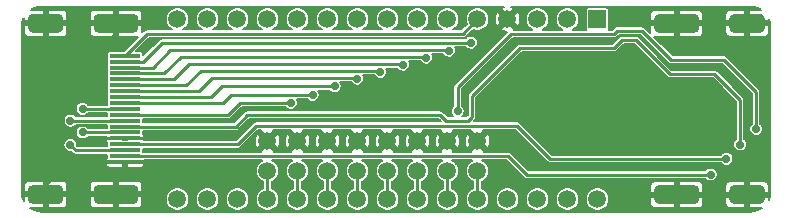
<source format=gbr>
G04 #@! TF.GenerationSoftware,KiCad,Pcbnew,(5.1.10-1-10_14)*
G04 #@! TF.CreationDate,2021-11-29T00:28:59-05:00*
G04 #@! TF.ProjectId,SNAC Sniffer LONG,534e4143-2053-46e6-9966-666572204c4f,1*
G04 #@! TF.SameCoordinates,Original*
G04 #@! TF.FileFunction,Copper,L2,Bot*
G04 #@! TF.FilePolarity,Positive*
%FSLAX46Y46*%
G04 Gerber Fmt 4.6, Leading zero omitted, Abs format (unit mm)*
G04 Created by KiCad (PCBNEW (5.1.10-1-10_14)) date 2021-11-29 00:28:59*
%MOMM*%
%LPD*%
G01*
G04 APERTURE LIST*
G04 #@! TA.AperFunction,ComponentPad*
%ADD10C,1.500000*%
G04 #@! TD*
G04 #@! TA.AperFunction,SMDPad,CuDef*
%ADD11R,2.600000X0.300000*%
G04 #@! TD*
G04 #@! TA.AperFunction,ComponentPad*
%ADD12R,1.508000X1.508000*%
G04 #@! TD*
G04 #@! TA.AperFunction,ComponentPad*
%ADD13C,1.508000*%
G04 #@! TD*
G04 #@! TA.AperFunction,ViaPad*
%ADD14C,0.700000*%
G04 #@! TD*
G04 #@! TA.AperFunction,Conductor*
%ADD15C,0.250000*%
G04 #@! TD*
G04 #@! TA.AperFunction,Conductor*
%ADD16C,0.160000*%
G04 #@! TD*
G04 #@! TA.AperFunction,Conductor*
%ADD17C,0.152400*%
G04 #@! TD*
G04 APERTURE END LIST*
D10*
X122800000Y-112010000D03*
X122800000Y-114550000D03*
X125340000Y-112010000D03*
X125340000Y-114550000D03*
X127880000Y-112010000D03*
X127880000Y-114550000D03*
X130420000Y-112010000D03*
X130420000Y-114550000D03*
X132960000Y-112010000D03*
X132960000Y-114550000D03*
G04 #@! TA.AperFunction,ComponentPad*
G36*
G01*
X105120000Y-102840000D02*
X102920000Y-102840000D01*
G75*
G02*
X102520000Y-102440000I0J400000D01*
G01*
X102520000Y-101640000D01*
G75*
G02*
X102920000Y-101240000I400000J0D01*
G01*
X105120000Y-101240000D01*
G75*
G02*
X105520000Y-101640000I0J-400000D01*
G01*
X105520000Y-102440000D01*
G75*
G02*
X105120000Y-102840000I-400000J0D01*
G01*
G37*
G04 #@! TD.AperFunction*
G04 #@! TA.AperFunction,ComponentPad*
G36*
G01*
X105120000Y-117340000D02*
X102920000Y-117340000D01*
G75*
G02*
X102520000Y-116940000I0J400000D01*
G01*
X102520000Y-116140000D01*
G75*
G02*
X102920000Y-115740000I400000J0D01*
G01*
X105120000Y-115740000D01*
G75*
G02*
X105520000Y-116140000I0J-400000D01*
G01*
X105520000Y-116940000D01*
G75*
G02*
X105120000Y-117340000I-400000J0D01*
G01*
G37*
G04 #@! TD.AperFunction*
G04 #@! TA.AperFunction,ComponentPad*
G36*
G01*
X111480000Y-117340000D02*
X108480000Y-117340000D01*
G75*
G02*
X108080000Y-116940000I0J400000D01*
G01*
X108080000Y-116140000D01*
G75*
G02*
X108480000Y-115740000I400000J0D01*
G01*
X111480000Y-115740000D01*
G75*
G02*
X111880000Y-116140000I0J-400000D01*
G01*
X111880000Y-116940000D01*
G75*
G02*
X111480000Y-117340000I-400000J0D01*
G01*
G37*
G04 #@! TD.AperFunction*
G04 #@! TA.AperFunction,ComponentPad*
G36*
G01*
X111480000Y-102840000D02*
X108480000Y-102840000D01*
G75*
G02*
X108080000Y-102440000I0J400000D01*
G01*
X108080000Y-101640000D01*
G75*
G02*
X108480000Y-101240000I400000J0D01*
G01*
X111480000Y-101240000D01*
G75*
G02*
X111880000Y-101640000I0J-400000D01*
G01*
X111880000Y-102440000D01*
G75*
G02*
X111480000Y-102840000I-400000J0D01*
G01*
G37*
G04 #@! TD.AperFunction*
D11*
X110740000Y-113790000D03*
X110740000Y-113290000D03*
X110740000Y-112790000D03*
X110740000Y-112290000D03*
X110740000Y-111790000D03*
X110740000Y-111290000D03*
X110740000Y-110790000D03*
X110740000Y-110290000D03*
X110740000Y-109790000D03*
X110740000Y-109290000D03*
X110740000Y-108790000D03*
X110740000Y-108290000D03*
X110740000Y-107790000D03*
X110740000Y-107290000D03*
X110740000Y-106790000D03*
X110740000Y-106290000D03*
X110740000Y-105790000D03*
X110740000Y-105290000D03*
X110740000Y-104790000D03*
G04 #@! TA.AperFunction,ComponentPad*
G36*
G01*
X164510000Y-102850000D02*
X162310000Y-102850000D01*
G75*
G02*
X161910000Y-102450000I0J400000D01*
G01*
X161910000Y-101650000D01*
G75*
G02*
X162310000Y-101250000I400000J0D01*
G01*
X164510000Y-101250000D01*
G75*
G02*
X164910000Y-101650000I0J-400000D01*
G01*
X164910000Y-102450000D01*
G75*
G02*
X164510000Y-102850000I-400000J0D01*
G01*
G37*
G04 #@! TD.AperFunction*
G04 #@! TA.AperFunction,ComponentPad*
G36*
G01*
X164510000Y-117350000D02*
X162310000Y-117350000D01*
G75*
G02*
X161910000Y-116950000I0J400000D01*
G01*
X161910000Y-116150000D01*
G75*
G02*
X162310000Y-115750000I400000J0D01*
G01*
X164510000Y-115750000D01*
G75*
G02*
X164910000Y-116150000I0J-400000D01*
G01*
X164910000Y-116950000D01*
G75*
G02*
X164510000Y-117350000I-400000J0D01*
G01*
G37*
G04 #@! TD.AperFunction*
G04 #@! TA.AperFunction,ComponentPad*
G36*
G01*
X158950000Y-117350000D02*
X155950000Y-117350000D01*
G75*
G02*
X155550000Y-116950000I0J400000D01*
G01*
X155550000Y-116150000D01*
G75*
G02*
X155950000Y-115750000I400000J0D01*
G01*
X158950000Y-115750000D01*
G75*
G02*
X159350000Y-116150000I0J-400000D01*
G01*
X159350000Y-116950000D01*
G75*
G02*
X158950000Y-117350000I-400000J0D01*
G01*
G37*
G04 #@! TD.AperFunction*
G04 #@! TA.AperFunction,ComponentPad*
G36*
G01*
X158950000Y-102850000D02*
X155950000Y-102850000D01*
G75*
G02*
X155550000Y-102450000I0J400000D01*
G01*
X155550000Y-101650000D01*
G75*
G02*
X155950000Y-101250000I400000J0D01*
G01*
X158950000Y-101250000D01*
G75*
G02*
X159350000Y-101650000I0J-400000D01*
G01*
X159350000Y-102450000D01*
G75*
G02*
X158950000Y-102850000I-400000J0D01*
G01*
G37*
G04 #@! TD.AperFunction*
D12*
X150740000Y-101690000D03*
D13*
X148200000Y-101690000D03*
X145660000Y-101690000D03*
X143120000Y-101690000D03*
X140580000Y-101690000D03*
X138040000Y-101690000D03*
X135500000Y-101690000D03*
X132960000Y-101690000D03*
X130420000Y-101690000D03*
X127880000Y-101690000D03*
X125340000Y-101690000D03*
X122800000Y-101690000D03*
X120260000Y-101690000D03*
X117720000Y-101690000D03*
X115180000Y-101690000D03*
X115180000Y-116930000D03*
X117720000Y-116930000D03*
X120260000Y-116930000D03*
X122800000Y-116930000D03*
X125340000Y-116930000D03*
X127880000Y-116930000D03*
X130420000Y-116930000D03*
X132960000Y-116930000D03*
X135500000Y-116930000D03*
X138040000Y-116930000D03*
X140580000Y-116930000D03*
X143120000Y-116930000D03*
X145660000Y-116930000D03*
X148200000Y-116930000D03*
X150740000Y-116930000D03*
D10*
X135500000Y-112010000D03*
X135500000Y-114550000D03*
X138030000Y-112010000D03*
X138030000Y-114550000D03*
X140580000Y-112010000D03*
X140580000Y-114550000D03*
D14*
X144810000Y-113350000D03*
X144390000Y-107540000D03*
X146010000Y-107020000D03*
X147600000Y-106460000D03*
X149150000Y-105890000D03*
X150680000Y-105360000D03*
X152110000Y-104840000D03*
X153470000Y-104270000D03*
X141210000Y-108870000D03*
X142710000Y-108080000D03*
X160710000Y-103810000D03*
X142290000Y-111760000D03*
X140030000Y-103680000D03*
X138165000Y-104355000D03*
X136230000Y-104960000D03*
X134270000Y-105540000D03*
X132345000Y-106155000D03*
X130385000Y-106735000D03*
X128489998Y-107379998D03*
X126640000Y-108110000D03*
X107150000Y-109290000D03*
X164180000Y-111000000D03*
X138910000Y-109490000D03*
X124790000Y-108780000D03*
X106110000Y-110290000D03*
X162820007Y-112310007D03*
X107150000Y-111290000D03*
X161660002Y-113520000D03*
X106120000Y-112350000D03*
X160329999Y-114850001D03*
D15*
X122800000Y-116930000D02*
X122800000Y-114550000D01*
X104030000Y-103000000D02*
X104030000Y-102825010D01*
X106805199Y-111925001D02*
X105474999Y-110594801D01*
X107454801Y-111925001D02*
X106805199Y-111925001D01*
X105474999Y-104444999D02*
X104030000Y-103000000D01*
X105474999Y-110594801D02*
X105474999Y-104444999D01*
X107589802Y-111790000D02*
X107454801Y-111925001D01*
X110740000Y-111790000D02*
X107589802Y-111790000D01*
X105474999Y-104444999D02*
X107155001Y-104444999D01*
X107155001Y-104444999D02*
X107880000Y-103720000D01*
X109130000Y-103720000D02*
X109980000Y-102870000D01*
X107880000Y-103720000D02*
X109130000Y-103720000D01*
X109980000Y-102870000D02*
X109980000Y-102825010D01*
X110740000Y-113790000D02*
X107680000Y-113790000D01*
X107680000Y-113790000D02*
X106460000Y-115010000D01*
X104750000Y-115010000D02*
X104020000Y-115740000D01*
X106460000Y-115010000D02*
X104750000Y-115010000D01*
X104020000Y-115740000D02*
X104020000Y-115754990D01*
X106460000Y-115010000D02*
X109180000Y-115010000D01*
X109180000Y-115010000D02*
X109570000Y-115010000D01*
X109570000Y-115010000D02*
X109980000Y-115420000D01*
X109980000Y-115420000D02*
X109980000Y-115754990D01*
X160710000Y-103810000D02*
X162940000Y-103810000D01*
X162940000Y-103810000D02*
X163410000Y-103340000D01*
X163410000Y-103340000D02*
X163410000Y-102835010D01*
X160710000Y-103810000D02*
X157700000Y-103810000D01*
X157700000Y-103810000D02*
X157450000Y-103560000D01*
X157450000Y-103560000D02*
X157450000Y-102835010D01*
X125340000Y-116930000D02*
X125340000Y-114540000D01*
X127880000Y-116930000D02*
X127880000Y-114550000D01*
X130420000Y-116930000D02*
X130420000Y-114550000D01*
X132960000Y-116930000D02*
X132960000Y-114550000D01*
X112620000Y-102930000D02*
X110750000Y-104800000D01*
X139340000Y-102930000D02*
X112620000Y-102930000D01*
X140580000Y-101690000D02*
X139340000Y-102930000D01*
X112279000Y-105290000D02*
X110740000Y-105290000D01*
X113889000Y-103680000D02*
X112279000Y-105290000D01*
X140030000Y-103680000D02*
X113889000Y-103680000D01*
X113080000Y-105790000D02*
X110740000Y-105790000D01*
X114550000Y-104320000D02*
X113080000Y-105790000D01*
X138130000Y-104320000D02*
X114550000Y-104320000D01*
X138165000Y-104355000D02*
X138130000Y-104320000D01*
X136170000Y-104900000D02*
X115450000Y-104900000D01*
X114060000Y-106290000D02*
X110740000Y-106290000D01*
X115450000Y-104900000D02*
X114060000Y-106290000D01*
X136230000Y-104960000D02*
X136170000Y-104900000D01*
X114910000Y-106790000D02*
X113080000Y-106790000D01*
X116190000Y-105510000D02*
X114910000Y-106790000D01*
X113080000Y-106790000D02*
X110740000Y-106790000D01*
X134240000Y-105510000D02*
X116190000Y-105510000D01*
X134270000Y-105540000D02*
X134240000Y-105510000D01*
X115940000Y-107290000D02*
X110740000Y-107290000D01*
X117140000Y-106090000D02*
X115940000Y-107290000D01*
X132280000Y-106090000D02*
X117140000Y-106090000D01*
X132345000Y-106155000D02*
X132280000Y-106090000D01*
X118070000Y-106690000D02*
X116970000Y-107790000D01*
X130340000Y-106690000D02*
X118070000Y-106690000D01*
X116970000Y-107790000D02*
X110740000Y-107790000D01*
X130385000Y-106735000D02*
X130340000Y-106690000D01*
X118020000Y-108290000D02*
X118930002Y-107379998D01*
X118930002Y-107379998D02*
X128489998Y-107379998D01*
X110740000Y-108290000D02*
X118020000Y-108290000D01*
X119750000Y-108110000D02*
X126640000Y-108110000D01*
X110740000Y-108790000D02*
X119070000Y-108790000D01*
X119070000Y-108790000D02*
X119750000Y-108110000D01*
X107150000Y-109290000D02*
X110740000Y-109290000D01*
X138930000Y-109510000D02*
X138910000Y-109490000D01*
X164180000Y-110210000D02*
X164180000Y-111000000D01*
X164170000Y-110200000D02*
X164180000Y-110210000D01*
X138910000Y-107430000D02*
X143400000Y-102940000D01*
X152140000Y-102940000D02*
X152410000Y-102670000D01*
X161450000Y-105130000D02*
X164170000Y-107850000D01*
X152410000Y-102670000D02*
X154500000Y-102670000D01*
X154500000Y-102670000D02*
X156960000Y-105130000D01*
X143400000Y-102940000D02*
X152140000Y-102940000D01*
X164170000Y-107850000D02*
X164170000Y-110200000D01*
X156960000Y-105130000D02*
X161450000Y-105130000D01*
X138910000Y-109490000D02*
X138910000Y-107430000D01*
X120490000Y-108780000D02*
X124790000Y-108780000D01*
X110740000Y-109790000D02*
X119480000Y-109790000D01*
X119480000Y-109790000D02*
X120490000Y-108780000D01*
X110740000Y-110290000D02*
X106110000Y-110290000D01*
X162820000Y-112310000D02*
X162820007Y-112310007D01*
X156860000Y-106350000D02*
X160650000Y-106350000D01*
X153970000Y-103460000D02*
X156860000Y-106350000D01*
X144200000Y-104130000D02*
X152130000Y-104130000D01*
X140110000Y-108220000D02*
X144200000Y-104130000D01*
X152800000Y-103460000D02*
X153970000Y-103460000D01*
X152130000Y-104130000D02*
X152800000Y-103460000D01*
X140110000Y-109970000D02*
X140110000Y-108220000D01*
X139790000Y-110290000D02*
X140110000Y-109970000D01*
X160650000Y-106350000D02*
X162820000Y-108520000D01*
X137920000Y-110290000D02*
X139790000Y-110290000D01*
X120100000Y-110790000D02*
X121100000Y-109790000D01*
X121100000Y-109790000D02*
X137420000Y-109790000D01*
X137420000Y-109790000D02*
X137920000Y-110290000D01*
X162820000Y-108520000D02*
X162820000Y-112310000D01*
X110740000Y-110790000D02*
X120100000Y-110790000D01*
X110740000Y-111290000D02*
X107150000Y-111290000D01*
X143940000Y-110710000D02*
X146750000Y-113520000D01*
X121870000Y-110710000D02*
X143940000Y-110710000D01*
X146750000Y-113520000D02*
X161660002Y-113520000D01*
X120290000Y-112290000D02*
X121870000Y-110710000D01*
X110740000Y-112290000D02*
X120290000Y-112290000D01*
X110740000Y-112790000D02*
X106560000Y-112790000D01*
X106560000Y-112790000D02*
X106120000Y-112350000D01*
X110740000Y-113290000D02*
X143190000Y-113290000D01*
X160329998Y-114850000D02*
X160329999Y-114850001D01*
X144750000Y-114850000D02*
X160329998Y-114850000D01*
X143190000Y-113290000D02*
X144750000Y-114850000D01*
X135500000Y-116930000D02*
X135500000Y-114540000D01*
X138040000Y-116930000D02*
X138040000Y-114560000D01*
X140580000Y-116930000D02*
X140580000Y-114550000D01*
D16*
X142783786Y-100653944D02*
X142625136Y-100719658D01*
X142538555Y-100868138D01*
X143120000Y-101449584D01*
X143701445Y-100868138D01*
X143614864Y-100719658D01*
X143416051Y-100641760D01*
X143405663Y-100639901D01*
X163665717Y-100639901D01*
X164011790Y-100673834D01*
X164331039Y-100770220D01*
X164610452Y-100918786D01*
X163662500Y-100920000D01*
X163580000Y-101002500D01*
X163580000Y-101880000D01*
X165157500Y-101880000D01*
X165240000Y-101797500D01*
X165240399Y-101660667D01*
X165255097Y-101687850D01*
X165353710Y-102006419D01*
X165390000Y-102351698D01*
X165390001Y-116285806D01*
X165356067Y-116631889D01*
X165259681Y-116951138D01*
X165240539Y-116987138D01*
X165240000Y-116802500D01*
X165157500Y-116720000D01*
X163580000Y-116720000D01*
X163580000Y-117597500D01*
X163662500Y-117680000D01*
X164678048Y-117681300D01*
X164635397Y-117716584D01*
X164342052Y-117875196D01*
X164023483Y-117973808D01*
X163678194Y-118010100D01*
X103714185Y-118010000D01*
X103368111Y-117976067D01*
X103048862Y-117879681D01*
X102754416Y-117723121D01*
X102690973Y-117671378D01*
X103767500Y-117670000D01*
X103850000Y-117587500D01*
X103850000Y-116710000D01*
X104190000Y-116710000D01*
X104190000Y-117587500D01*
X104272500Y-117670000D01*
X105520000Y-117671597D01*
X105584691Y-117665225D01*
X105646897Y-117646356D01*
X105704225Y-117615713D01*
X105754474Y-117574474D01*
X105795713Y-117524225D01*
X105826356Y-117466897D01*
X105845225Y-117404691D01*
X105851597Y-117340000D01*
X107748403Y-117340000D01*
X107754775Y-117404691D01*
X107773644Y-117466897D01*
X107804287Y-117524225D01*
X107845526Y-117574474D01*
X107895775Y-117615713D01*
X107953103Y-117646356D01*
X108015309Y-117665225D01*
X108080000Y-117671597D01*
X109727500Y-117670000D01*
X109810000Y-117587500D01*
X109810000Y-116710000D01*
X110150000Y-116710000D01*
X110150000Y-117587500D01*
X110232500Y-117670000D01*
X111880000Y-117671597D01*
X111944691Y-117665225D01*
X112006897Y-117646356D01*
X112064225Y-117615713D01*
X112114474Y-117574474D01*
X112155713Y-117524225D01*
X112186356Y-117466897D01*
X112205225Y-117404691D01*
X112211597Y-117340000D01*
X112210116Y-116832100D01*
X114186000Y-116832100D01*
X114186000Y-117027900D01*
X114224198Y-117219939D01*
X114299128Y-117400836D01*
X114407909Y-117563638D01*
X114546362Y-117702091D01*
X114709164Y-117810872D01*
X114890061Y-117885802D01*
X115082100Y-117924000D01*
X115277900Y-117924000D01*
X115469939Y-117885802D01*
X115650836Y-117810872D01*
X115813638Y-117702091D01*
X115952091Y-117563638D01*
X116060872Y-117400836D01*
X116135802Y-117219939D01*
X116174000Y-117027900D01*
X116174000Y-116832100D01*
X116726000Y-116832100D01*
X116726000Y-117027900D01*
X116764198Y-117219939D01*
X116839128Y-117400836D01*
X116947909Y-117563638D01*
X117086362Y-117702091D01*
X117249164Y-117810872D01*
X117430061Y-117885802D01*
X117622100Y-117924000D01*
X117817900Y-117924000D01*
X118009939Y-117885802D01*
X118190836Y-117810872D01*
X118353638Y-117702091D01*
X118492091Y-117563638D01*
X118600872Y-117400836D01*
X118675802Y-117219939D01*
X118714000Y-117027900D01*
X118714000Y-116832100D01*
X119266000Y-116832100D01*
X119266000Y-117027900D01*
X119304198Y-117219939D01*
X119379128Y-117400836D01*
X119487909Y-117563638D01*
X119626362Y-117702091D01*
X119789164Y-117810872D01*
X119970061Y-117885802D01*
X120162100Y-117924000D01*
X120357900Y-117924000D01*
X120549939Y-117885802D01*
X120730836Y-117810872D01*
X120893638Y-117702091D01*
X121032091Y-117563638D01*
X121140872Y-117400836D01*
X121215802Y-117219939D01*
X121254000Y-117027900D01*
X121254000Y-116832100D01*
X121215802Y-116640061D01*
X121140872Y-116459164D01*
X121032091Y-116296362D01*
X120893638Y-116157909D01*
X120730836Y-116049128D01*
X120549939Y-115974198D01*
X120357900Y-115936000D01*
X120162100Y-115936000D01*
X119970061Y-115974198D01*
X119789164Y-116049128D01*
X119626362Y-116157909D01*
X119487909Y-116296362D01*
X119379128Y-116459164D01*
X119304198Y-116640061D01*
X119266000Y-116832100D01*
X118714000Y-116832100D01*
X118675802Y-116640061D01*
X118600872Y-116459164D01*
X118492091Y-116296362D01*
X118353638Y-116157909D01*
X118190836Y-116049128D01*
X118009939Y-115974198D01*
X117817900Y-115936000D01*
X117622100Y-115936000D01*
X117430061Y-115974198D01*
X117249164Y-116049128D01*
X117086362Y-116157909D01*
X116947909Y-116296362D01*
X116839128Y-116459164D01*
X116764198Y-116640061D01*
X116726000Y-116832100D01*
X116174000Y-116832100D01*
X116135802Y-116640061D01*
X116060872Y-116459164D01*
X115952091Y-116296362D01*
X115813638Y-116157909D01*
X115650836Y-116049128D01*
X115469939Y-115974198D01*
X115277900Y-115936000D01*
X115082100Y-115936000D01*
X114890061Y-115974198D01*
X114709164Y-116049128D01*
X114546362Y-116157909D01*
X114407909Y-116296362D01*
X114299128Y-116459164D01*
X114224198Y-116640061D01*
X114186000Y-116832100D01*
X112210116Y-116832100D01*
X112210000Y-116792500D01*
X112127500Y-116710000D01*
X110150000Y-116710000D01*
X109810000Y-116710000D01*
X107832500Y-116710000D01*
X107750000Y-116792500D01*
X107748403Y-117340000D01*
X105851597Y-117340000D01*
X105850000Y-116792500D01*
X105767500Y-116710000D01*
X104190000Y-116710000D01*
X103850000Y-116710000D01*
X102272500Y-116710000D01*
X102190000Y-116792500D01*
X102189158Y-117081071D01*
X102124804Y-116962052D01*
X102026192Y-116643483D01*
X101989900Y-116298195D01*
X101989904Y-115740000D01*
X102188403Y-115740000D01*
X102190000Y-116287500D01*
X102272500Y-116370000D01*
X103850000Y-116370000D01*
X103850000Y-115492500D01*
X104190000Y-115492500D01*
X104190000Y-116370000D01*
X105767500Y-116370000D01*
X105850000Y-116287500D01*
X105851597Y-115740000D01*
X107748403Y-115740000D01*
X107750000Y-116287500D01*
X107832500Y-116370000D01*
X109810000Y-116370000D01*
X109810000Y-115492500D01*
X110150000Y-115492500D01*
X110150000Y-116370000D01*
X112127500Y-116370000D01*
X112210000Y-116287500D01*
X112211597Y-115740000D01*
X112205225Y-115675309D01*
X112186356Y-115613103D01*
X112155713Y-115555775D01*
X112114474Y-115505526D01*
X112064225Y-115464287D01*
X112006897Y-115433644D01*
X111944691Y-115414775D01*
X111880000Y-115408403D01*
X110232500Y-115410000D01*
X110150000Y-115492500D01*
X109810000Y-115492500D01*
X109727500Y-115410000D01*
X108080000Y-115408403D01*
X108015309Y-115414775D01*
X107953103Y-115433644D01*
X107895775Y-115464287D01*
X107845526Y-115505526D01*
X107804287Y-115555775D01*
X107773644Y-115613103D01*
X107754775Y-115675309D01*
X107748403Y-115740000D01*
X105851597Y-115740000D01*
X105845225Y-115675309D01*
X105826356Y-115613103D01*
X105795713Y-115555775D01*
X105754474Y-115505526D01*
X105704225Y-115464287D01*
X105646897Y-115433644D01*
X105584691Y-115414775D01*
X105520000Y-115408403D01*
X104272500Y-115410000D01*
X104190000Y-115492500D01*
X103850000Y-115492500D01*
X103767500Y-115410000D01*
X102520000Y-115408403D01*
X102455309Y-115414775D01*
X102393103Y-115433644D01*
X102335775Y-115464287D01*
X102285526Y-115505526D01*
X102244287Y-115555775D01*
X102213644Y-115613103D01*
X102194775Y-115675309D01*
X102188403Y-115740000D01*
X101989904Y-115740000D01*
X101989916Y-113942500D01*
X109110000Y-113942500D01*
X109114830Y-114004969D01*
X109133753Y-114067158D01*
X109164444Y-114124461D01*
X109205726Y-114174674D01*
X109256010Y-114215870D01*
X109313365Y-114246464D01*
X109375586Y-114265281D01*
X109440283Y-114271597D01*
X110487500Y-114270000D01*
X110570000Y-114187500D01*
X110570000Y-113860000D01*
X110910000Y-113860000D01*
X110910000Y-114187500D01*
X110992500Y-114270000D01*
X112039717Y-114271597D01*
X112104414Y-114265281D01*
X112166635Y-114246464D01*
X112223990Y-114215870D01*
X112274274Y-114174674D01*
X112315556Y-114124461D01*
X112346247Y-114067158D01*
X112365170Y-114004969D01*
X112370000Y-113942500D01*
X112287500Y-113860000D01*
X110910000Y-113860000D01*
X110570000Y-113860000D01*
X109192500Y-113860000D01*
X109110000Y-113942500D01*
X101989916Y-113942500D01*
X101989943Y-110231890D01*
X105520000Y-110231890D01*
X105520000Y-110348110D01*
X105542673Y-110462097D01*
X105587149Y-110569470D01*
X105651717Y-110666103D01*
X105733897Y-110748283D01*
X105830530Y-110812851D01*
X105937903Y-110857327D01*
X106051890Y-110880000D01*
X106168110Y-110880000D01*
X106282097Y-110857327D01*
X106389470Y-110812851D01*
X106486103Y-110748283D01*
X106568283Y-110666103D01*
X106575702Y-110655000D01*
X109198839Y-110655000D01*
X109198839Y-110925000D01*
X107615702Y-110925000D01*
X107608283Y-110913897D01*
X107526103Y-110831717D01*
X107429470Y-110767149D01*
X107322097Y-110722673D01*
X107208110Y-110700000D01*
X107091890Y-110700000D01*
X106977903Y-110722673D01*
X106870530Y-110767149D01*
X106773897Y-110831717D01*
X106691717Y-110913897D01*
X106627149Y-111010530D01*
X106582673Y-111117903D01*
X106560000Y-111231890D01*
X106560000Y-111348110D01*
X106582673Y-111462097D01*
X106627149Y-111569470D01*
X106691717Y-111666103D01*
X106773897Y-111748283D01*
X106870530Y-111812851D01*
X106977903Y-111857327D01*
X107091890Y-111880000D01*
X107208110Y-111880000D01*
X107322097Y-111857327D01*
X107429470Y-111812851D01*
X107526103Y-111748283D01*
X107608283Y-111666103D01*
X107615702Y-111655000D01*
X109127500Y-111655000D01*
X109192500Y-111720000D01*
X110570000Y-111720000D01*
X110570000Y-111681161D01*
X110910000Y-111681161D01*
X110910000Y-111720000D01*
X112287500Y-111720000D01*
X112370000Y-111637500D01*
X112365170Y-111575031D01*
X112346247Y-111512842D01*
X112315556Y-111455539D01*
X112281161Y-111413703D01*
X112281161Y-111155000D01*
X120082071Y-111155000D01*
X120100000Y-111156766D01*
X120117929Y-111155000D01*
X120117931Y-111155000D01*
X120171552Y-111149719D01*
X120240355Y-111128848D01*
X120303764Y-111094955D01*
X120359343Y-111049343D01*
X120370779Y-111035408D01*
X121251188Y-110155000D01*
X137268813Y-110155000D01*
X137458812Y-110345000D01*
X121887928Y-110345000D01*
X121869999Y-110343234D01*
X121852070Y-110345000D01*
X121852069Y-110345000D01*
X121798448Y-110350281D01*
X121729645Y-110371152D01*
X121729643Y-110371153D01*
X121666234Y-110405046D01*
X121642125Y-110424833D01*
X121610657Y-110450657D01*
X121599225Y-110464587D01*
X120138813Y-111925000D01*
X112352500Y-111925000D01*
X112287500Y-111860000D01*
X110910000Y-111860000D01*
X110910000Y-111898839D01*
X110570000Y-111898839D01*
X110570000Y-111860000D01*
X109192500Y-111860000D01*
X109110000Y-111942500D01*
X109114830Y-112004969D01*
X109133753Y-112067158D01*
X109164444Y-112124461D01*
X109198839Y-112166297D01*
X109198839Y-112425000D01*
X106711188Y-112425000D01*
X106707395Y-112421207D01*
X106710000Y-112408110D01*
X106710000Y-112291890D01*
X106687327Y-112177903D01*
X106642851Y-112070530D01*
X106578283Y-111973897D01*
X106496103Y-111891717D01*
X106399470Y-111827149D01*
X106292097Y-111782673D01*
X106178110Y-111760000D01*
X106061890Y-111760000D01*
X105947903Y-111782673D01*
X105840530Y-111827149D01*
X105743897Y-111891717D01*
X105661717Y-111973897D01*
X105597149Y-112070530D01*
X105552673Y-112177903D01*
X105530000Y-112291890D01*
X105530000Y-112408110D01*
X105552673Y-112522097D01*
X105597149Y-112629470D01*
X105661717Y-112726103D01*
X105743897Y-112808283D01*
X105840530Y-112872851D01*
X105947903Y-112917327D01*
X106061890Y-112940000D01*
X106178110Y-112940000D01*
X106191207Y-112937395D01*
X106289225Y-113035413D01*
X106300657Y-113049343D01*
X106356236Y-113094955D01*
X106419645Y-113128848D01*
X106488448Y-113149719D01*
X106542069Y-113155000D01*
X106542071Y-113155000D01*
X106560000Y-113156766D01*
X106577929Y-113155000D01*
X109198839Y-113155000D01*
X109198839Y-113413703D01*
X109164444Y-113455539D01*
X109133753Y-113512842D01*
X109114830Y-113575031D01*
X109110000Y-113637500D01*
X109192500Y-113720000D01*
X110570000Y-113720000D01*
X110570000Y-113681161D01*
X110910000Y-113681161D01*
X110910000Y-113720000D01*
X112287500Y-113720000D01*
X112352500Y-113655000D01*
X122373727Y-113655000D01*
X122331059Y-113672674D01*
X122168912Y-113781017D01*
X122031017Y-113918912D01*
X121922674Y-114081059D01*
X121848045Y-114261228D01*
X121810000Y-114452494D01*
X121810000Y-114647506D01*
X121848045Y-114838772D01*
X121922674Y-115018941D01*
X122031017Y-115181088D01*
X122168912Y-115318983D01*
X122331059Y-115427326D01*
X122435001Y-115470380D01*
X122435000Y-116005289D01*
X122329164Y-116049128D01*
X122166362Y-116157909D01*
X122027909Y-116296362D01*
X121919128Y-116459164D01*
X121844198Y-116640061D01*
X121806000Y-116832100D01*
X121806000Y-117027900D01*
X121844198Y-117219939D01*
X121919128Y-117400836D01*
X122027909Y-117563638D01*
X122166362Y-117702091D01*
X122329164Y-117810872D01*
X122510061Y-117885802D01*
X122702100Y-117924000D01*
X122897900Y-117924000D01*
X123089939Y-117885802D01*
X123270836Y-117810872D01*
X123433638Y-117702091D01*
X123572091Y-117563638D01*
X123680872Y-117400836D01*
X123755802Y-117219939D01*
X123794000Y-117027900D01*
X123794000Y-116832100D01*
X123755802Y-116640061D01*
X123680872Y-116459164D01*
X123572091Y-116296362D01*
X123433638Y-116157909D01*
X123270836Y-116049128D01*
X123165000Y-116005289D01*
X123165000Y-115470380D01*
X123268941Y-115427326D01*
X123431088Y-115318983D01*
X123568983Y-115181088D01*
X123677326Y-115018941D01*
X123751955Y-114838772D01*
X123790000Y-114647506D01*
X123790000Y-114452494D01*
X123751955Y-114261228D01*
X123677326Y-114081059D01*
X123568983Y-113918912D01*
X123431088Y-113781017D01*
X123268941Y-113672674D01*
X123226273Y-113655000D01*
X124913727Y-113655000D01*
X124871059Y-113672674D01*
X124708912Y-113781017D01*
X124571017Y-113918912D01*
X124462674Y-114081059D01*
X124388045Y-114261228D01*
X124350000Y-114452494D01*
X124350000Y-114647506D01*
X124388045Y-114838772D01*
X124462674Y-115018941D01*
X124571017Y-115181088D01*
X124708912Y-115318983D01*
X124871059Y-115427326D01*
X124975001Y-115470380D01*
X124975000Y-116005289D01*
X124869164Y-116049128D01*
X124706362Y-116157909D01*
X124567909Y-116296362D01*
X124459128Y-116459164D01*
X124384198Y-116640061D01*
X124346000Y-116832100D01*
X124346000Y-117027900D01*
X124384198Y-117219939D01*
X124459128Y-117400836D01*
X124567909Y-117563638D01*
X124706362Y-117702091D01*
X124869164Y-117810872D01*
X125050061Y-117885802D01*
X125242100Y-117924000D01*
X125437900Y-117924000D01*
X125629939Y-117885802D01*
X125810836Y-117810872D01*
X125973638Y-117702091D01*
X126112091Y-117563638D01*
X126220872Y-117400836D01*
X126295802Y-117219939D01*
X126334000Y-117027900D01*
X126334000Y-116832100D01*
X126295802Y-116640061D01*
X126220872Y-116459164D01*
X126112091Y-116296362D01*
X125973638Y-116157909D01*
X125810836Y-116049128D01*
X125705000Y-116005289D01*
X125705000Y-115470380D01*
X125808941Y-115427326D01*
X125971088Y-115318983D01*
X126108983Y-115181088D01*
X126217326Y-115018941D01*
X126291955Y-114838772D01*
X126330000Y-114647506D01*
X126330000Y-114452494D01*
X126291955Y-114261228D01*
X126217326Y-114081059D01*
X126108983Y-113918912D01*
X125971088Y-113781017D01*
X125808941Y-113672674D01*
X125766273Y-113655000D01*
X127453727Y-113655000D01*
X127411059Y-113672674D01*
X127248912Y-113781017D01*
X127111017Y-113918912D01*
X127002674Y-114081059D01*
X126928045Y-114261228D01*
X126890000Y-114452494D01*
X126890000Y-114647506D01*
X126928045Y-114838772D01*
X127002674Y-115018941D01*
X127111017Y-115181088D01*
X127248912Y-115318983D01*
X127411059Y-115427326D01*
X127515001Y-115470380D01*
X127515000Y-116005289D01*
X127409164Y-116049128D01*
X127246362Y-116157909D01*
X127107909Y-116296362D01*
X126999128Y-116459164D01*
X126924198Y-116640061D01*
X126886000Y-116832100D01*
X126886000Y-117027900D01*
X126924198Y-117219939D01*
X126999128Y-117400836D01*
X127107909Y-117563638D01*
X127246362Y-117702091D01*
X127409164Y-117810872D01*
X127590061Y-117885802D01*
X127782100Y-117924000D01*
X127977900Y-117924000D01*
X128169939Y-117885802D01*
X128350836Y-117810872D01*
X128513638Y-117702091D01*
X128652091Y-117563638D01*
X128760872Y-117400836D01*
X128835802Y-117219939D01*
X128874000Y-117027900D01*
X128874000Y-116832100D01*
X128835802Y-116640061D01*
X128760872Y-116459164D01*
X128652091Y-116296362D01*
X128513638Y-116157909D01*
X128350836Y-116049128D01*
X128245000Y-116005289D01*
X128245000Y-115470380D01*
X128348941Y-115427326D01*
X128511088Y-115318983D01*
X128648983Y-115181088D01*
X128757326Y-115018941D01*
X128831955Y-114838772D01*
X128870000Y-114647506D01*
X128870000Y-114452494D01*
X128831955Y-114261228D01*
X128757326Y-114081059D01*
X128648983Y-113918912D01*
X128511088Y-113781017D01*
X128348941Y-113672674D01*
X128306273Y-113655000D01*
X129993727Y-113655000D01*
X129951059Y-113672674D01*
X129788912Y-113781017D01*
X129651017Y-113918912D01*
X129542674Y-114081059D01*
X129468045Y-114261228D01*
X129430000Y-114452494D01*
X129430000Y-114647506D01*
X129468045Y-114838772D01*
X129542674Y-115018941D01*
X129651017Y-115181088D01*
X129788912Y-115318983D01*
X129951059Y-115427326D01*
X130055001Y-115470380D01*
X130055000Y-116005289D01*
X129949164Y-116049128D01*
X129786362Y-116157909D01*
X129647909Y-116296362D01*
X129539128Y-116459164D01*
X129464198Y-116640061D01*
X129426000Y-116832100D01*
X129426000Y-117027900D01*
X129464198Y-117219939D01*
X129539128Y-117400836D01*
X129647909Y-117563638D01*
X129786362Y-117702091D01*
X129949164Y-117810872D01*
X130130061Y-117885802D01*
X130322100Y-117924000D01*
X130517900Y-117924000D01*
X130709939Y-117885802D01*
X130890836Y-117810872D01*
X131053638Y-117702091D01*
X131192091Y-117563638D01*
X131300872Y-117400836D01*
X131375802Y-117219939D01*
X131414000Y-117027900D01*
X131414000Y-116832100D01*
X131375802Y-116640061D01*
X131300872Y-116459164D01*
X131192091Y-116296362D01*
X131053638Y-116157909D01*
X130890836Y-116049128D01*
X130785000Y-116005289D01*
X130785000Y-115470380D01*
X130888941Y-115427326D01*
X131051088Y-115318983D01*
X131188983Y-115181088D01*
X131297326Y-115018941D01*
X131371955Y-114838772D01*
X131410000Y-114647506D01*
X131410000Y-114452494D01*
X131371955Y-114261228D01*
X131297326Y-114081059D01*
X131188983Y-113918912D01*
X131051088Y-113781017D01*
X130888941Y-113672674D01*
X130846273Y-113655000D01*
X132533727Y-113655000D01*
X132491059Y-113672674D01*
X132328912Y-113781017D01*
X132191017Y-113918912D01*
X132082674Y-114081059D01*
X132008045Y-114261228D01*
X131970000Y-114452494D01*
X131970000Y-114647506D01*
X132008045Y-114838772D01*
X132082674Y-115018941D01*
X132191017Y-115181088D01*
X132328912Y-115318983D01*
X132491059Y-115427326D01*
X132595001Y-115470380D01*
X132595000Y-116005289D01*
X132489164Y-116049128D01*
X132326362Y-116157909D01*
X132187909Y-116296362D01*
X132079128Y-116459164D01*
X132004198Y-116640061D01*
X131966000Y-116832100D01*
X131966000Y-117027900D01*
X132004198Y-117219939D01*
X132079128Y-117400836D01*
X132187909Y-117563638D01*
X132326362Y-117702091D01*
X132489164Y-117810872D01*
X132670061Y-117885802D01*
X132862100Y-117924000D01*
X133057900Y-117924000D01*
X133249939Y-117885802D01*
X133430836Y-117810872D01*
X133593638Y-117702091D01*
X133732091Y-117563638D01*
X133840872Y-117400836D01*
X133915802Y-117219939D01*
X133954000Y-117027900D01*
X133954000Y-116832100D01*
X133915802Y-116640061D01*
X133840872Y-116459164D01*
X133732091Y-116296362D01*
X133593638Y-116157909D01*
X133430836Y-116049128D01*
X133325000Y-116005289D01*
X133325000Y-115470380D01*
X133428941Y-115427326D01*
X133591088Y-115318983D01*
X133728983Y-115181088D01*
X133837326Y-115018941D01*
X133911955Y-114838772D01*
X133950000Y-114647506D01*
X133950000Y-114452494D01*
X133911955Y-114261228D01*
X133837326Y-114081059D01*
X133728983Y-113918912D01*
X133591088Y-113781017D01*
X133428941Y-113672674D01*
X133386273Y-113655000D01*
X135073727Y-113655000D01*
X135031059Y-113672674D01*
X134868912Y-113781017D01*
X134731017Y-113918912D01*
X134622674Y-114081059D01*
X134548045Y-114261228D01*
X134510000Y-114452494D01*
X134510000Y-114647506D01*
X134548045Y-114838772D01*
X134622674Y-115018941D01*
X134731017Y-115181088D01*
X134868912Y-115318983D01*
X135031059Y-115427326D01*
X135135001Y-115470380D01*
X135135000Y-116005289D01*
X135029164Y-116049128D01*
X134866362Y-116157909D01*
X134727909Y-116296362D01*
X134619128Y-116459164D01*
X134544198Y-116640061D01*
X134506000Y-116832100D01*
X134506000Y-117027900D01*
X134544198Y-117219939D01*
X134619128Y-117400836D01*
X134727909Y-117563638D01*
X134866362Y-117702091D01*
X135029164Y-117810872D01*
X135210061Y-117885802D01*
X135402100Y-117924000D01*
X135597900Y-117924000D01*
X135789939Y-117885802D01*
X135970836Y-117810872D01*
X136133638Y-117702091D01*
X136272091Y-117563638D01*
X136380872Y-117400836D01*
X136455802Y-117219939D01*
X136494000Y-117027900D01*
X136494000Y-116832100D01*
X136455802Y-116640061D01*
X136380872Y-116459164D01*
X136272091Y-116296362D01*
X136133638Y-116157909D01*
X135970836Y-116049128D01*
X135865000Y-116005289D01*
X135865000Y-115470380D01*
X135968941Y-115427326D01*
X136131088Y-115318983D01*
X136268983Y-115181088D01*
X136377326Y-115018941D01*
X136451955Y-114838772D01*
X136490000Y-114647506D01*
X136490000Y-114452494D01*
X136451955Y-114261228D01*
X136377326Y-114081059D01*
X136268983Y-113918912D01*
X136131088Y-113781017D01*
X135968941Y-113672674D01*
X135926273Y-113655000D01*
X137603727Y-113655000D01*
X137561059Y-113672674D01*
X137398912Y-113781017D01*
X137261017Y-113918912D01*
X137152674Y-114081059D01*
X137078045Y-114261228D01*
X137040000Y-114452494D01*
X137040000Y-114647506D01*
X137078045Y-114838772D01*
X137152674Y-115018941D01*
X137261017Y-115181088D01*
X137398912Y-115318983D01*
X137561059Y-115427326D01*
X137675001Y-115474523D01*
X137675000Y-116005289D01*
X137569164Y-116049128D01*
X137406362Y-116157909D01*
X137267909Y-116296362D01*
X137159128Y-116459164D01*
X137084198Y-116640061D01*
X137046000Y-116832100D01*
X137046000Y-117027900D01*
X137084198Y-117219939D01*
X137159128Y-117400836D01*
X137267909Y-117563638D01*
X137406362Y-117702091D01*
X137569164Y-117810872D01*
X137750061Y-117885802D01*
X137942100Y-117924000D01*
X138137900Y-117924000D01*
X138329939Y-117885802D01*
X138510836Y-117810872D01*
X138673638Y-117702091D01*
X138812091Y-117563638D01*
X138920872Y-117400836D01*
X138995802Y-117219939D01*
X139034000Y-117027900D01*
X139034000Y-116832100D01*
X138995802Y-116640061D01*
X138920872Y-116459164D01*
X138812091Y-116296362D01*
X138673638Y-116157909D01*
X138510836Y-116049128D01*
X138405000Y-116005289D01*
X138405000Y-115466238D01*
X138498941Y-115427326D01*
X138661088Y-115318983D01*
X138798983Y-115181088D01*
X138907326Y-115018941D01*
X138981955Y-114838772D01*
X139020000Y-114647506D01*
X139020000Y-114452494D01*
X138981955Y-114261228D01*
X138907326Y-114081059D01*
X138798983Y-113918912D01*
X138661088Y-113781017D01*
X138498941Y-113672674D01*
X138456273Y-113655000D01*
X140153727Y-113655000D01*
X140111059Y-113672674D01*
X139948912Y-113781017D01*
X139811017Y-113918912D01*
X139702674Y-114081059D01*
X139628045Y-114261228D01*
X139590000Y-114452494D01*
X139590000Y-114647506D01*
X139628045Y-114838772D01*
X139702674Y-115018941D01*
X139811017Y-115181088D01*
X139948912Y-115318983D01*
X140111059Y-115427326D01*
X140215001Y-115470380D01*
X140215000Y-116005289D01*
X140109164Y-116049128D01*
X139946362Y-116157909D01*
X139807909Y-116296362D01*
X139699128Y-116459164D01*
X139624198Y-116640061D01*
X139586000Y-116832100D01*
X139586000Y-117027900D01*
X139624198Y-117219939D01*
X139699128Y-117400836D01*
X139807909Y-117563638D01*
X139946362Y-117702091D01*
X140109164Y-117810872D01*
X140290061Y-117885802D01*
X140482100Y-117924000D01*
X140677900Y-117924000D01*
X140869939Y-117885802D01*
X141050836Y-117810872D01*
X141213638Y-117702091D01*
X141352091Y-117563638D01*
X141460872Y-117400836D01*
X141535802Y-117219939D01*
X141574000Y-117027900D01*
X141574000Y-116832100D01*
X142126000Y-116832100D01*
X142126000Y-117027900D01*
X142164198Y-117219939D01*
X142239128Y-117400836D01*
X142347909Y-117563638D01*
X142486362Y-117702091D01*
X142649164Y-117810872D01*
X142830061Y-117885802D01*
X143022100Y-117924000D01*
X143217900Y-117924000D01*
X143409939Y-117885802D01*
X143590836Y-117810872D01*
X143753638Y-117702091D01*
X143892091Y-117563638D01*
X144000872Y-117400836D01*
X144075802Y-117219939D01*
X144114000Y-117027900D01*
X144114000Y-116832100D01*
X144666000Y-116832100D01*
X144666000Y-117027900D01*
X144704198Y-117219939D01*
X144779128Y-117400836D01*
X144887909Y-117563638D01*
X145026362Y-117702091D01*
X145189164Y-117810872D01*
X145370061Y-117885802D01*
X145562100Y-117924000D01*
X145757900Y-117924000D01*
X145949939Y-117885802D01*
X146130836Y-117810872D01*
X146293638Y-117702091D01*
X146432091Y-117563638D01*
X146540872Y-117400836D01*
X146615802Y-117219939D01*
X146654000Y-117027900D01*
X146654000Y-116832100D01*
X147206000Y-116832100D01*
X147206000Y-117027900D01*
X147244198Y-117219939D01*
X147319128Y-117400836D01*
X147427909Y-117563638D01*
X147566362Y-117702091D01*
X147729164Y-117810872D01*
X147910061Y-117885802D01*
X148102100Y-117924000D01*
X148297900Y-117924000D01*
X148489939Y-117885802D01*
X148670836Y-117810872D01*
X148833638Y-117702091D01*
X148972091Y-117563638D01*
X149080872Y-117400836D01*
X149155802Y-117219939D01*
X149194000Y-117027900D01*
X149194000Y-116832100D01*
X149746000Y-116832100D01*
X149746000Y-117027900D01*
X149784198Y-117219939D01*
X149859128Y-117400836D01*
X149967909Y-117563638D01*
X150106362Y-117702091D01*
X150269164Y-117810872D01*
X150450061Y-117885802D01*
X150642100Y-117924000D01*
X150837900Y-117924000D01*
X151029939Y-117885802D01*
X151210836Y-117810872D01*
X151373638Y-117702091D01*
X151512091Y-117563638D01*
X151620872Y-117400836D01*
X151641928Y-117350000D01*
X155218403Y-117350000D01*
X155224775Y-117414691D01*
X155243644Y-117476897D01*
X155274287Y-117534225D01*
X155315526Y-117584474D01*
X155365775Y-117625713D01*
X155423103Y-117656356D01*
X155485309Y-117675225D01*
X155550000Y-117681597D01*
X157197500Y-117680000D01*
X157280000Y-117597500D01*
X157280000Y-116720000D01*
X157620000Y-116720000D01*
X157620000Y-117597500D01*
X157702500Y-117680000D01*
X159350000Y-117681597D01*
X159414691Y-117675225D01*
X159476897Y-117656356D01*
X159534225Y-117625713D01*
X159584474Y-117584474D01*
X159625713Y-117534225D01*
X159656356Y-117476897D01*
X159675225Y-117414691D01*
X159681597Y-117350000D01*
X161578403Y-117350000D01*
X161584775Y-117414691D01*
X161603644Y-117476897D01*
X161634287Y-117534225D01*
X161675526Y-117584474D01*
X161725775Y-117625713D01*
X161783103Y-117656356D01*
X161845309Y-117675225D01*
X161910000Y-117681597D01*
X163157500Y-117680000D01*
X163240000Y-117597500D01*
X163240000Y-116720000D01*
X161662500Y-116720000D01*
X161580000Y-116802500D01*
X161578403Y-117350000D01*
X159681597Y-117350000D01*
X159680000Y-116802500D01*
X159597500Y-116720000D01*
X157620000Y-116720000D01*
X157280000Y-116720000D01*
X155302500Y-116720000D01*
X155220000Y-116802500D01*
X155218403Y-117350000D01*
X151641928Y-117350000D01*
X151695802Y-117219939D01*
X151734000Y-117027900D01*
X151734000Y-116832100D01*
X151695802Y-116640061D01*
X151620872Y-116459164D01*
X151512091Y-116296362D01*
X151373638Y-116157909D01*
X151210836Y-116049128D01*
X151029939Y-115974198D01*
X150837900Y-115936000D01*
X150642100Y-115936000D01*
X150450061Y-115974198D01*
X150269164Y-116049128D01*
X150106362Y-116157909D01*
X149967909Y-116296362D01*
X149859128Y-116459164D01*
X149784198Y-116640061D01*
X149746000Y-116832100D01*
X149194000Y-116832100D01*
X149155802Y-116640061D01*
X149080872Y-116459164D01*
X148972091Y-116296362D01*
X148833638Y-116157909D01*
X148670836Y-116049128D01*
X148489939Y-115974198D01*
X148297900Y-115936000D01*
X148102100Y-115936000D01*
X147910061Y-115974198D01*
X147729164Y-116049128D01*
X147566362Y-116157909D01*
X147427909Y-116296362D01*
X147319128Y-116459164D01*
X147244198Y-116640061D01*
X147206000Y-116832100D01*
X146654000Y-116832100D01*
X146615802Y-116640061D01*
X146540872Y-116459164D01*
X146432091Y-116296362D01*
X146293638Y-116157909D01*
X146130836Y-116049128D01*
X145949939Y-115974198D01*
X145757900Y-115936000D01*
X145562100Y-115936000D01*
X145370061Y-115974198D01*
X145189164Y-116049128D01*
X145026362Y-116157909D01*
X144887909Y-116296362D01*
X144779128Y-116459164D01*
X144704198Y-116640061D01*
X144666000Y-116832100D01*
X144114000Y-116832100D01*
X144075802Y-116640061D01*
X144000872Y-116459164D01*
X143892091Y-116296362D01*
X143753638Y-116157909D01*
X143590836Y-116049128D01*
X143409939Y-115974198D01*
X143217900Y-115936000D01*
X143022100Y-115936000D01*
X142830061Y-115974198D01*
X142649164Y-116049128D01*
X142486362Y-116157909D01*
X142347909Y-116296362D01*
X142239128Y-116459164D01*
X142164198Y-116640061D01*
X142126000Y-116832100D01*
X141574000Y-116832100D01*
X141535802Y-116640061D01*
X141460872Y-116459164D01*
X141352091Y-116296362D01*
X141213638Y-116157909D01*
X141050836Y-116049128D01*
X140945000Y-116005289D01*
X140945000Y-115750000D01*
X155218403Y-115750000D01*
X155220000Y-116297500D01*
X155302500Y-116380000D01*
X157280000Y-116380000D01*
X157280000Y-115502500D01*
X157620000Y-115502500D01*
X157620000Y-116380000D01*
X159597500Y-116380000D01*
X159680000Y-116297500D01*
X159681597Y-115750000D01*
X161578403Y-115750000D01*
X161580000Y-116297500D01*
X161662500Y-116380000D01*
X163240000Y-116380000D01*
X163240000Y-115502500D01*
X163580000Y-115502500D01*
X163580000Y-116380000D01*
X165157500Y-116380000D01*
X165240000Y-116297500D01*
X165241597Y-115750000D01*
X165235225Y-115685309D01*
X165216356Y-115623103D01*
X165185713Y-115565775D01*
X165144474Y-115515526D01*
X165094225Y-115474287D01*
X165036897Y-115443644D01*
X164974691Y-115424775D01*
X164910000Y-115418403D01*
X163662500Y-115420000D01*
X163580000Y-115502500D01*
X163240000Y-115502500D01*
X163157500Y-115420000D01*
X161910000Y-115418403D01*
X161845309Y-115424775D01*
X161783103Y-115443644D01*
X161725775Y-115474287D01*
X161675526Y-115515526D01*
X161634287Y-115565775D01*
X161603644Y-115623103D01*
X161584775Y-115685309D01*
X161578403Y-115750000D01*
X159681597Y-115750000D01*
X159675225Y-115685309D01*
X159656356Y-115623103D01*
X159625713Y-115565775D01*
X159584474Y-115515526D01*
X159534225Y-115474287D01*
X159476897Y-115443644D01*
X159414691Y-115424775D01*
X159350000Y-115418403D01*
X157702500Y-115420000D01*
X157620000Y-115502500D01*
X157280000Y-115502500D01*
X157197500Y-115420000D01*
X155550000Y-115418403D01*
X155485309Y-115424775D01*
X155423103Y-115443644D01*
X155365775Y-115474287D01*
X155315526Y-115515526D01*
X155274287Y-115565775D01*
X155243644Y-115623103D01*
X155224775Y-115685309D01*
X155218403Y-115750000D01*
X140945000Y-115750000D01*
X140945000Y-115470380D01*
X141048941Y-115427326D01*
X141211088Y-115318983D01*
X141348983Y-115181088D01*
X141457326Y-115018941D01*
X141531955Y-114838772D01*
X141570000Y-114647506D01*
X141570000Y-114452494D01*
X141531955Y-114261228D01*
X141457326Y-114081059D01*
X141348983Y-113918912D01*
X141211088Y-113781017D01*
X141048941Y-113672674D01*
X141006273Y-113655000D01*
X143038813Y-113655000D01*
X144479221Y-115095408D01*
X144490657Y-115109343D01*
X144546236Y-115154955D01*
X144609645Y-115188848D01*
X144678448Y-115209719D01*
X144732069Y-115215000D01*
X144732070Y-115215000D01*
X144749999Y-115216766D01*
X144767928Y-115215000D01*
X159864297Y-115215000D01*
X159871716Y-115226104D01*
X159953896Y-115308284D01*
X160050529Y-115372852D01*
X160157902Y-115417328D01*
X160271889Y-115440001D01*
X160388109Y-115440001D01*
X160502096Y-115417328D01*
X160609469Y-115372852D01*
X160706102Y-115308284D01*
X160788282Y-115226104D01*
X160852850Y-115129471D01*
X160897326Y-115022098D01*
X160919999Y-114908111D01*
X160919999Y-114791891D01*
X160897326Y-114677904D01*
X160852850Y-114570531D01*
X160788282Y-114473898D01*
X160706102Y-114391718D01*
X160609469Y-114327150D01*
X160502096Y-114282674D01*
X160388109Y-114260001D01*
X160271889Y-114260001D01*
X160157902Y-114282674D01*
X160050529Y-114327150D01*
X159953896Y-114391718D01*
X159871716Y-114473898D01*
X159864298Y-114485000D01*
X144901187Y-114485000D01*
X143460779Y-113044592D01*
X143449343Y-113030657D01*
X143393764Y-112985045D01*
X143330355Y-112951152D01*
X143261552Y-112930281D01*
X143207931Y-112925000D01*
X143207929Y-112925000D01*
X143190000Y-112923234D01*
X143172071Y-112925000D01*
X141102735Y-112925000D01*
X141158562Y-112828978D01*
X140580000Y-112250416D01*
X140001438Y-112828978D01*
X140057265Y-112925000D01*
X138552735Y-112925000D01*
X138608562Y-112828978D01*
X138030000Y-112250416D01*
X137451438Y-112828978D01*
X137507265Y-112925000D01*
X136022735Y-112925000D01*
X136078562Y-112828978D01*
X135500000Y-112250416D01*
X134921438Y-112828978D01*
X134977265Y-112925000D01*
X133482735Y-112925000D01*
X133538562Y-112828978D01*
X132960000Y-112250416D01*
X132381438Y-112828978D01*
X132437265Y-112925000D01*
X130942735Y-112925000D01*
X130998562Y-112828978D01*
X130420000Y-112250416D01*
X129841438Y-112828978D01*
X129897265Y-112925000D01*
X128402735Y-112925000D01*
X128458562Y-112828978D01*
X127880000Y-112250416D01*
X127301438Y-112828978D01*
X127357265Y-112925000D01*
X125862735Y-112925000D01*
X125918562Y-112828978D01*
X125340000Y-112250416D01*
X124761438Y-112828978D01*
X124817265Y-112925000D01*
X123322735Y-112925000D01*
X123378562Y-112828978D01*
X122800000Y-112250416D01*
X122221438Y-112828978D01*
X122277265Y-112925000D01*
X112281161Y-112925000D01*
X112281161Y-112655000D01*
X120272071Y-112655000D01*
X120290000Y-112656766D01*
X120307929Y-112655000D01*
X120307931Y-112655000D01*
X120361552Y-112649719D01*
X120430355Y-112628848D01*
X120493764Y-112594955D01*
X120549343Y-112549343D01*
X120560779Y-112535408D01*
X121171097Y-111925090D01*
X121718100Y-111925090D01*
X121722324Y-112137790D01*
X121767962Y-112345579D01*
X121832949Y-112502472D01*
X121981022Y-112588562D01*
X122559584Y-112010000D01*
X123040416Y-112010000D01*
X123618978Y-112588562D01*
X123767051Y-112502472D01*
X123844546Y-112304347D01*
X123881900Y-112094910D01*
X123878528Y-111925090D01*
X124258100Y-111925090D01*
X124262324Y-112137790D01*
X124307962Y-112345579D01*
X124372949Y-112502472D01*
X124521022Y-112588562D01*
X125099584Y-112010000D01*
X125580416Y-112010000D01*
X126158978Y-112588562D01*
X126307051Y-112502472D01*
X126384546Y-112304347D01*
X126421900Y-112094910D01*
X126418528Y-111925090D01*
X126798100Y-111925090D01*
X126802324Y-112137790D01*
X126847962Y-112345579D01*
X126912949Y-112502472D01*
X127061022Y-112588562D01*
X127639584Y-112010000D01*
X128120416Y-112010000D01*
X128698978Y-112588562D01*
X128847051Y-112502472D01*
X128924546Y-112304347D01*
X128961900Y-112094910D01*
X128958528Y-111925090D01*
X129338100Y-111925090D01*
X129342324Y-112137790D01*
X129387962Y-112345579D01*
X129452949Y-112502472D01*
X129601022Y-112588562D01*
X130179584Y-112010000D01*
X130660416Y-112010000D01*
X131238978Y-112588562D01*
X131387051Y-112502472D01*
X131464546Y-112304347D01*
X131501900Y-112094910D01*
X131498528Y-111925090D01*
X131878100Y-111925090D01*
X131882324Y-112137790D01*
X131927962Y-112345579D01*
X131992949Y-112502472D01*
X132141022Y-112588562D01*
X132719584Y-112010000D01*
X133200416Y-112010000D01*
X133778978Y-112588562D01*
X133927051Y-112502472D01*
X134004546Y-112304347D01*
X134041900Y-112094910D01*
X134038528Y-111925090D01*
X134418100Y-111925090D01*
X134422324Y-112137790D01*
X134467962Y-112345579D01*
X134532949Y-112502472D01*
X134681022Y-112588562D01*
X135259584Y-112010000D01*
X135740416Y-112010000D01*
X136318978Y-112588562D01*
X136467051Y-112502472D01*
X136544546Y-112304347D01*
X136581900Y-112094910D01*
X136578528Y-111925090D01*
X136948100Y-111925090D01*
X136952324Y-112137790D01*
X136997962Y-112345579D01*
X137062949Y-112502472D01*
X137211022Y-112588562D01*
X137789584Y-112010000D01*
X138270416Y-112010000D01*
X138848978Y-112588562D01*
X138997051Y-112502472D01*
X139074546Y-112304347D01*
X139111900Y-112094910D01*
X139108528Y-111925090D01*
X139498100Y-111925090D01*
X139502324Y-112137790D01*
X139547962Y-112345579D01*
X139612949Y-112502472D01*
X139761022Y-112588562D01*
X140339584Y-112010000D01*
X140820416Y-112010000D01*
X141398978Y-112588562D01*
X141547051Y-112502472D01*
X141624546Y-112304347D01*
X141661900Y-112094910D01*
X141657676Y-111882210D01*
X141612038Y-111674421D01*
X141547051Y-111517528D01*
X141398978Y-111431438D01*
X140820416Y-112010000D01*
X140339584Y-112010000D01*
X139761022Y-111431438D01*
X139612949Y-111517528D01*
X139535454Y-111715653D01*
X139498100Y-111925090D01*
X139108528Y-111925090D01*
X139107676Y-111882210D01*
X139062038Y-111674421D01*
X138997051Y-111517528D01*
X138848978Y-111431438D01*
X138270416Y-112010000D01*
X137789584Y-112010000D01*
X137211022Y-111431438D01*
X137062949Y-111517528D01*
X136985454Y-111715653D01*
X136948100Y-111925090D01*
X136578528Y-111925090D01*
X136577676Y-111882210D01*
X136532038Y-111674421D01*
X136467051Y-111517528D01*
X136318978Y-111431438D01*
X135740416Y-112010000D01*
X135259584Y-112010000D01*
X134681022Y-111431438D01*
X134532949Y-111517528D01*
X134455454Y-111715653D01*
X134418100Y-111925090D01*
X134038528Y-111925090D01*
X134037676Y-111882210D01*
X133992038Y-111674421D01*
X133927051Y-111517528D01*
X133778978Y-111431438D01*
X133200416Y-112010000D01*
X132719584Y-112010000D01*
X132141022Y-111431438D01*
X131992949Y-111517528D01*
X131915454Y-111715653D01*
X131878100Y-111925090D01*
X131498528Y-111925090D01*
X131497676Y-111882210D01*
X131452038Y-111674421D01*
X131387051Y-111517528D01*
X131238978Y-111431438D01*
X130660416Y-112010000D01*
X130179584Y-112010000D01*
X129601022Y-111431438D01*
X129452949Y-111517528D01*
X129375454Y-111715653D01*
X129338100Y-111925090D01*
X128958528Y-111925090D01*
X128957676Y-111882210D01*
X128912038Y-111674421D01*
X128847051Y-111517528D01*
X128698978Y-111431438D01*
X128120416Y-112010000D01*
X127639584Y-112010000D01*
X127061022Y-111431438D01*
X126912949Y-111517528D01*
X126835454Y-111715653D01*
X126798100Y-111925090D01*
X126418528Y-111925090D01*
X126417676Y-111882210D01*
X126372038Y-111674421D01*
X126307051Y-111517528D01*
X126158978Y-111431438D01*
X125580416Y-112010000D01*
X125099584Y-112010000D01*
X124521022Y-111431438D01*
X124372949Y-111517528D01*
X124295454Y-111715653D01*
X124258100Y-111925090D01*
X123878528Y-111925090D01*
X123877676Y-111882210D01*
X123832038Y-111674421D01*
X123767051Y-111517528D01*
X123618978Y-111431438D01*
X123040416Y-112010000D01*
X122559584Y-112010000D01*
X121981022Y-111431438D01*
X121832949Y-111517528D01*
X121755454Y-111715653D01*
X121718100Y-111925090D01*
X121171097Y-111925090D01*
X122021188Y-111075000D01*
X122288893Y-111075000D01*
X122221438Y-111191022D01*
X122800000Y-111769584D01*
X123378562Y-111191022D01*
X123311107Y-111075000D01*
X124828893Y-111075000D01*
X124761438Y-111191022D01*
X125340000Y-111769584D01*
X125918562Y-111191022D01*
X125851107Y-111075000D01*
X127368893Y-111075000D01*
X127301438Y-111191022D01*
X127880000Y-111769584D01*
X128458562Y-111191022D01*
X128391107Y-111075000D01*
X129908893Y-111075000D01*
X129841438Y-111191022D01*
X130420000Y-111769584D01*
X130998562Y-111191022D01*
X130931107Y-111075000D01*
X132448893Y-111075000D01*
X132381438Y-111191022D01*
X132960000Y-111769584D01*
X133538562Y-111191022D01*
X133471107Y-111075000D01*
X134988893Y-111075000D01*
X134921438Y-111191022D01*
X135500000Y-111769584D01*
X136078562Y-111191022D01*
X136011107Y-111075000D01*
X137518893Y-111075000D01*
X137451438Y-111191022D01*
X138030000Y-111769584D01*
X138608562Y-111191022D01*
X138541107Y-111075000D01*
X140068893Y-111075000D01*
X140001438Y-111191022D01*
X140580000Y-111769584D01*
X141158562Y-111191022D01*
X141091107Y-111075000D01*
X143788813Y-111075000D01*
X146479225Y-113765413D01*
X146490657Y-113779343D01*
X146546236Y-113824955D01*
X146609645Y-113858848D01*
X146678448Y-113879719D01*
X146732069Y-113885000D01*
X146732070Y-113885000D01*
X146749999Y-113886766D01*
X146767928Y-113885000D01*
X161194300Y-113885000D01*
X161201719Y-113896103D01*
X161283899Y-113978283D01*
X161380532Y-114042851D01*
X161487905Y-114087327D01*
X161601892Y-114110000D01*
X161718112Y-114110000D01*
X161832099Y-114087327D01*
X161939472Y-114042851D01*
X162036105Y-113978283D01*
X162118285Y-113896103D01*
X162182853Y-113799470D01*
X162227329Y-113692097D01*
X162250002Y-113578110D01*
X162250002Y-113461890D01*
X162227329Y-113347903D01*
X162182853Y-113240530D01*
X162118285Y-113143897D01*
X162036105Y-113061717D01*
X161939472Y-112997149D01*
X161832099Y-112952673D01*
X161718112Y-112930000D01*
X161601892Y-112930000D01*
X161487905Y-112952673D01*
X161380532Y-112997149D01*
X161283899Y-113061717D01*
X161201719Y-113143897D01*
X161194300Y-113155000D01*
X146901188Y-113155000D01*
X144210779Y-110464592D01*
X144199343Y-110450657D01*
X144143764Y-110405045D01*
X144080355Y-110371152D01*
X144011552Y-110350281D01*
X143957931Y-110345000D01*
X143957929Y-110345000D01*
X143940000Y-110343234D01*
X143922071Y-110345000D01*
X140251188Y-110345000D01*
X140355418Y-110240770D01*
X140369342Y-110229343D01*
X140380772Y-110215416D01*
X140414954Y-110173766D01*
X140438963Y-110128848D01*
X140448848Y-110110355D01*
X140469719Y-110041552D01*
X140475000Y-109987931D01*
X140475000Y-109987930D01*
X140476766Y-109970001D01*
X140475000Y-109952072D01*
X140475000Y-108371187D01*
X144351188Y-104495000D01*
X152112071Y-104495000D01*
X152130000Y-104496766D01*
X152147929Y-104495000D01*
X152147931Y-104495000D01*
X152201552Y-104489719D01*
X152270355Y-104468848D01*
X152333764Y-104434955D01*
X152389343Y-104389343D01*
X152400779Y-104375408D01*
X152951188Y-103825000D01*
X153818813Y-103825000D01*
X156589221Y-106595408D01*
X156600657Y-106609343D01*
X156656236Y-106654955D01*
X156719645Y-106688848D01*
X156788448Y-106709719D01*
X156842069Y-106715000D01*
X156842070Y-106715000D01*
X156859999Y-106716766D01*
X156877928Y-106715000D01*
X160498813Y-106715000D01*
X162455000Y-108671188D01*
X162455001Y-111844309D01*
X162443904Y-111851724D01*
X162361724Y-111933904D01*
X162297156Y-112030537D01*
X162252680Y-112137910D01*
X162230007Y-112251897D01*
X162230007Y-112368117D01*
X162252680Y-112482104D01*
X162297156Y-112589477D01*
X162361724Y-112686110D01*
X162443904Y-112768290D01*
X162540537Y-112832858D01*
X162647910Y-112877334D01*
X162761897Y-112900007D01*
X162878117Y-112900007D01*
X162992104Y-112877334D01*
X163099477Y-112832858D01*
X163196110Y-112768290D01*
X163278290Y-112686110D01*
X163342858Y-112589477D01*
X163387334Y-112482104D01*
X163410007Y-112368117D01*
X163410007Y-112251897D01*
X163387334Y-112137910D01*
X163342858Y-112030537D01*
X163278290Y-111933904D01*
X163196110Y-111851724D01*
X163185000Y-111844301D01*
X163185000Y-108537928D01*
X163186766Y-108519999D01*
X163183887Y-108490773D01*
X163179719Y-108448448D01*
X163158848Y-108379645D01*
X163158847Y-108379643D01*
X163124954Y-108316234D01*
X163090772Y-108274584D01*
X163090770Y-108274582D01*
X163079342Y-108260657D01*
X163065418Y-108249230D01*
X160920779Y-106104592D01*
X160909343Y-106090657D01*
X160853764Y-106045045D01*
X160790355Y-106011152D01*
X160721552Y-105990281D01*
X160667931Y-105985000D01*
X160667929Y-105985000D01*
X160650000Y-105983234D01*
X160632071Y-105985000D01*
X157011187Y-105985000D01*
X154240779Y-103214592D01*
X154229343Y-103200657D01*
X154173764Y-103155045D01*
X154110355Y-103121152D01*
X154041552Y-103100281D01*
X153987931Y-103095000D01*
X153987929Y-103095000D01*
X153970000Y-103093234D01*
X153952071Y-103095000D01*
X152817928Y-103095000D01*
X152799999Y-103093234D01*
X152782070Y-103095000D01*
X152782069Y-103095000D01*
X152728448Y-103100281D01*
X152659645Y-103121152D01*
X152596236Y-103155045D01*
X152540657Y-103200657D01*
X152529225Y-103214587D01*
X151978813Y-103765000D01*
X144217928Y-103765000D01*
X144199999Y-103763234D01*
X144182070Y-103765000D01*
X144182069Y-103765000D01*
X144128448Y-103770281D01*
X144059645Y-103791152D01*
X144059643Y-103791153D01*
X143996234Y-103825046D01*
X143972125Y-103844833D01*
X143940657Y-103870657D01*
X143929226Y-103884586D01*
X139864588Y-107949225D01*
X139850658Y-107960657D01*
X139839227Y-107974586D01*
X139805046Y-108016236D01*
X139771153Y-108079645D01*
X139750282Y-108148448D01*
X139743234Y-108220000D01*
X139745001Y-108237939D01*
X139745000Y-109818812D01*
X139638813Y-109925000D01*
X139309386Y-109925000D01*
X139368283Y-109866103D01*
X139432851Y-109769470D01*
X139477327Y-109662097D01*
X139500000Y-109548110D01*
X139500000Y-109431890D01*
X139477327Y-109317903D01*
X139432851Y-109210530D01*
X139368283Y-109113897D01*
X139286103Y-109031717D01*
X139275000Y-109024298D01*
X139275000Y-107581187D01*
X143551188Y-103305000D01*
X152122071Y-103305000D01*
X152140000Y-103306766D01*
X152157929Y-103305000D01*
X152157931Y-103305000D01*
X152211552Y-103299719D01*
X152280355Y-103278848D01*
X152343764Y-103244955D01*
X152399343Y-103199343D01*
X152410779Y-103185408D01*
X152561188Y-103035000D01*
X154348813Y-103035000D01*
X156689225Y-105375413D01*
X156700657Y-105389343D01*
X156717875Y-105403473D01*
X156756234Y-105434954D01*
X156756236Y-105434955D01*
X156819645Y-105468848D01*
X156888448Y-105489719D01*
X156942069Y-105495000D01*
X156942070Y-105495000D01*
X156959999Y-105496766D01*
X156977928Y-105495000D01*
X161298813Y-105495000D01*
X163805000Y-108001188D01*
X163805001Y-110182061D01*
X163803234Y-110200000D01*
X163810282Y-110271552D01*
X163815000Y-110287106D01*
X163815000Y-110534298D01*
X163803897Y-110541717D01*
X163721717Y-110623897D01*
X163657149Y-110720530D01*
X163612673Y-110827903D01*
X163590000Y-110941890D01*
X163590000Y-111058110D01*
X163612673Y-111172097D01*
X163657149Y-111279470D01*
X163721717Y-111376103D01*
X163803897Y-111458283D01*
X163900530Y-111522851D01*
X164007903Y-111567327D01*
X164121890Y-111590000D01*
X164238110Y-111590000D01*
X164352097Y-111567327D01*
X164459470Y-111522851D01*
X164556103Y-111458283D01*
X164638283Y-111376103D01*
X164702851Y-111279470D01*
X164747327Y-111172097D01*
X164770000Y-111058110D01*
X164770000Y-110941890D01*
X164747327Y-110827903D01*
X164702851Y-110720530D01*
X164638283Y-110623897D01*
X164556103Y-110541717D01*
X164545000Y-110534298D01*
X164545000Y-110227928D01*
X164546766Y-110209999D01*
X164545000Y-110192069D01*
X164539719Y-110138448D01*
X164535000Y-110122891D01*
X164535000Y-107867929D01*
X164536766Y-107850000D01*
X164534848Y-107830530D01*
X164529719Y-107778448D01*
X164508848Y-107709645D01*
X164474955Y-107646236D01*
X164429342Y-107590657D01*
X164415418Y-107579230D01*
X161720779Y-104884592D01*
X161709343Y-104870657D01*
X161653764Y-104825045D01*
X161590355Y-104791152D01*
X161521552Y-104770281D01*
X161467931Y-104765000D01*
X161467929Y-104765000D01*
X161450000Y-104763234D01*
X161432071Y-104765000D01*
X157111188Y-104765000D01*
X155525357Y-103179170D01*
X155550000Y-103181597D01*
X157197500Y-103180000D01*
X157280000Y-103097500D01*
X157280000Y-102220000D01*
X157620000Y-102220000D01*
X157620000Y-103097500D01*
X157702500Y-103180000D01*
X159350000Y-103181597D01*
X159414691Y-103175225D01*
X159476897Y-103156356D01*
X159534225Y-103125713D01*
X159584474Y-103084474D01*
X159625713Y-103034225D01*
X159656356Y-102976897D01*
X159675225Y-102914691D01*
X159681597Y-102850000D01*
X161578403Y-102850000D01*
X161584775Y-102914691D01*
X161603644Y-102976897D01*
X161634287Y-103034225D01*
X161675526Y-103084474D01*
X161725775Y-103125713D01*
X161783103Y-103156356D01*
X161845309Y-103175225D01*
X161910000Y-103181597D01*
X163157500Y-103180000D01*
X163240000Y-103097500D01*
X163240000Y-102220000D01*
X163580000Y-102220000D01*
X163580000Y-103097500D01*
X163662500Y-103180000D01*
X164910000Y-103181597D01*
X164974691Y-103175225D01*
X165036897Y-103156356D01*
X165094225Y-103125713D01*
X165144474Y-103084474D01*
X165185713Y-103034225D01*
X165216356Y-102976897D01*
X165235225Y-102914691D01*
X165241597Y-102850000D01*
X165240000Y-102302500D01*
X165157500Y-102220000D01*
X163580000Y-102220000D01*
X163240000Y-102220000D01*
X161662500Y-102220000D01*
X161580000Y-102302500D01*
X161578403Y-102850000D01*
X159681597Y-102850000D01*
X159680000Y-102302500D01*
X159597500Y-102220000D01*
X157620000Y-102220000D01*
X157280000Y-102220000D01*
X155302500Y-102220000D01*
X155220000Y-102302500D01*
X155218403Y-102850000D01*
X155220830Y-102874643D01*
X154770779Y-102424592D01*
X154759343Y-102410657D01*
X154703764Y-102365045D01*
X154640355Y-102331152D01*
X154571552Y-102310281D01*
X154517931Y-102305000D01*
X154517929Y-102305000D01*
X154500000Y-102303234D01*
X154482071Y-102305000D01*
X152427929Y-102305000D01*
X152410000Y-102303234D01*
X152392071Y-102305000D01*
X152392069Y-102305000D01*
X152338448Y-102310281D01*
X152269645Y-102331152D01*
X152206236Y-102365045D01*
X152150657Y-102410657D01*
X152139225Y-102424587D01*
X151988813Y-102575000D01*
X151696112Y-102575000D01*
X151716804Y-102536288D01*
X151730527Y-102491048D01*
X151735161Y-102444000D01*
X151735161Y-101250000D01*
X155218403Y-101250000D01*
X155220000Y-101797500D01*
X155302500Y-101880000D01*
X157280000Y-101880000D01*
X157280000Y-101002500D01*
X157620000Y-101002500D01*
X157620000Y-101880000D01*
X159597500Y-101880000D01*
X159680000Y-101797500D01*
X159681597Y-101250000D01*
X161578403Y-101250000D01*
X161580000Y-101797500D01*
X161662500Y-101880000D01*
X163240000Y-101880000D01*
X163240000Y-101002500D01*
X163157500Y-100920000D01*
X161910000Y-100918403D01*
X161845309Y-100924775D01*
X161783103Y-100943644D01*
X161725775Y-100974287D01*
X161675526Y-101015526D01*
X161634287Y-101065775D01*
X161603644Y-101123103D01*
X161584775Y-101185309D01*
X161578403Y-101250000D01*
X159681597Y-101250000D01*
X159675225Y-101185309D01*
X159656356Y-101123103D01*
X159625713Y-101065775D01*
X159584474Y-101015526D01*
X159534225Y-100974287D01*
X159476897Y-100943644D01*
X159414691Y-100924775D01*
X159350000Y-100918403D01*
X157702500Y-100920000D01*
X157620000Y-101002500D01*
X157280000Y-101002500D01*
X157197500Y-100920000D01*
X155550000Y-100918403D01*
X155485309Y-100924775D01*
X155423103Y-100943644D01*
X155365775Y-100974287D01*
X155315526Y-101015526D01*
X155274287Y-101065775D01*
X155243644Y-101123103D01*
X155224775Y-101185309D01*
X155218403Y-101250000D01*
X151735161Y-101250000D01*
X151735161Y-100936000D01*
X151730527Y-100888952D01*
X151716804Y-100843712D01*
X151694518Y-100802018D01*
X151664527Y-100765473D01*
X151627982Y-100735482D01*
X151586288Y-100713196D01*
X151541048Y-100699473D01*
X151494000Y-100694839D01*
X149986000Y-100694839D01*
X149938952Y-100699473D01*
X149893712Y-100713196D01*
X149852018Y-100735482D01*
X149815473Y-100765473D01*
X149785482Y-100802018D01*
X149763196Y-100843712D01*
X149749473Y-100888952D01*
X149744839Y-100936000D01*
X149744839Y-102444000D01*
X149749473Y-102491048D01*
X149763196Y-102536288D01*
X149783888Y-102575000D01*
X148660870Y-102575000D01*
X148670836Y-102570872D01*
X148833638Y-102462091D01*
X148972091Y-102323638D01*
X149080872Y-102160836D01*
X149155802Y-101979939D01*
X149194000Y-101787900D01*
X149194000Y-101592100D01*
X149155802Y-101400061D01*
X149080872Y-101219164D01*
X148972091Y-101056362D01*
X148833638Y-100917909D01*
X148670836Y-100809128D01*
X148489939Y-100734198D01*
X148297900Y-100696000D01*
X148102100Y-100696000D01*
X147910061Y-100734198D01*
X147729164Y-100809128D01*
X147566362Y-100917909D01*
X147427909Y-101056362D01*
X147319128Y-101219164D01*
X147244198Y-101400061D01*
X147206000Y-101592100D01*
X147206000Y-101787900D01*
X147244198Y-101979939D01*
X147319128Y-102160836D01*
X147427909Y-102323638D01*
X147566362Y-102462091D01*
X147729164Y-102570872D01*
X147739130Y-102575000D01*
X146120870Y-102575000D01*
X146130836Y-102570872D01*
X146293638Y-102462091D01*
X146432091Y-102323638D01*
X146540872Y-102160836D01*
X146615802Y-101979939D01*
X146654000Y-101787900D01*
X146654000Y-101592100D01*
X146615802Y-101400061D01*
X146540872Y-101219164D01*
X146432091Y-101056362D01*
X146293638Y-100917909D01*
X146130836Y-100809128D01*
X145949939Y-100734198D01*
X145757900Y-100696000D01*
X145562100Y-100696000D01*
X145370061Y-100734198D01*
X145189164Y-100809128D01*
X145026362Y-100917909D01*
X144887909Y-101056362D01*
X144779128Y-101219164D01*
X144704198Y-101400061D01*
X144666000Y-101592100D01*
X144666000Y-101787900D01*
X144704198Y-101979939D01*
X144779128Y-102160836D01*
X144887909Y-102323638D01*
X145026362Y-102462091D01*
X145189164Y-102570872D01*
X145199130Y-102575000D01*
X143664628Y-102575000D01*
X143701445Y-102511862D01*
X143120000Y-101930416D01*
X142538555Y-102511862D01*
X142625136Y-102660342D01*
X142823949Y-102738240D01*
X143034140Y-102775855D01*
X143048229Y-102775584D01*
X138664588Y-107159225D01*
X138650658Y-107170657D01*
X138639227Y-107184586D01*
X138605046Y-107226236D01*
X138571153Y-107289645D01*
X138550282Y-107358448D01*
X138543234Y-107430000D01*
X138545001Y-107447939D01*
X138545000Y-109024298D01*
X138533897Y-109031717D01*
X138451717Y-109113897D01*
X138387149Y-109210530D01*
X138342673Y-109317903D01*
X138320000Y-109431890D01*
X138320000Y-109548110D01*
X138342673Y-109662097D01*
X138387149Y-109769470D01*
X138451717Y-109866103D01*
X138510614Y-109925000D01*
X138071188Y-109925000D01*
X137690779Y-109544592D01*
X137679343Y-109530657D01*
X137623764Y-109485045D01*
X137560355Y-109451152D01*
X137491552Y-109430281D01*
X137437931Y-109425000D01*
X137437929Y-109425000D01*
X137420000Y-109423234D01*
X137402071Y-109425000D01*
X121117929Y-109425000D01*
X121100000Y-109423234D01*
X121082071Y-109425000D01*
X121082069Y-109425000D01*
X121028448Y-109430281D01*
X120996409Y-109440000D01*
X120959644Y-109451152D01*
X120939168Y-109462097D01*
X120896236Y-109485045D01*
X120840657Y-109530657D01*
X120829226Y-109544586D01*
X119948813Y-110425000D01*
X112281161Y-110425000D01*
X112281161Y-110155000D01*
X119462071Y-110155000D01*
X119480000Y-110156766D01*
X119497929Y-110155000D01*
X119497931Y-110155000D01*
X119551552Y-110149719D01*
X119620355Y-110128848D01*
X119683764Y-110094955D01*
X119739343Y-110049343D01*
X119750779Y-110035408D01*
X120641188Y-109145000D01*
X124324298Y-109145000D01*
X124331717Y-109156103D01*
X124413897Y-109238283D01*
X124510530Y-109302851D01*
X124617903Y-109347327D01*
X124731890Y-109370000D01*
X124848110Y-109370000D01*
X124962097Y-109347327D01*
X125069470Y-109302851D01*
X125166103Y-109238283D01*
X125248283Y-109156103D01*
X125312851Y-109059470D01*
X125357327Y-108952097D01*
X125380000Y-108838110D01*
X125380000Y-108721890D01*
X125357327Y-108607903D01*
X125312851Y-108500530D01*
X125295792Y-108475000D01*
X126174298Y-108475000D01*
X126181717Y-108486103D01*
X126263897Y-108568283D01*
X126360530Y-108632851D01*
X126467903Y-108677327D01*
X126581890Y-108700000D01*
X126698110Y-108700000D01*
X126812097Y-108677327D01*
X126919470Y-108632851D01*
X127016103Y-108568283D01*
X127098283Y-108486103D01*
X127162851Y-108389470D01*
X127207327Y-108282097D01*
X127230000Y-108168110D01*
X127230000Y-108051890D01*
X127207327Y-107937903D01*
X127162851Y-107830530D01*
X127105700Y-107744998D01*
X128024296Y-107744998D01*
X128031715Y-107756101D01*
X128113895Y-107838281D01*
X128210528Y-107902849D01*
X128317901Y-107947325D01*
X128431888Y-107969998D01*
X128548108Y-107969998D01*
X128662095Y-107947325D01*
X128769468Y-107902849D01*
X128866101Y-107838281D01*
X128948281Y-107756101D01*
X129012849Y-107659468D01*
X129057325Y-107552095D01*
X129079998Y-107438108D01*
X129079998Y-107321888D01*
X129057325Y-107207901D01*
X129012849Y-107100528D01*
X128982428Y-107055000D01*
X129889230Y-107055000D01*
X129926717Y-107111103D01*
X130008897Y-107193283D01*
X130105530Y-107257851D01*
X130212903Y-107302327D01*
X130326890Y-107325000D01*
X130443110Y-107325000D01*
X130557097Y-107302327D01*
X130664470Y-107257851D01*
X130761103Y-107193283D01*
X130843283Y-107111103D01*
X130907851Y-107014470D01*
X130952327Y-106907097D01*
X130975000Y-106793110D01*
X130975000Y-106676890D01*
X130952327Y-106562903D01*
X130907851Y-106455530D01*
X130907497Y-106455000D01*
X131835867Y-106455000D01*
X131886717Y-106531103D01*
X131968897Y-106613283D01*
X132065530Y-106677851D01*
X132172903Y-106722327D01*
X132286890Y-106745000D01*
X132403110Y-106745000D01*
X132517097Y-106722327D01*
X132624470Y-106677851D01*
X132721103Y-106613283D01*
X132803283Y-106531103D01*
X132867851Y-106434470D01*
X132912327Y-106327097D01*
X132935000Y-106213110D01*
X132935000Y-106096890D01*
X132912327Y-105982903D01*
X132867851Y-105875530D01*
X132867497Y-105875000D01*
X133784253Y-105875000D01*
X133811717Y-105916103D01*
X133893897Y-105998283D01*
X133990530Y-106062851D01*
X134097903Y-106107327D01*
X134211890Y-106130000D01*
X134328110Y-106130000D01*
X134442097Y-106107327D01*
X134549470Y-106062851D01*
X134646103Y-105998283D01*
X134728283Y-105916103D01*
X134792851Y-105819470D01*
X134837327Y-105712097D01*
X134860000Y-105598110D01*
X134860000Y-105481890D01*
X134837327Y-105367903D01*
X134794703Y-105265000D01*
X135724208Y-105265000D01*
X135771717Y-105336103D01*
X135853897Y-105418283D01*
X135950530Y-105482851D01*
X136057903Y-105527327D01*
X136171890Y-105550000D01*
X136288110Y-105550000D01*
X136402097Y-105527327D01*
X136509470Y-105482851D01*
X136606103Y-105418283D01*
X136688283Y-105336103D01*
X136752851Y-105239470D01*
X136797327Y-105132097D01*
X136820000Y-105018110D01*
X136820000Y-104901890D01*
X136797327Y-104787903D01*
X136754703Y-104685000D01*
X137675912Y-104685000D01*
X137706717Y-104731103D01*
X137788897Y-104813283D01*
X137885530Y-104877851D01*
X137992903Y-104922327D01*
X138106890Y-104945000D01*
X138223110Y-104945000D01*
X138337097Y-104922327D01*
X138444470Y-104877851D01*
X138541103Y-104813283D01*
X138623283Y-104731103D01*
X138687851Y-104634470D01*
X138732327Y-104527097D01*
X138755000Y-104413110D01*
X138755000Y-104296890D01*
X138732327Y-104182903D01*
X138687851Y-104075530D01*
X138667452Y-104045000D01*
X139564298Y-104045000D01*
X139571717Y-104056103D01*
X139653897Y-104138283D01*
X139750530Y-104202851D01*
X139857903Y-104247327D01*
X139971890Y-104270000D01*
X140088110Y-104270000D01*
X140202097Y-104247327D01*
X140309470Y-104202851D01*
X140406103Y-104138283D01*
X140488283Y-104056103D01*
X140552851Y-103959470D01*
X140597327Y-103852097D01*
X140620000Y-103738110D01*
X140620000Y-103621890D01*
X140597327Y-103507903D01*
X140552851Y-103400530D01*
X140488283Y-103303897D01*
X140406103Y-103221717D01*
X140309470Y-103157149D01*
X140202097Y-103112673D01*
X140088110Y-103090000D01*
X139971890Y-103090000D01*
X139857903Y-103112673D01*
X139750530Y-103157149D01*
X139653897Y-103221717D01*
X139571717Y-103303897D01*
X139564298Y-103315000D01*
X113906929Y-103315000D01*
X113889000Y-103313234D01*
X113871071Y-103315000D01*
X113871069Y-103315000D01*
X113817448Y-103320281D01*
X113748645Y-103341152D01*
X113685236Y-103375045D01*
X113629657Y-103420657D01*
X113618225Y-103434587D01*
X112281161Y-104771652D01*
X112281161Y-104640000D01*
X112276527Y-104592952D01*
X112262804Y-104547712D01*
X112240518Y-104506018D01*
X112210527Y-104469473D01*
X112173982Y-104439482D01*
X112132288Y-104417196D01*
X112087048Y-104403473D01*
X112040000Y-104398839D01*
X111667348Y-104398839D01*
X112771188Y-103295000D01*
X139322071Y-103295000D01*
X139340000Y-103296766D01*
X139357929Y-103295000D01*
X139357931Y-103295000D01*
X139411552Y-103289719D01*
X139480355Y-103268848D01*
X139543764Y-103234955D01*
X139599343Y-103189343D01*
X139610779Y-103175408D01*
X140184224Y-102601963D01*
X140290061Y-102645802D01*
X140482100Y-102684000D01*
X140677900Y-102684000D01*
X140869939Y-102645802D01*
X141050836Y-102570872D01*
X141213638Y-102462091D01*
X141352091Y-102323638D01*
X141460872Y-102160836D01*
X141535802Y-101979939D01*
X141574000Y-101787900D01*
X141574000Y-101604140D01*
X142034145Y-101604140D01*
X142038259Y-101817629D01*
X142083944Y-102026214D01*
X142149658Y-102184864D01*
X142298138Y-102271445D01*
X142879584Y-101690000D01*
X143360416Y-101690000D01*
X143941862Y-102271445D01*
X144090342Y-102184864D01*
X144168240Y-101986051D01*
X144205855Y-101775860D01*
X144201741Y-101562371D01*
X144156056Y-101353786D01*
X144090342Y-101195136D01*
X143941862Y-101108555D01*
X143360416Y-101690000D01*
X142879584Y-101690000D01*
X142298138Y-101108555D01*
X142149658Y-101195136D01*
X142071760Y-101393949D01*
X142034145Y-101604140D01*
X141574000Y-101604140D01*
X141574000Y-101592100D01*
X141535802Y-101400061D01*
X141460872Y-101219164D01*
X141352091Y-101056362D01*
X141213638Y-100917909D01*
X141050836Y-100809128D01*
X140869939Y-100734198D01*
X140677900Y-100696000D01*
X140482100Y-100696000D01*
X140290061Y-100734198D01*
X140109164Y-100809128D01*
X139946362Y-100917909D01*
X139807909Y-101056362D01*
X139699128Y-101219164D01*
X139624198Y-101400061D01*
X139586000Y-101592100D01*
X139586000Y-101787900D01*
X139624198Y-101979939D01*
X139668037Y-102085776D01*
X139188813Y-102565000D01*
X138519624Y-102565000D01*
X138673638Y-102462091D01*
X138812091Y-102323638D01*
X138920872Y-102160836D01*
X138995802Y-101979939D01*
X139034000Y-101787900D01*
X139034000Y-101592100D01*
X138995802Y-101400061D01*
X138920872Y-101219164D01*
X138812091Y-101056362D01*
X138673638Y-100917909D01*
X138510836Y-100809128D01*
X138329939Y-100734198D01*
X138137900Y-100696000D01*
X137942100Y-100696000D01*
X137750061Y-100734198D01*
X137569164Y-100809128D01*
X137406362Y-100917909D01*
X137267909Y-101056362D01*
X137159128Y-101219164D01*
X137084198Y-101400061D01*
X137046000Y-101592100D01*
X137046000Y-101787900D01*
X137084198Y-101979939D01*
X137159128Y-102160836D01*
X137267909Y-102323638D01*
X137406362Y-102462091D01*
X137560376Y-102565000D01*
X135979624Y-102565000D01*
X136133638Y-102462091D01*
X136272091Y-102323638D01*
X136380872Y-102160836D01*
X136455802Y-101979939D01*
X136494000Y-101787900D01*
X136494000Y-101592100D01*
X136455802Y-101400061D01*
X136380872Y-101219164D01*
X136272091Y-101056362D01*
X136133638Y-100917909D01*
X135970836Y-100809128D01*
X135789939Y-100734198D01*
X135597900Y-100696000D01*
X135402100Y-100696000D01*
X135210061Y-100734198D01*
X135029164Y-100809128D01*
X134866362Y-100917909D01*
X134727909Y-101056362D01*
X134619128Y-101219164D01*
X134544198Y-101400061D01*
X134506000Y-101592100D01*
X134506000Y-101787900D01*
X134544198Y-101979939D01*
X134619128Y-102160836D01*
X134727909Y-102323638D01*
X134866362Y-102462091D01*
X135020376Y-102565000D01*
X133439624Y-102565000D01*
X133593638Y-102462091D01*
X133732091Y-102323638D01*
X133840872Y-102160836D01*
X133915802Y-101979939D01*
X133954000Y-101787900D01*
X133954000Y-101592100D01*
X133915802Y-101400061D01*
X133840872Y-101219164D01*
X133732091Y-101056362D01*
X133593638Y-100917909D01*
X133430836Y-100809128D01*
X133249939Y-100734198D01*
X133057900Y-100696000D01*
X132862100Y-100696000D01*
X132670061Y-100734198D01*
X132489164Y-100809128D01*
X132326362Y-100917909D01*
X132187909Y-101056362D01*
X132079128Y-101219164D01*
X132004198Y-101400061D01*
X131966000Y-101592100D01*
X131966000Y-101787900D01*
X132004198Y-101979939D01*
X132079128Y-102160836D01*
X132187909Y-102323638D01*
X132326362Y-102462091D01*
X132480376Y-102565000D01*
X130899624Y-102565000D01*
X131053638Y-102462091D01*
X131192091Y-102323638D01*
X131300872Y-102160836D01*
X131375802Y-101979939D01*
X131414000Y-101787900D01*
X131414000Y-101592100D01*
X131375802Y-101400061D01*
X131300872Y-101219164D01*
X131192091Y-101056362D01*
X131053638Y-100917909D01*
X130890836Y-100809128D01*
X130709939Y-100734198D01*
X130517900Y-100696000D01*
X130322100Y-100696000D01*
X130130061Y-100734198D01*
X129949164Y-100809128D01*
X129786362Y-100917909D01*
X129647909Y-101056362D01*
X129539128Y-101219164D01*
X129464198Y-101400061D01*
X129426000Y-101592100D01*
X129426000Y-101787900D01*
X129464198Y-101979939D01*
X129539128Y-102160836D01*
X129647909Y-102323638D01*
X129786362Y-102462091D01*
X129940376Y-102565000D01*
X128359624Y-102565000D01*
X128513638Y-102462091D01*
X128652091Y-102323638D01*
X128760872Y-102160836D01*
X128835802Y-101979939D01*
X128874000Y-101787900D01*
X128874000Y-101592100D01*
X128835802Y-101400061D01*
X128760872Y-101219164D01*
X128652091Y-101056362D01*
X128513638Y-100917909D01*
X128350836Y-100809128D01*
X128169939Y-100734198D01*
X127977900Y-100696000D01*
X127782100Y-100696000D01*
X127590061Y-100734198D01*
X127409164Y-100809128D01*
X127246362Y-100917909D01*
X127107909Y-101056362D01*
X126999128Y-101219164D01*
X126924198Y-101400061D01*
X126886000Y-101592100D01*
X126886000Y-101787900D01*
X126924198Y-101979939D01*
X126999128Y-102160836D01*
X127107909Y-102323638D01*
X127246362Y-102462091D01*
X127400376Y-102565000D01*
X125819624Y-102565000D01*
X125973638Y-102462091D01*
X126112091Y-102323638D01*
X126220872Y-102160836D01*
X126295802Y-101979939D01*
X126334000Y-101787900D01*
X126334000Y-101592100D01*
X126295802Y-101400061D01*
X126220872Y-101219164D01*
X126112091Y-101056362D01*
X125973638Y-100917909D01*
X125810836Y-100809128D01*
X125629939Y-100734198D01*
X125437900Y-100696000D01*
X125242100Y-100696000D01*
X125050061Y-100734198D01*
X124869164Y-100809128D01*
X124706362Y-100917909D01*
X124567909Y-101056362D01*
X124459128Y-101219164D01*
X124384198Y-101400061D01*
X124346000Y-101592100D01*
X124346000Y-101787900D01*
X124384198Y-101979939D01*
X124459128Y-102160836D01*
X124567909Y-102323638D01*
X124706362Y-102462091D01*
X124860376Y-102565000D01*
X123279624Y-102565000D01*
X123433638Y-102462091D01*
X123572091Y-102323638D01*
X123680872Y-102160836D01*
X123755802Y-101979939D01*
X123794000Y-101787900D01*
X123794000Y-101592100D01*
X123755802Y-101400061D01*
X123680872Y-101219164D01*
X123572091Y-101056362D01*
X123433638Y-100917909D01*
X123270836Y-100809128D01*
X123089939Y-100734198D01*
X122897900Y-100696000D01*
X122702100Y-100696000D01*
X122510061Y-100734198D01*
X122329164Y-100809128D01*
X122166362Y-100917909D01*
X122027909Y-101056362D01*
X121919128Y-101219164D01*
X121844198Y-101400061D01*
X121806000Y-101592100D01*
X121806000Y-101787900D01*
X121844198Y-101979939D01*
X121919128Y-102160836D01*
X122027909Y-102323638D01*
X122166362Y-102462091D01*
X122320376Y-102565000D01*
X120739624Y-102565000D01*
X120893638Y-102462091D01*
X121032091Y-102323638D01*
X121140872Y-102160836D01*
X121215802Y-101979939D01*
X121254000Y-101787900D01*
X121254000Y-101592100D01*
X121215802Y-101400061D01*
X121140872Y-101219164D01*
X121032091Y-101056362D01*
X120893638Y-100917909D01*
X120730836Y-100809128D01*
X120549939Y-100734198D01*
X120357900Y-100696000D01*
X120162100Y-100696000D01*
X119970061Y-100734198D01*
X119789164Y-100809128D01*
X119626362Y-100917909D01*
X119487909Y-101056362D01*
X119379128Y-101219164D01*
X119304198Y-101400061D01*
X119266000Y-101592100D01*
X119266000Y-101787900D01*
X119304198Y-101979939D01*
X119379128Y-102160836D01*
X119487909Y-102323638D01*
X119626362Y-102462091D01*
X119780376Y-102565000D01*
X118199624Y-102565000D01*
X118353638Y-102462091D01*
X118492091Y-102323638D01*
X118600872Y-102160836D01*
X118675802Y-101979939D01*
X118714000Y-101787900D01*
X118714000Y-101592100D01*
X118675802Y-101400061D01*
X118600872Y-101219164D01*
X118492091Y-101056362D01*
X118353638Y-100917909D01*
X118190836Y-100809128D01*
X118009939Y-100734198D01*
X117817900Y-100696000D01*
X117622100Y-100696000D01*
X117430061Y-100734198D01*
X117249164Y-100809128D01*
X117086362Y-100917909D01*
X116947909Y-101056362D01*
X116839128Y-101219164D01*
X116764198Y-101400061D01*
X116726000Y-101592100D01*
X116726000Y-101787900D01*
X116764198Y-101979939D01*
X116839128Y-102160836D01*
X116947909Y-102323638D01*
X117086362Y-102462091D01*
X117240376Y-102565000D01*
X115659624Y-102565000D01*
X115813638Y-102462091D01*
X115952091Y-102323638D01*
X116060872Y-102160836D01*
X116135802Y-101979939D01*
X116174000Y-101787900D01*
X116174000Y-101592100D01*
X116135802Y-101400061D01*
X116060872Y-101219164D01*
X115952091Y-101056362D01*
X115813638Y-100917909D01*
X115650836Y-100809128D01*
X115469939Y-100734198D01*
X115277900Y-100696000D01*
X115082100Y-100696000D01*
X114890061Y-100734198D01*
X114709164Y-100809128D01*
X114546362Y-100917909D01*
X114407909Y-101056362D01*
X114299128Y-101219164D01*
X114224198Y-101400061D01*
X114186000Y-101592100D01*
X114186000Y-101787900D01*
X114224198Y-101979939D01*
X114299128Y-102160836D01*
X114407909Y-102323638D01*
X114546362Y-102462091D01*
X114700376Y-102565000D01*
X112637928Y-102565000D01*
X112619999Y-102563234D01*
X112602070Y-102565000D01*
X112602069Y-102565000D01*
X112548448Y-102570281D01*
X112479645Y-102591152D01*
X112479643Y-102591153D01*
X112416234Y-102625046D01*
X112392508Y-102644518D01*
X112360657Y-102670657D01*
X112349226Y-102684586D01*
X112211545Y-102822267D01*
X112210000Y-102292500D01*
X112127500Y-102210000D01*
X110150000Y-102210000D01*
X110150000Y-103087500D01*
X110232500Y-103170000D01*
X111862232Y-103171580D01*
X110634974Y-104398839D01*
X109440000Y-104398839D01*
X109392952Y-104403473D01*
X109347712Y-104417196D01*
X109306018Y-104439482D01*
X109269473Y-104469473D01*
X109239482Y-104506018D01*
X109217196Y-104547712D01*
X109203473Y-104592952D01*
X109198839Y-104640000D01*
X109198839Y-104940000D01*
X109203473Y-104987048D01*
X109217196Y-105032288D01*
X109221318Y-105040000D01*
X109217196Y-105047712D01*
X109203473Y-105092952D01*
X109198839Y-105140000D01*
X109198839Y-105440000D01*
X109203473Y-105487048D01*
X109217196Y-105532288D01*
X109221318Y-105540000D01*
X109217196Y-105547712D01*
X109203473Y-105592952D01*
X109198839Y-105640000D01*
X109198839Y-105940000D01*
X109203473Y-105987048D01*
X109217196Y-106032288D01*
X109221318Y-106040000D01*
X109217196Y-106047712D01*
X109203473Y-106092952D01*
X109198839Y-106140000D01*
X109198839Y-106440000D01*
X109203473Y-106487048D01*
X109217196Y-106532288D01*
X109221318Y-106540000D01*
X109217196Y-106547712D01*
X109203473Y-106592952D01*
X109198839Y-106640000D01*
X109198839Y-106940000D01*
X109203473Y-106987048D01*
X109217196Y-107032288D01*
X109221318Y-107040000D01*
X109217196Y-107047712D01*
X109203473Y-107092952D01*
X109198839Y-107140000D01*
X109198839Y-107440000D01*
X109203473Y-107487048D01*
X109217196Y-107532288D01*
X109221318Y-107540000D01*
X109217196Y-107547712D01*
X109203473Y-107592952D01*
X109198839Y-107640000D01*
X109198839Y-107940000D01*
X109203473Y-107987048D01*
X109217196Y-108032288D01*
X109221318Y-108040000D01*
X109217196Y-108047712D01*
X109203473Y-108092952D01*
X109198839Y-108140000D01*
X109198839Y-108440000D01*
X109203473Y-108487048D01*
X109217196Y-108532288D01*
X109221318Y-108540000D01*
X109217196Y-108547712D01*
X109203473Y-108592952D01*
X109198839Y-108640000D01*
X109198839Y-108925000D01*
X107615702Y-108925000D01*
X107608283Y-108913897D01*
X107526103Y-108831717D01*
X107429470Y-108767149D01*
X107322097Y-108722673D01*
X107208110Y-108700000D01*
X107091890Y-108700000D01*
X106977903Y-108722673D01*
X106870530Y-108767149D01*
X106773897Y-108831717D01*
X106691717Y-108913897D01*
X106627149Y-109010530D01*
X106582673Y-109117903D01*
X106560000Y-109231890D01*
X106560000Y-109348110D01*
X106582673Y-109462097D01*
X106627149Y-109569470D01*
X106691717Y-109666103D01*
X106773897Y-109748283D01*
X106870530Y-109812851D01*
X106977903Y-109857327D01*
X107091890Y-109880000D01*
X107208110Y-109880000D01*
X107322097Y-109857327D01*
X107429470Y-109812851D01*
X107526103Y-109748283D01*
X107608283Y-109666103D01*
X107615702Y-109655000D01*
X109198839Y-109655000D01*
X109198839Y-109925000D01*
X106575702Y-109925000D01*
X106568283Y-109913897D01*
X106486103Y-109831717D01*
X106389470Y-109767149D01*
X106282097Y-109722673D01*
X106168110Y-109700000D01*
X106051890Y-109700000D01*
X105937903Y-109722673D01*
X105830530Y-109767149D01*
X105733897Y-109831717D01*
X105651717Y-109913897D01*
X105587149Y-110010530D01*
X105542673Y-110117903D01*
X105520000Y-110231890D01*
X101989943Y-110231890D01*
X101989996Y-102840000D01*
X102188403Y-102840000D01*
X102194775Y-102904691D01*
X102213644Y-102966897D01*
X102244287Y-103024225D01*
X102285526Y-103074474D01*
X102335775Y-103115713D01*
X102393103Y-103146356D01*
X102455309Y-103165225D01*
X102520000Y-103171597D01*
X103767500Y-103170000D01*
X103850000Y-103087500D01*
X103850000Y-102210000D01*
X104190000Y-102210000D01*
X104190000Y-103087500D01*
X104272500Y-103170000D01*
X105520000Y-103171597D01*
X105584691Y-103165225D01*
X105646897Y-103146356D01*
X105704225Y-103115713D01*
X105754474Y-103074474D01*
X105795713Y-103024225D01*
X105826356Y-102966897D01*
X105845225Y-102904691D01*
X105851597Y-102840000D01*
X107748403Y-102840000D01*
X107754775Y-102904691D01*
X107773644Y-102966897D01*
X107804287Y-103024225D01*
X107845526Y-103074474D01*
X107895775Y-103115713D01*
X107953103Y-103146356D01*
X108015309Y-103165225D01*
X108080000Y-103171597D01*
X109727500Y-103170000D01*
X109810000Y-103087500D01*
X109810000Y-102210000D01*
X107832500Y-102210000D01*
X107750000Y-102292500D01*
X107748403Y-102840000D01*
X105851597Y-102840000D01*
X105850000Y-102292500D01*
X105767500Y-102210000D01*
X104190000Y-102210000D01*
X103850000Y-102210000D01*
X102272500Y-102210000D01*
X102190000Y-102292500D01*
X102188403Y-102840000D01*
X101989996Y-102840000D01*
X101990000Y-102364186D01*
X102023933Y-102018111D01*
X102120319Y-101698862D01*
X102189363Y-101569010D01*
X102190000Y-101787500D01*
X102272500Y-101870000D01*
X103850000Y-101870000D01*
X103850000Y-100992500D01*
X104190000Y-100992500D01*
X104190000Y-101870000D01*
X105767500Y-101870000D01*
X105850000Y-101787500D01*
X105851597Y-101240000D01*
X107748403Y-101240000D01*
X107750000Y-101787500D01*
X107832500Y-101870000D01*
X109810000Y-101870000D01*
X109810000Y-100992500D01*
X110150000Y-100992500D01*
X110150000Y-101870000D01*
X112127500Y-101870000D01*
X112210000Y-101787500D01*
X112211597Y-101240000D01*
X112205225Y-101175309D01*
X112186356Y-101113103D01*
X112155713Y-101055775D01*
X112114474Y-101005526D01*
X112064225Y-100964287D01*
X112006897Y-100933644D01*
X111944691Y-100914775D01*
X111880000Y-100908403D01*
X110232500Y-100910000D01*
X110150000Y-100992500D01*
X109810000Y-100992500D01*
X109727500Y-100910000D01*
X108080000Y-100908403D01*
X108015309Y-100914775D01*
X107953103Y-100933644D01*
X107895775Y-100964287D01*
X107845526Y-101005526D01*
X107804287Y-101055775D01*
X107773644Y-101113103D01*
X107754775Y-101175309D01*
X107748403Y-101240000D01*
X105851597Y-101240000D01*
X105845225Y-101175309D01*
X105826356Y-101113103D01*
X105795713Y-101055775D01*
X105754474Y-101005526D01*
X105704225Y-100964287D01*
X105646897Y-100933644D01*
X105584691Y-100914775D01*
X105520000Y-100908403D01*
X104272500Y-100910000D01*
X104190000Y-100992500D01*
X103850000Y-100992500D01*
X103767500Y-100910000D01*
X102790224Y-100908749D01*
X103037949Y-100774804D01*
X103356518Y-100676191D01*
X103701797Y-100639901D01*
X142847902Y-100639901D01*
X142783786Y-100653944D01*
G04 #@! TA.AperFunction,Conductor*
D17*
G36*
X142783786Y-100653944D02*
G01*
X142625136Y-100719658D01*
X142538555Y-100868138D01*
X143120000Y-101449584D01*
X143701445Y-100868138D01*
X143614864Y-100719658D01*
X143416051Y-100641760D01*
X143405663Y-100639901D01*
X163665717Y-100639901D01*
X164011790Y-100673834D01*
X164331039Y-100770220D01*
X164610452Y-100918786D01*
X163662500Y-100920000D01*
X163580000Y-101002500D01*
X163580000Y-101880000D01*
X165157500Y-101880000D01*
X165240000Y-101797500D01*
X165240399Y-101660667D01*
X165255097Y-101687850D01*
X165353710Y-102006419D01*
X165390000Y-102351698D01*
X165390001Y-116285806D01*
X165356067Y-116631889D01*
X165259681Y-116951138D01*
X165240539Y-116987138D01*
X165240000Y-116802500D01*
X165157500Y-116720000D01*
X163580000Y-116720000D01*
X163580000Y-117597500D01*
X163662500Y-117680000D01*
X164678048Y-117681300D01*
X164635397Y-117716584D01*
X164342052Y-117875196D01*
X164023483Y-117973808D01*
X163678194Y-118010100D01*
X103714185Y-118010000D01*
X103368111Y-117976067D01*
X103048862Y-117879681D01*
X102754416Y-117723121D01*
X102690973Y-117671378D01*
X103767500Y-117670000D01*
X103850000Y-117587500D01*
X103850000Y-116710000D01*
X104190000Y-116710000D01*
X104190000Y-117587500D01*
X104272500Y-117670000D01*
X105520000Y-117671597D01*
X105584691Y-117665225D01*
X105646897Y-117646356D01*
X105704225Y-117615713D01*
X105754474Y-117574474D01*
X105795713Y-117524225D01*
X105826356Y-117466897D01*
X105845225Y-117404691D01*
X105851597Y-117340000D01*
X107748403Y-117340000D01*
X107754775Y-117404691D01*
X107773644Y-117466897D01*
X107804287Y-117524225D01*
X107845526Y-117574474D01*
X107895775Y-117615713D01*
X107953103Y-117646356D01*
X108015309Y-117665225D01*
X108080000Y-117671597D01*
X109727500Y-117670000D01*
X109810000Y-117587500D01*
X109810000Y-116710000D01*
X110150000Y-116710000D01*
X110150000Y-117587500D01*
X110232500Y-117670000D01*
X111880000Y-117671597D01*
X111944691Y-117665225D01*
X112006897Y-117646356D01*
X112064225Y-117615713D01*
X112114474Y-117574474D01*
X112155713Y-117524225D01*
X112186356Y-117466897D01*
X112205225Y-117404691D01*
X112211597Y-117340000D01*
X112210116Y-116832100D01*
X114186000Y-116832100D01*
X114186000Y-117027900D01*
X114224198Y-117219939D01*
X114299128Y-117400836D01*
X114407909Y-117563638D01*
X114546362Y-117702091D01*
X114709164Y-117810872D01*
X114890061Y-117885802D01*
X115082100Y-117924000D01*
X115277900Y-117924000D01*
X115469939Y-117885802D01*
X115650836Y-117810872D01*
X115813638Y-117702091D01*
X115952091Y-117563638D01*
X116060872Y-117400836D01*
X116135802Y-117219939D01*
X116174000Y-117027900D01*
X116174000Y-116832100D01*
X116726000Y-116832100D01*
X116726000Y-117027900D01*
X116764198Y-117219939D01*
X116839128Y-117400836D01*
X116947909Y-117563638D01*
X117086362Y-117702091D01*
X117249164Y-117810872D01*
X117430061Y-117885802D01*
X117622100Y-117924000D01*
X117817900Y-117924000D01*
X118009939Y-117885802D01*
X118190836Y-117810872D01*
X118353638Y-117702091D01*
X118492091Y-117563638D01*
X118600872Y-117400836D01*
X118675802Y-117219939D01*
X118714000Y-117027900D01*
X118714000Y-116832100D01*
X119266000Y-116832100D01*
X119266000Y-117027900D01*
X119304198Y-117219939D01*
X119379128Y-117400836D01*
X119487909Y-117563638D01*
X119626362Y-117702091D01*
X119789164Y-117810872D01*
X119970061Y-117885802D01*
X120162100Y-117924000D01*
X120357900Y-117924000D01*
X120549939Y-117885802D01*
X120730836Y-117810872D01*
X120893638Y-117702091D01*
X121032091Y-117563638D01*
X121140872Y-117400836D01*
X121215802Y-117219939D01*
X121254000Y-117027900D01*
X121254000Y-116832100D01*
X121215802Y-116640061D01*
X121140872Y-116459164D01*
X121032091Y-116296362D01*
X120893638Y-116157909D01*
X120730836Y-116049128D01*
X120549939Y-115974198D01*
X120357900Y-115936000D01*
X120162100Y-115936000D01*
X119970061Y-115974198D01*
X119789164Y-116049128D01*
X119626362Y-116157909D01*
X119487909Y-116296362D01*
X119379128Y-116459164D01*
X119304198Y-116640061D01*
X119266000Y-116832100D01*
X118714000Y-116832100D01*
X118675802Y-116640061D01*
X118600872Y-116459164D01*
X118492091Y-116296362D01*
X118353638Y-116157909D01*
X118190836Y-116049128D01*
X118009939Y-115974198D01*
X117817900Y-115936000D01*
X117622100Y-115936000D01*
X117430061Y-115974198D01*
X117249164Y-116049128D01*
X117086362Y-116157909D01*
X116947909Y-116296362D01*
X116839128Y-116459164D01*
X116764198Y-116640061D01*
X116726000Y-116832100D01*
X116174000Y-116832100D01*
X116135802Y-116640061D01*
X116060872Y-116459164D01*
X115952091Y-116296362D01*
X115813638Y-116157909D01*
X115650836Y-116049128D01*
X115469939Y-115974198D01*
X115277900Y-115936000D01*
X115082100Y-115936000D01*
X114890061Y-115974198D01*
X114709164Y-116049128D01*
X114546362Y-116157909D01*
X114407909Y-116296362D01*
X114299128Y-116459164D01*
X114224198Y-116640061D01*
X114186000Y-116832100D01*
X112210116Y-116832100D01*
X112210000Y-116792500D01*
X112127500Y-116710000D01*
X110150000Y-116710000D01*
X109810000Y-116710000D01*
X107832500Y-116710000D01*
X107750000Y-116792500D01*
X107748403Y-117340000D01*
X105851597Y-117340000D01*
X105850000Y-116792500D01*
X105767500Y-116710000D01*
X104190000Y-116710000D01*
X103850000Y-116710000D01*
X102272500Y-116710000D01*
X102190000Y-116792500D01*
X102189158Y-117081071D01*
X102124804Y-116962052D01*
X102026192Y-116643483D01*
X101989900Y-116298195D01*
X101989904Y-115740000D01*
X102188403Y-115740000D01*
X102190000Y-116287500D01*
X102272500Y-116370000D01*
X103850000Y-116370000D01*
X103850000Y-115492500D01*
X104190000Y-115492500D01*
X104190000Y-116370000D01*
X105767500Y-116370000D01*
X105850000Y-116287500D01*
X105851597Y-115740000D01*
X107748403Y-115740000D01*
X107750000Y-116287500D01*
X107832500Y-116370000D01*
X109810000Y-116370000D01*
X109810000Y-115492500D01*
X110150000Y-115492500D01*
X110150000Y-116370000D01*
X112127500Y-116370000D01*
X112210000Y-116287500D01*
X112211597Y-115740000D01*
X112205225Y-115675309D01*
X112186356Y-115613103D01*
X112155713Y-115555775D01*
X112114474Y-115505526D01*
X112064225Y-115464287D01*
X112006897Y-115433644D01*
X111944691Y-115414775D01*
X111880000Y-115408403D01*
X110232500Y-115410000D01*
X110150000Y-115492500D01*
X109810000Y-115492500D01*
X109727500Y-115410000D01*
X108080000Y-115408403D01*
X108015309Y-115414775D01*
X107953103Y-115433644D01*
X107895775Y-115464287D01*
X107845526Y-115505526D01*
X107804287Y-115555775D01*
X107773644Y-115613103D01*
X107754775Y-115675309D01*
X107748403Y-115740000D01*
X105851597Y-115740000D01*
X105845225Y-115675309D01*
X105826356Y-115613103D01*
X105795713Y-115555775D01*
X105754474Y-115505526D01*
X105704225Y-115464287D01*
X105646897Y-115433644D01*
X105584691Y-115414775D01*
X105520000Y-115408403D01*
X104272500Y-115410000D01*
X104190000Y-115492500D01*
X103850000Y-115492500D01*
X103767500Y-115410000D01*
X102520000Y-115408403D01*
X102455309Y-115414775D01*
X102393103Y-115433644D01*
X102335775Y-115464287D01*
X102285526Y-115505526D01*
X102244287Y-115555775D01*
X102213644Y-115613103D01*
X102194775Y-115675309D01*
X102188403Y-115740000D01*
X101989904Y-115740000D01*
X101989916Y-113942500D01*
X109110000Y-113942500D01*
X109114830Y-114004969D01*
X109133753Y-114067158D01*
X109164444Y-114124461D01*
X109205726Y-114174674D01*
X109256010Y-114215870D01*
X109313365Y-114246464D01*
X109375586Y-114265281D01*
X109440283Y-114271597D01*
X110487500Y-114270000D01*
X110570000Y-114187500D01*
X110570000Y-113860000D01*
X110910000Y-113860000D01*
X110910000Y-114187500D01*
X110992500Y-114270000D01*
X112039717Y-114271597D01*
X112104414Y-114265281D01*
X112166635Y-114246464D01*
X112223990Y-114215870D01*
X112274274Y-114174674D01*
X112315556Y-114124461D01*
X112346247Y-114067158D01*
X112365170Y-114004969D01*
X112370000Y-113942500D01*
X112287500Y-113860000D01*
X110910000Y-113860000D01*
X110570000Y-113860000D01*
X109192500Y-113860000D01*
X109110000Y-113942500D01*
X101989916Y-113942500D01*
X101989943Y-110231890D01*
X105520000Y-110231890D01*
X105520000Y-110348110D01*
X105542673Y-110462097D01*
X105587149Y-110569470D01*
X105651717Y-110666103D01*
X105733897Y-110748283D01*
X105830530Y-110812851D01*
X105937903Y-110857327D01*
X106051890Y-110880000D01*
X106168110Y-110880000D01*
X106282097Y-110857327D01*
X106389470Y-110812851D01*
X106486103Y-110748283D01*
X106568283Y-110666103D01*
X106575702Y-110655000D01*
X109198839Y-110655000D01*
X109198839Y-110925000D01*
X107615702Y-110925000D01*
X107608283Y-110913897D01*
X107526103Y-110831717D01*
X107429470Y-110767149D01*
X107322097Y-110722673D01*
X107208110Y-110700000D01*
X107091890Y-110700000D01*
X106977903Y-110722673D01*
X106870530Y-110767149D01*
X106773897Y-110831717D01*
X106691717Y-110913897D01*
X106627149Y-111010530D01*
X106582673Y-111117903D01*
X106560000Y-111231890D01*
X106560000Y-111348110D01*
X106582673Y-111462097D01*
X106627149Y-111569470D01*
X106691717Y-111666103D01*
X106773897Y-111748283D01*
X106870530Y-111812851D01*
X106977903Y-111857327D01*
X107091890Y-111880000D01*
X107208110Y-111880000D01*
X107322097Y-111857327D01*
X107429470Y-111812851D01*
X107526103Y-111748283D01*
X107608283Y-111666103D01*
X107615702Y-111655000D01*
X109127500Y-111655000D01*
X109192500Y-111720000D01*
X110570000Y-111720000D01*
X110570000Y-111681161D01*
X110910000Y-111681161D01*
X110910000Y-111720000D01*
X112287500Y-111720000D01*
X112370000Y-111637500D01*
X112365170Y-111575031D01*
X112346247Y-111512842D01*
X112315556Y-111455539D01*
X112281161Y-111413703D01*
X112281161Y-111155000D01*
X120082071Y-111155000D01*
X120100000Y-111156766D01*
X120117929Y-111155000D01*
X120117931Y-111155000D01*
X120171552Y-111149719D01*
X120240355Y-111128848D01*
X120303764Y-111094955D01*
X120359343Y-111049343D01*
X120370779Y-111035408D01*
X121251188Y-110155000D01*
X137268813Y-110155000D01*
X137458812Y-110345000D01*
X121887928Y-110345000D01*
X121869999Y-110343234D01*
X121852070Y-110345000D01*
X121852069Y-110345000D01*
X121798448Y-110350281D01*
X121729645Y-110371152D01*
X121729643Y-110371153D01*
X121666234Y-110405046D01*
X121642125Y-110424833D01*
X121610657Y-110450657D01*
X121599225Y-110464587D01*
X120138813Y-111925000D01*
X112352500Y-111925000D01*
X112287500Y-111860000D01*
X110910000Y-111860000D01*
X110910000Y-111898839D01*
X110570000Y-111898839D01*
X110570000Y-111860000D01*
X109192500Y-111860000D01*
X109110000Y-111942500D01*
X109114830Y-112004969D01*
X109133753Y-112067158D01*
X109164444Y-112124461D01*
X109198839Y-112166297D01*
X109198839Y-112425000D01*
X106711188Y-112425000D01*
X106707395Y-112421207D01*
X106710000Y-112408110D01*
X106710000Y-112291890D01*
X106687327Y-112177903D01*
X106642851Y-112070530D01*
X106578283Y-111973897D01*
X106496103Y-111891717D01*
X106399470Y-111827149D01*
X106292097Y-111782673D01*
X106178110Y-111760000D01*
X106061890Y-111760000D01*
X105947903Y-111782673D01*
X105840530Y-111827149D01*
X105743897Y-111891717D01*
X105661717Y-111973897D01*
X105597149Y-112070530D01*
X105552673Y-112177903D01*
X105530000Y-112291890D01*
X105530000Y-112408110D01*
X105552673Y-112522097D01*
X105597149Y-112629470D01*
X105661717Y-112726103D01*
X105743897Y-112808283D01*
X105840530Y-112872851D01*
X105947903Y-112917327D01*
X106061890Y-112940000D01*
X106178110Y-112940000D01*
X106191207Y-112937395D01*
X106289225Y-113035413D01*
X106300657Y-113049343D01*
X106356236Y-113094955D01*
X106419645Y-113128848D01*
X106488448Y-113149719D01*
X106542069Y-113155000D01*
X106542071Y-113155000D01*
X106560000Y-113156766D01*
X106577929Y-113155000D01*
X109198839Y-113155000D01*
X109198839Y-113413703D01*
X109164444Y-113455539D01*
X109133753Y-113512842D01*
X109114830Y-113575031D01*
X109110000Y-113637500D01*
X109192500Y-113720000D01*
X110570000Y-113720000D01*
X110570000Y-113681161D01*
X110910000Y-113681161D01*
X110910000Y-113720000D01*
X112287500Y-113720000D01*
X112352500Y-113655000D01*
X122373727Y-113655000D01*
X122331059Y-113672674D01*
X122168912Y-113781017D01*
X122031017Y-113918912D01*
X121922674Y-114081059D01*
X121848045Y-114261228D01*
X121810000Y-114452494D01*
X121810000Y-114647506D01*
X121848045Y-114838772D01*
X121922674Y-115018941D01*
X122031017Y-115181088D01*
X122168912Y-115318983D01*
X122331059Y-115427326D01*
X122435001Y-115470380D01*
X122435000Y-116005289D01*
X122329164Y-116049128D01*
X122166362Y-116157909D01*
X122027909Y-116296362D01*
X121919128Y-116459164D01*
X121844198Y-116640061D01*
X121806000Y-116832100D01*
X121806000Y-117027900D01*
X121844198Y-117219939D01*
X121919128Y-117400836D01*
X122027909Y-117563638D01*
X122166362Y-117702091D01*
X122329164Y-117810872D01*
X122510061Y-117885802D01*
X122702100Y-117924000D01*
X122897900Y-117924000D01*
X123089939Y-117885802D01*
X123270836Y-117810872D01*
X123433638Y-117702091D01*
X123572091Y-117563638D01*
X123680872Y-117400836D01*
X123755802Y-117219939D01*
X123794000Y-117027900D01*
X123794000Y-116832100D01*
X123755802Y-116640061D01*
X123680872Y-116459164D01*
X123572091Y-116296362D01*
X123433638Y-116157909D01*
X123270836Y-116049128D01*
X123165000Y-116005289D01*
X123165000Y-115470380D01*
X123268941Y-115427326D01*
X123431088Y-115318983D01*
X123568983Y-115181088D01*
X123677326Y-115018941D01*
X123751955Y-114838772D01*
X123790000Y-114647506D01*
X123790000Y-114452494D01*
X123751955Y-114261228D01*
X123677326Y-114081059D01*
X123568983Y-113918912D01*
X123431088Y-113781017D01*
X123268941Y-113672674D01*
X123226273Y-113655000D01*
X124913727Y-113655000D01*
X124871059Y-113672674D01*
X124708912Y-113781017D01*
X124571017Y-113918912D01*
X124462674Y-114081059D01*
X124388045Y-114261228D01*
X124350000Y-114452494D01*
X124350000Y-114647506D01*
X124388045Y-114838772D01*
X124462674Y-115018941D01*
X124571017Y-115181088D01*
X124708912Y-115318983D01*
X124871059Y-115427326D01*
X124975001Y-115470380D01*
X124975000Y-116005289D01*
X124869164Y-116049128D01*
X124706362Y-116157909D01*
X124567909Y-116296362D01*
X124459128Y-116459164D01*
X124384198Y-116640061D01*
X124346000Y-116832100D01*
X124346000Y-117027900D01*
X124384198Y-117219939D01*
X124459128Y-117400836D01*
X124567909Y-117563638D01*
X124706362Y-117702091D01*
X124869164Y-117810872D01*
X125050061Y-117885802D01*
X125242100Y-117924000D01*
X125437900Y-117924000D01*
X125629939Y-117885802D01*
X125810836Y-117810872D01*
X125973638Y-117702091D01*
X126112091Y-117563638D01*
X126220872Y-117400836D01*
X126295802Y-117219939D01*
X126334000Y-117027900D01*
X126334000Y-116832100D01*
X126295802Y-116640061D01*
X126220872Y-116459164D01*
X126112091Y-116296362D01*
X125973638Y-116157909D01*
X125810836Y-116049128D01*
X125705000Y-116005289D01*
X125705000Y-115470380D01*
X125808941Y-115427326D01*
X125971088Y-115318983D01*
X126108983Y-115181088D01*
X126217326Y-115018941D01*
X126291955Y-114838772D01*
X126330000Y-114647506D01*
X126330000Y-114452494D01*
X126291955Y-114261228D01*
X126217326Y-114081059D01*
X126108983Y-113918912D01*
X125971088Y-113781017D01*
X125808941Y-113672674D01*
X125766273Y-113655000D01*
X127453727Y-113655000D01*
X127411059Y-113672674D01*
X127248912Y-113781017D01*
X127111017Y-113918912D01*
X127002674Y-114081059D01*
X126928045Y-114261228D01*
X126890000Y-114452494D01*
X126890000Y-114647506D01*
X126928045Y-114838772D01*
X127002674Y-115018941D01*
X127111017Y-115181088D01*
X127248912Y-115318983D01*
X127411059Y-115427326D01*
X127515001Y-115470380D01*
X127515000Y-116005289D01*
X127409164Y-116049128D01*
X127246362Y-116157909D01*
X127107909Y-116296362D01*
X126999128Y-116459164D01*
X126924198Y-116640061D01*
X126886000Y-116832100D01*
X126886000Y-117027900D01*
X126924198Y-117219939D01*
X126999128Y-117400836D01*
X127107909Y-117563638D01*
X127246362Y-117702091D01*
X127409164Y-117810872D01*
X127590061Y-117885802D01*
X127782100Y-117924000D01*
X127977900Y-117924000D01*
X128169939Y-117885802D01*
X128350836Y-117810872D01*
X128513638Y-117702091D01*
X128652091Y-117563638D01*
X128760872Y-117400836D01*
X128835802Y-117219939D01*
X128874000Y-117027900D01*
X128874000Y-116832100D01*
X128835802Y-116640061D01*
X128760872Y-116459164D01*
X128652091Y-116296362D01*
X128513638Y-116157909D01*
X128350836Y-116049128D01*
X128245000Y-116005289D01*
X128245000Y-115470380D01*
X128348941Y-115427326D01*
X128511088Y-115318983D01*
X128648983Y-115181088D01*
X128757326Y-115018941D01*
X128831955Y-114838772D01*
X128870000Y-114647506D01*
X128870000Y-114452494D01*
X128831955Y-114261228D01*
X128757326Y-114081059D01*
X128648983Y-113918912D01*
X128511088Y-113781017D01*
X128348941Y-113672674D01*
X128306273Y-113655000D01*
X129993727Y-113655000D01*
X129951059Y-113672674D01*
X129788912Y-113781017D01*
X129651017Y-113918912D01*
X129542674Y-114081059D01*
X129468045Y-114261228D01*
X129430000Y-114452494D01*
X129430000Y-114647506D01*
X129468045Y-114838772D01*
X129542674Y-115018941D01*
X129651017Y-115181088D01*
X129788912Y-115318983D01*
X129951059Y-115427326D01*
X130055001Y-115470380D01*
X130055000Y-116005289D01*
X129949164Y-116049128D01*
X129786362Y-116157909D01*
X129647909Y-116296362D01*
X129539128Y-116459164D01*
X129464198Y-116640061D01*
X129426000Y-116832100D01*
X129426000Y-117027900D01*
X129464198Y-117219939D01*
X129539128Y-117400836D01*
X129647909Y-117563638D01*
X129786362Y-117702091D01*
X129949164Y-117810872D01*
X130130061Y-117885802D01*
X130322100Y-117924000D01*
X130517900Y-117924000D01*
X130709939Y-117885802D01*
X130890836Y-117810872D01*
X131053638Y-117702091D01*
X131192091Y-117563638D01*
X131300872Y-117400836D01*
X131375802Y-117219939D01*
X131414000Y-117027900D01*
X131414000Y-116832100D01*
X131375802Y-116640061D01*
X131300872Y-116459164D01*
X131192091Y-116296362D01*
X131053638Y-116157909D01*
X130890836Y-116049128D01*
X130785000Y-116005289D01*
X130785000Y-115470380D01*
X130888941Y-115427326D01*
X131051088Y-115318983D01*
X131188983Y-115181088D01*
X131297326Y-115018941D01*
X131371955Y-114838772D01*
X131410000Y-114647506D01*
X131410000Y-114452494D01*
X131371955Y-114261228D01*
X131297326Y-114081059D01*
X131188983Y-113918912D01*
X131051088Y-113781017D01*
X130888941Y-113672674D01*
X130846273Y-113655000D01*
X132533727Y-113655000D01*
X132491059Y-113672674D01*
X132328912Y-113781017D01*
X132191017Y-113918912D01*
X132082674Y-114081059D01*
X132008045Y-114261228D01*
X131970000Y-114452494D01*
X131970000Y-114647506D01*
X132008045Y-114838772D01*
X132082674Y-115018941D01*
X132191017Y-115181088D01*
X132328912Y-115318983D01*
X132491059Y-115427326D01*
X132595001Y-115470380D01*
X132595000Y-116005289D01*
X132489164Y-116049128D01*
X132326362Y-116157909D01*
X132187909Y-116296362D01*
X132079128Y-116459164D01*
X132004198Y-116640061D01*
X131966000Y-116832100D01*
X131966000Y-117027900D01*
X132004198Y-117219939D01*
X132079128Y-117400836D01*
X132187909Y-117563638D01*
X132326362Y-117702091D01*
X132489164Y-117810872D01*
X132670061Y-117885802D01*
X132862100Y-117924000D01*
X133057900Y-117924000D01*
X133249939Y-117885802D01*
X133430836Y-117810872D01*
X133593638Y-117702091D01*
X133732091Y-117563638D01*
X133840872Y-117400836D01*
X133915802Y-117219939D01*
X133954000Y-117027900D01*
X133954000Y-116832100D01*
X133915802Y-116640061D01*
X133840872Y-116459164D01*
X133732091Y-116296362D01*
X133593638Y-116157909D01*
X133430836Y-116049128D01*
X133325000Y-116005289D01*
X133325000Y-115470380D01*
X133428941Y-115427326D01*
X133591088Y-115318983D01*
X133728983Y-115181088D01*
X133837326Y-115018941D01*
X133911955Y-114838772D01*
X133950000Y-114647506D01*
X133950000Y-114452494D01*
X133911955Y-114261228D01*
X133837326Y-114081059D01*
X133728983Y-113918912D01*
X133591088Y-113781017D01*
X133428941Y-113672674D01*
X133386273Y-113655000D01*
X135073727Y-113655000D01*
X135031059Y-113672674D01*
X134868912Y-113781017D01*
X134731017Y-113918912D01*
X134622674Y-114081059D01*
X134548045Y-114261228D01*
X134510000Y-114452494D01*
X134510000Y-114647506D01*
X134548045Y-114838772D01*
X134622674Y-115018941D01*
X134731017Y-115181088D01*
X134868912Y-115318983D01*
X135031059Y-115427326D01*
X135135001Y-115470380D01*
X135135000Y-116005289D01*
X135029164Y-116049128D01*
X134866362Y-116157909D01*
X134727909Y-116296362D01*
X134619128Y-116459164D01*
X134544198Y-116640061D01*
X134506000Y-116832100D01*
X134506000Y-117027900D01*
X134544198Y-117219939D01*
X134619128Y-117400836D01*
X134727909Y-117563638D01*
X134866362Y-117702091D01*
X135029164Y-117810872D01*
X135210061Y-117885802D01*
X135402100Y-117924000D01*
X135597900Y-117924000D01*
X135789939Y-117885802D01*
X135970836Y-117810872D01*
X136133638Y-117702091D01*
X136272091Y-117563638D01*
X136380872Y-117400836D01*
X136455802Y-117219939D01*
X136494000Y-117027900D01*
X136494000Y-116832100D01*
X136455802Y-116640061D01*
X136380872Y-116459164D01*
X136272091Y-116296362D01*
X136133638Y-116157909D01*
X135970836Y-116049128D01*
X135865000Y-116005289D01*
X135865000Y-115470380D01*
X135968941Y-115427326D01*
X136131088Y-115318983D01*
X136268983Y-115181088D01*
X136377326Y-115018941D01*
X136451955Y-114838772D01*
X136490000Y-114647506D01*
X136490000Y-114452494D01*
X136451955Y-114261228D01*
X136377326Y-114081059D01*
X136268983Y-113918912D01*
X136131088Y-113781017D01*
X135968941Y-113672674D01*
X135926273Y-113655000D01*
X137603727Y-113655000D01*
X137561059Y-113672674D01*
X137398912Y-113781017D01*
X137261017Y-113918912D01*
X137152674Y-114081059D01*
X137078045Y-114261228D01*
X137040000Y-114452494D01*
X137040000Y-114647506D01*
X137078045Y-114838772D01*
X137152674Y-115018941D01*
X137261017Y-115181088D01*
X137398912Y-115318983D01*
X137561059Y-115427326D01*
X137675001Y-115474523D01*
X137675000Y-116005289D01*
X137569164Y-116049128D01*
X137406362Y-116157909D01*
X137267909Y-116296362D01*
X137159128Y-116459164D01*
X137084198Y-116640061D01*
X137046000Y-116832100D01*
X137046000Y-117027900D01*
X137084198Y-117219939D01*
X137159128Y-117400836D01*
X137267909Y-117563638D01*
X137406362Y-117702091D01*
X137569164Y-117810872D01*
X137750061Y-117885802D01*
X137942100Y-117924000D01*
X138137900Y-117924000D01*
X138329939Y-117885802D01*
X138510836Y-117810872D01*
X138673638Y-117702091D01*
X138812091Y-117563638D01*
X138920872Y-117400836D01*
X138995802Y-117219939D01*
X139034000Y-117027900D01*
X139034000Y-116832100D01*
X138995802Y-116640061D01*
X138920872Y-116459164D01*
X138812091Y-116296362D01*
X138673638Y-116157909D01*
X138510836Y-116049128D01*
X138405000Y-116005289D01*
X138405000Y-115466238D01*
X138498941Y-115427326D01*
X138661088Y-115318983D01*
X138798983Y-115181088D01*
X138907326Y-115018941D01*
X138981955Y-114838772D01*
X139020000Y-114647506D01*
X139020000Y-114452494D01*
X138981955Y-114261228D01*
X138907326Y-114081059D01*
X138798983Y-113918912D01*
X138661088Y-113781017D01*
X138498941Y-113672674D01*
X138456273Y-113655000D01*
X140153727Y-113655000D01*
X140111059Y-113672674D01*
X139948912Y-113781017D01*
X139811017Y-113918912D01*
X139702674Y-114081059D01*
X139628045Y-114261228D01*
X139590000Y-114452494D01*
X139590000Y-114647506D01*
X139628045Y-114838772D01*
X139702674Y-115018941D01*
X139811017Y-115181088D01*
X139948912Y-115318983D01*
X140111059Y-115427326D01*
X140215001Y-115470380D01*
X140215000Y-116005289D01*
X140109164Y-116049128D01*
X139946362Y-116157909D01*
X139807909Y-116296362D01*
X139699128Y-116459164D01*
X139624198Y-116640061D01*
X139586000Y-116832100D01*
X139586000Y-117027900D01*
X139624198Y-117219939D01*
X139699128Y-117400836D01*
X139807909Y-117563638D01*
X139946362Y-117702091D01*
X140109164Y-117810872D01*
X140290061Y-117885802D01*
X140482100Y-117924000D01*
X140677900Y-117924000D01*
X140869939Y-117885802D01*
X141050836Y-117810872D01*
X141213638Y-117702091D01*
X141352091Y-117563638D01*
X141460872Y-117400836D01*
X141535802Y-117219939D01*
X141574000Y-117027900D01*
X141574000Y-116832100D01*
X142126000Y-116832100D01*
X142126000Y-117027900D01*
X142164198Y-117219939D01*
X142239128Y-117400836D01*
X142347909Y-117563638D01*
X142486362Y-117702091D01*
X142649164Y-117810872D01*
X142830061Y-117885802D01*
X143022100Y-117924000D01*
X143217900Y-117924000D01*
X143409939Y-117885802D01*
X143590836Y-117810872D01*
X143753638Y-117702091D01*
X143892091Y-117563638D01*
X144000872Y-117400836D01*
X144075802Y-117219939D01*
X144114000Y-117027900D01*
X144114000Y-116832100D01*
X144666000Y-116832100D01*
X144666000Y-117027900D01*
X144704198Y-117219939D01*
X144779128Y-117400836D01*
X144887909Y-117563638D01*
X145026362Y-117702091D01*
X145189164Y-117810872D01*
X145370061Y-117885802D01*
X145562100Y-117924000D01*
X145757900Y-117924000D01*
X145949939Y-117885802D01*
X146130836Y-117810872D01*
X146293638Y-117702091D01*
X146432091Y-117563638D01*
X146540872Y-117400836D01*
X146615802Y-117219939D01*
X146654000Y-117027900D01*
X146654000Y-116832100D01*
X147206000Y-116832100D01*
X147206000Y-117027900D01*
X147244198Y-117219939D01*
X147319128Y-117400836D01*
X147427909Y-117563638D01*
X147566362Y-117702091D01*
X147729164Y-117810872D01*
X147910061Y-117885802D01*
X148102100Y-117924000D01*
X148297900Y-117924000D01*
X148489939Y-117885802D01*
X148670836Y-117810872D01*
X148833638Y-117702091D01*
X148972091Y-117563638D01*
X149080872Y-117400836D01*
X149155802Y-117219939D01*
X149194000Y-117027900D01*
X149194000Y-116832100D01*
X149746000Y-116832100D01*
X149746000Y-117027900D01*
X149784198Y-117219939D01*
X149859128Y-117400836D01*
X149967909Y-117563638D01*
X150106362Y-117702091D01*
X150269164Y-117810872D01*
X150450061Y-117885802D01*
X150642100Y-117924000D01*
X150837900Y-117924000D01*
X151029939Y-117885802D01*
X151210836Y-117810872D01*
X151373638Y-117702091D01*
X151512091Y-117563638D01*
X151620872Y-117400836D01*
X151641928Y-117350000D01*
X155218403Y-117350000D01*
X155224775Y-117414691D01*
X155243644Y-117476897D01*
X155274287Y-117534225D01*
X155315526Y-117584474D01*
X155365775Y-117625713D01*
X155423103Y-117656356D01*
X155485309Y-117675225D01*
X155550000Y-117681597D01*
X157197500Y-117680000D01*
X157280000Y-117597500D01*
X157280000Y-116720000D01*
X157620000Y-116720000D01*
X157620000Y-117597500D01*
X157702500Y-117680000D01*
X159350000Y-117681597D01*
X159414691Y-117675225D01*
X159476897Y-117656356D01*
X159534225Y-117625713D01*
X159584474Y-117584474D01*
X159625713Y-117534225D01*
X159656356Y-117476897D01*
X159675225Y-117414691D01*
X159681597Y-117350000D01*
X161578403Y-117350000D01*
X161584775Y-117414691D01*
X161603644Y-117476897D01*
X161634287Y-117534225D01*
X161675526Y-117584474D01*
X161725775Y-117625713D01*
X161783103Y-117656356D01*
X161845309Y-117675225D01*
X161910000Y-117681597D01*
X163157500Y-117680000D01*
X163240000Y-117597500D01*
X163240000Y-116720000D01*
X161662500Y-116720000D01*
X161580000Y-116802500D01*
X161578403Y-117350000D01*
X159681597Y-117350000D01*
X159680000Y-116802500D01*
X159597500Y-116720000D01*
X157620000Y-116720000D01*
X157280000Y-116720000D01*
X155302500Y-116720000D01*
X155220000Y-116802500D01*
X155218403Y-117350000D01*
X151641928Y-117350000D01*
X151695802Y-117219939D01*
X151734000Y-117027900D01*
X151734000Y-116832100D01*
X151695802Y-116640061D01*
X151620872Y-116459164D01*
X151512091Y-116296362D01*
X151373638Y-116157909D01*
X151210836Y-116049128D01*
X151029939Y-115974198D01*
X150837900Y-115936000D01*
X150642100Y-115936000D01*
X150450061Y-115974198D01*
X150269164Y-116049128D01*
X150106362Y-116157909D01*
X149967909Y-116296362D01*
X149859128Y-116459164D01*
X149784198Y-116640061D01*
X149746000Y-116832100D01*
X149194000Y-116832100D01*
X149155802Y-116640061D01*
X149080872Y-116459164D01*
X148972091Y-116296362D01*
X148833638Y-116157909D01*
X148670836Y-116049128D01*
X148489939Y-115974198D01*
X148297900Y-115936000D01*
X148102100Y-115936000D01*
X147910061Y-115974198D01*
X147729164Y-116049128D01*
X147566362Y-116157909D01*
X147427909Y-116296362D01*
X147319128Y-116459164D01*
X147244198Y-116640061D01*
X147206000Y-116832100D01*
X146654000Y-116832100D01*
X146615802Y-116640061D01*
X146540872Y-116459164D01*
X146432091Y-116296362D01*
X146293638Y-116157909D01*
X146130836Y-116049128D01*
X145949939Y-115974198D01*
X145757900Y-115936000D01*
X145562100Y-115936000D01*
X145370061Y-115974198D01*
X145189164Y-116049128D01*
X145026362Y-116157909D01*
X144887909Y-116296362D01*
X144779128Y-116459164D01*
X144704198Y-116640061D01*
X144666000Y-116832100D01*
X144114000Y-116832100D01*
X144075802Y-116640061D01*
X144000872Y-116459164D01*
X143892091Y-116296362D01*
X143753638Y-116157909D01*
X143590836Y-116049128D01*
X143409939Y-115974198D01*
X143217900Y-115936000D01*
X143022100Y-115936000D01*
X142830061Y-115974198D01*
X142649164Y-116049128D01*
X142486362Y-116157909D01*
X142347909Y-116296362D01*
X142239128Y-116459164D01*
X142164198Y-116640061D01*
X142126000Y-116832100D01*
X141574000Y-116832100D01*
X141535802Y-116640061D01*
X141460872Y-116459164D01*
X141352091Y-116296362D01*
X141213638Y-116157909D01*
X141050836Y-116049128D01*
X140945000Y-116005289D01*
X140945000Y-115750000D01*
X155218403Y-115750000D01*
X155220000Y-116297500D01*
X155302500Y-116380000D01*
X157280000Y-116380000D01*
X157280000Y-115502500D01*
X157620000Y-115502500D01*
X157620000Y-116380000D01*
X159597500Y-116380000D01*
X159680000Y-116297500D01*
X159681597Y-115750000D01*
X161578403Y-115750000D01*
X161580000Y-116297500D01*
X161662500Y-116380000D01*
X163240000Y-116380000D01*
X163240000Y-115502500D01*
X163580000Y-115502500D01*
X163580000Y-116380000D01*
X165157500Y-116380000D01*
X165240000Y-116297500D01*
X165241597Y-115750000D01*
X165235225Y-115685309D01*
X165216356Y-115623103D01*
X165185713Y-115565775D01*
X165144474Y-115515526D01*
X165094225Y-115474287D01*
X165036897Y-115443644D01*
X164974691Y-115424775D01*
X164910000Y-115418403D01*
X163662500Y-115420000D01*
X163580000Y-115502500D01*
X163240000Y-115502500D01*
X163157500Y-115420000D01*
X161910000Y-115418403D01*
X161845309Y-115424775D01*
X161783103Y-115443644D01*
X161725775Y-115474287D01*
X161675526Y-115515526D01*
X161634287Y-115565775D01*
X161603644Y-115623103D01*
X161584775Y-115685309D01*
X161578403Y-115750000D01*
X159681597Y-115750000D01*
X159675225Y-115685309D01*
X159656356Y-115623103D01*
X159625713Y-115565775D01*
X159584474Y-115515526D01*
X159534225Y-115474287D01*
X159476897Y-115443644D01*
X159414691Y-115424775D01*
X159350000Y-115418403D01*
X157702500Y-115420000D01*
X157620000Y-115502500D01*
X157280000Y-115502500D01*
X157197500Y-115420000D01*
X155550000Y-115418403D01*
X155485309Y-115424775D01*
X155423103Y-115443644D01*
X155365775Y-115474287D01*
X155315526Y-115515526D01*
X155274287Y-115565775D01*
X155243644Y-115623103D01*
X155224775Y-115685309D01*
X155218403Y-115750000D01*
X140945000Y-115750000D01*
X140945000Y-115470380D01*
X141048941Y-115427326D01*
X141211088Y-115318983D01*
X141348983Y-115181088D01*
X141457326Y-115018941D01*
X141531955Y-114838772D01*
X141570000Y-114647506D01*
X141570000Y-114452494D01*
X141531955Y-114261228D01*
X141457326Y-114081059D01*
X141348983Y-113918912D01*
X141211088Y-113781017D01*
X141048941Y-113672674D01*
X141006273Y-113655000D01*
X143038813Y-113655000D01*
X144479221Y-115095408D01*
X144490657Y-115109343D01*
X144546236Y-115154955D01*
X144609645Y-115188848D01*
X144678448Y-115209719D01*
X144732069Y-115215000D01*
X144732070Y-115215000D01*
X144749999Y-115216766D01*
X144767928Y-115215000D01*
X159864297Y-115215000D01*
X159871716Y-115226104D01*
X159953896Y-115308284D01*
X160050529Y-115372852D01*
X160157902Y-115417328D01*
X160271889Y-115440001D01*
X160388109Y-115440001D01*
X160502096Y-115417328D01*
X160609469Y-115372852D01*
X160706102Y-115308284D01*
X160788282Y-115226104D01*
X160852850Y-115129471D01*
X160897326Y-115022098D01*
X160919999Y-114908111D01*
X160919999Y-114791891D01*
X160897326Y-114677904D01*
X160852850Y-114570531D01*
X160788282Y-114473898D01*
X160706102Y-114391718D01*
X160609469Y-114327150D01*
X160502096Y-114282674D01*
X160388109Y-114260001D01*
X160271889Y-114260001D01*
X160157902Y-114282674D01*
X160050529Y-114327150D01*
X159953896Y-114391718D01*
X159871716Y-114473898D01*
X159864298Y-114485000D01*
X144901187Y-114485000D01*
X143460779Y-113044592D01*
X143449343Y-113030657D01*
X143393764Y-112985045D01*
X143330355Y-112951152D01*
X143261552Y-112930281D01*
X143207931Y-112925000D01*
X143207929Y-112925000D01*
X143190000Y-112923234D01*
X143172071Y-112925000D01*
X141102735Y-112925000D01*
X141158562Y-112828978D01*
X140580000Y-112250416D01*
X140001438Y-112828978D01*
X140057265Y-112925000D01*
X138552735Y-112925000D01*
X138608562Y-112828978D01*
X138030000Y-112250416D01*
X137451438Y-112828978D01*
X137507265Y-112925000D01*
X136022735Y-112925000D01*
X136078562Y-112828978D01*
X135500000Y-112250416D01*
X134921438Y-112828978D01*
X134977265Y-112925000D01*
X133482735Y-112925000D01*
X133538562Y-112828978D01*
X132960000Y-112250416D01*
X132381438Y-112828978D01*
X132437265Y-112925000D01*
X130942735Y-112925000D01*
X130998562Y-112828978D01*
X130420000Y-112250416D01*
X129841438Y-112828978D01*
X129897265Y-112925000D01*
X128402735Y-112925000D01*
X128458562Y-112828978D01*
X127880000Y-112250416D01*
X127301438Y-112828978D01*
X127357265Y-112925000D01*
X125862735Y-112925000D01*
X125918562Y-112828978D01*
X125340000Y-112250416D01*
X124761438Y-112828978D01*
X124817265Y-112925000D01*
X123322735Y-112925000D01*
X123378562Y-112828978D01*
X122800000Y-112250416D01*
X122221438Y-112828978D01*
X122277265Y-112925000D01*
X112281161Y-112925000D01*
X112281161Y-112655000D01*
X120272071Y-112655000D01*
X120290000Y-112656766D01*
X120307929Y-112655000D01*
X120307931Y-112655000D01*
X120361552Y-112649719D01*
X120430355Y-112628848D01*
X120493764Y-112594955D01*
X120549343Y-112549343D01*
X120560779Y-112535408D01*
X121171097Y-111925090D01*
X121718100Y-111925090D01*
X121722324Y-112137790D01*
X121767962Y-112345579D01*
X121832949Y-112502472D01*
X121981022Y-112588562D01*
X122559584Y-112010000D01*
X123040416Y-112010000D01*
X123618978Y-112588562D01*
X123767051Y-112502472D01*
X123844546Y-112304347D01*
X123881900Y-112094910D01*
X123878528Y-111925090D01*
X124258100Y-111925090D01*
X124262324Y-112137790D01*
X124307962Y-112345579D01*
X124372949Y-112502472D01*
X124521022Y-112588562D01*
X125099584Y-112010000D01*
X125580416Y-112010000D01*
X126158978Y-112588562D01*
X126307051Y-112502472D01*
X126384546Y-112304347D01*
X126421900Y-112094910D01*
X126418528Y-111925090D01*
X126798100Y-111925090D01*
X126802324Y-112137790D01*
X126847962Y-112345579D01*
X126912949Y-112502472D01*
X127061022Y-112588562D01*
X127639584Y-112010000D01*
X128120416Y-112010000D01*
X128698978Y-112588562D01*
X128847051Y-112502472D01*
X128924546Y-112304347D01*
X128961900Y-112094910D01*
X128958528Y-111925090D01*
X129338100Y-111925090D01*
X129342324Y-112137790D01*
X129387962Y-112345579D01*
X129452949Y-112502472D01*
X129601022Y-112588562D01*
X130179584Y-112010000D01*
X130660416Y-112010000D01*
X131238978Y-112588562D01*
X131387051Y-112502472D01*
X131464546Y-112304347D01*
X131501900Y-112094910D01*
X131498528Y-111925090D01*
X131878100Y-111925090D01*
X131882324Y-112137790D01*
X131927962Y-112345579D01*
X131992949Y-112502472D01*
X132141022Y-112588562D01*
X132719584Y-112010000D01*
X133200416Y-112010000D01*
X133778978Y-112588562D01*
X133927051Y-112502472D01*
X134004546Y-112304347D01*
X134041900Y-112094910D01*
X134038528Y-111925090D01*
X134418100Y-111925090D01*
X134422324Y-112137790D01*
X134467962Y-112345579D01*
X134532949Y-112502472D01*
X134681022Y-112588562D01*
X135259584Y-112010000D01*
X135740416Y-112010000D01*
X136318978Y-112588562D01*
X136467051Y-112502472D01*
X136544546Y-112304347D01*
X136581900Y-112094910D01*
X136578528Y-111925090D01*
X136948100Y-111925090D01*
X136952324Y-112137790D01*
X136997962Y-112345579D01*
X137062949Y-112502472D01*
X137211022Y-112588562D01*
X137789584Y-112010000D01*
X138270416Y-112010000D01*
X138848978Y-112588562D01*
X138997051Y-112502472D01*
X139074546Y-112304347D01*
X139111900Y-112094910D01*
X139108528Y-111925090D01*
X139498100Y-111925090D01*
X139502324Y-112137790D01*
X139547962Y-112345579D01*
X139612949Y-112502472D01*
X139761022Y-112588562D01*
X140339584Y-112010000D01*
X140820416Y-112010000D01*
X141398978Y-112588562D01*
X141547051Y-112502472D01*
X141624546Y-112304347D01*
X141661900Y-112094910D01*
X141657676Y-111882210D01*
X141612038Y-111674421D01*
X141547051Y-111517528D01*
X141398978Y-111431438D01*
X140820416Y-112010000D01*
X140339584Y-112010000D01*
X139761022Y-111431438D01*
X139612949Y-111517528D01*
X139535454Y-111715653D01*
X139498100Y-111925090D01*
X139108528Y-111925090D01*
X139107676Y-111882210D01*
X139062038Y-111674421D01*
X138997051Y-111517528D01*
X138848978Y-111431438D01*
X138270416Y-112010000D01*
X137789584Y-112010000D01*
X137211022Y-111431438D01*
X137062949Y-111517528D01*
X136985454Y-111715653D01*
X136948100Y-111925090D01*
X136578528Y-111925090D01*
X136577676Y-111882210D01*
X136532038Y-111674421D01*
X136467051Y-111517528D01*
X136318978Y-111431438D01*
X135740416Y-112010000D01*
X135259584Y-112010000D01*
X134681022Y-111431438D01*
X134532949Y-111517528D01*
X134455454Y-111715653D01*
X134418100Y-111925090D01*
X134038528Y-111925090D01*
X134037676Y-111882210D01*
X133992038Y-111674421D01*
X133927051Y-111517528D01*
X133778978Y-111431438D01*
X133200416Y-112010000D01*
X132719584Y-112010000D01*
X132141022Y-111431438D01*
X131992949Y-111517528D01*
X131915454Y-111715653D01*
X131878100Y-111925090D01*
X131498528Y-111925090D01*
X131497676Y-111882210D01*
X131452038Y-111674421D01*
X131387051Y-111517528D01*
X131238978Y-111431438D01*
X130660416Y-112010000D01*
X130179584Y-112010000D01*
X129601022Y-111431438D01*
X129452949Y-111517528D01*
X129375454Y-111715653D01*
X129338100Y-111925090D01*
X128958528Y-111925090D01*
X128957676Y-111882210D01*
X128912038Y-111674421D01*
X128847051Y-111517528D01*
X128698978Y-111431438D01*
X128120416Y-112010000D01*
X127639584Y-112010000D01*
X127061022Y-111431438D01*
X126912949Y-111517528D01*
X126835454Y-111715653D01*
X126798100Y-111925090D01*
X126418528Y-111925090D01*
X126417676Y-111882210D01*
X126372038Y-111674421D01*
X126307051Y-111517528D01*
X126158978Y-111431438D01*
X125580416Y-112010000D01*
X125099584Y-112010000D01*
X124521022Y-111431438D01*
X124372949Y-111517528D01*
X124295454Y-111715653D01*
X124258100Y-111925090D01*
X123878528Y-111925090D01*
X123877676Y-111882210D01*
X123832038Y-111674421D01*
X123767051Y-111517528D01*
X123618978Y-111431438D01*
X123040416Y-112010000D01*
X122559584Y-112010000D01*
X121981022Y-111431438D01*
X121832949Y-111517528D01*
X121755454Y-111715653D01*
X121718100Y-111925090D01*
X121171097Y-111925090D01*
X122021188Y-111075000D01*
X122288893Y-111075000D01*
X122221438Y-111191022D01*
X122800000Y-111769584D01*
X123378562Y-111191022D01*
X123311107Y-111075000D01*
X124828893Y-111075000D01*
X124761438Y-111191022D01*
X125340000Y-111769584D01*
X125918562Y-111191022D01*
X125851107Y-111075000D01*
X127368893Y-111075000D01*
X127301438Y-111191022D01*
X127880000Y-111769584D01*
X128458562Y-111191022D01*
X128391107Y-111075000D01*
X129908893Y-111075000D01*
X129841438Y-111191022D01*
X130420000Y-111769584D01*
X130998562Y-111191022D01*
X130931107Y-111075000D01*
X132448893Y-111075000D01*
X132381438Y-111191022D01*
X132960000Y-111769584D01*
X133538562Y-111191022D01*
X133471107Y-111075000D01*
X134988893Y-111075000D01*
X134921438Y-111191022D01*
X135500000Y-111769584D01*
X136078562Y-111191022D01*
X136011107Y-111075000D01*
X137518893Y-111075000D01*
X137451438Y-111191022D01*
X138030000Y-111769584D01*
X138608562Y-111191022D01*
X138541107Y-111075000D01*
X140068893Y-111075000D01*
X140001438Y-111191022D01*
X140580000Y-111769584D01*
X141158562Y-111191022D01*
X141091107Y-111075000D01*
X143788813Y-111075000D01*
X146479225Y-113765413D01*
X146490657Y-113779343D01*
X146546236Y-113824955D01*
X146609645Y-113858848D01*
X146678448Y-113879719D01*
X146732069Y-113885000D01*
X146732070Y-113885000D01*
X146749999Y-113886766D01*
X146767928Y-113885000D01*
X161194300Y-113885000D01*
X161201719Y-113896103D01*
X161283899Y-113978283D01*
X161380532Y-114042851D01*
X161487905Y-114087327D01*
X161601892Y-114110000D01*
X161718112Y-114110000D01*
X161832099Y-114087327D01*
X161939472Y-114042851D01*
X162036105Y-113978283D01*
X162118285Y-113896103D01*
X162182853Y-113799470D01*
X162227329Y-113692097D01*
X162250002Y-113578110D01*
X162250002Y-113461890D01*
X162227329Y-113347903D01*
X162182853Y-113240530D01*
X162118285Y-113143897D01*
X162036105Y-113061717D01*
X161939472Y-112997149D01*
X161832099Y-112952673D01*
X161718112Y-112930000D01*
X161601892Y-112930000D01*
X161487905Y-112952673D01*
X161380532Y-112997149D01*
X161283899Y-113061717D01*
X161201719Y-113143897D01*
X161194300Y-113155000D01*
X146901188Y-113155000D01*
X144210779Y-110464592D01*
X144199343Y-110450657D01*
X144143764Y-110405045D01*
X144080355Y-110371152D01*
X144011552Y-110350281D01*
X143957931Y-110345000D01*
X143957929Y-110345000D01*
X143940000Y-110343234D01*
X143922071Y-110345000D01*
X140251188Y-110345000D01*
X140355418Y-110240770D01*
X140369342Y-110229343D01*
X140380772Y-110215416D01*
X140414954Y-110173766D01*
X140438963Y-110128848D01*
X140448848Y-110110355D01*
X140469719Y-110041552D01*
X140475000Y-109987931D01*
X140475000Y-109987930D01*
X140476766Y-109970001D01*
X140475000Y-109952072D01*
X140475000Y-108371187D01*
X144351188Y-104495000D01*
X152112071Y-104495000D01*
X152130000Y-104496766D01*
X152147929Y-104495000D01*
X152147931Y-104495000D01*
X152201552Y-104489719D01*
X152270355Y-104468848D01*
X152333764Y-104434955D01*
X152389343Y-104389343D01*
X152400779Y-104375408D01*
X152951188Y-103825000D01*
X153818813Y-103825000D01*
X156589221Y-106595408D01*
X156600657Y-106609343D01*
X156656236Y-106654955D01*
X156719645Y-106688848D01*
X156788448Y-106709719D01*
X156842069Y-106715000D01*
X156842070Y-106715000D01*
X156859999Y-106716766D01*
X156877928Y-106715000D01*
X160498813Y-106715000D01*
X162455000Y-108671188D01*
X162455001Y-111844309D01*
X162443904Y-111851724D01*
X162361724Y-111933904D01*
X162297156Y-112030537D01*
X162252680Y-112137910D01*
X162230007Y-112251897D01*
X162230007Y-112368117D01*
X162252680Y-112482104D01*
X162297156Y-112589477D01*
X162361724Y-112686110D01*
X162443904Y-112768290D01*
X162540537Y-112832858D01*
X162647910Y-112877334D01*
X162761897Y-112900007D01*
X162878117Y-112900007D01*
X162992104Y-112877334D01*
X163099477Y-112832858D01*
X163196110Y-112768290D01*
X163278290Y-112686110D01*
X163342858Y-112589477D01*
X163387334Y-112482104D01*
X163410007Y-112368117D01*
X163410007Y-112251897D01*
X163387334Y-112137910D01*
X163342858Y-112030537D01*
X163278290Y-111933904D01*
X163196110Y-111851724D01*
X163185000Y-111844301D01*
X163185000Y-108537928D01*
X163186766Y-108519999D01*
X163183887Y-108490773D01*
X163179719Y-108448448D01*
X163158848Y-108379645D01*
X163158847Y-108379643D01*
X163124954Y-108316234D01*
X163090772Y-108274584D01*
X163090770Y-108274582D01*
X163079342Y-108260657D01*
X163065418Y-108249230D01*
X160920779Y-106104592D01*
X160909343Y-106090657D01*
X160853764Y-106045045D01*
X160790355Y-106011152D01*
X160721552Y-105990281D01*
X160667931Y-105985000D01*
X160667929Y-105985000D01*
X160650000Y-105983234D01*
X160632071Y-105985000D01*
X157011187Y-105985000D01*
X154240779Y-103214592D01*
X154229343Y-103200657D01*
X154173764Y-103155045D01*
X154110355Y-103121152D01*
X154041552Y-103100281D01*
X153987931Y-103095000D01*
X153987929Y-103095000D01*
X153970000Y-103093234D01*
X153952071Y-103095000D01*
X152817928Y-103095000D01*
X152799999Y-103093234D01*
X152782070Y-103095000D01*
X152782069Y-103095000D01*
X152728448Y-103100281D01*
X152659645Y-103121152D01*
X152596236Y-103155045D01*
X152540657Y-103200657D01*
X152529225Y-103214587D01*
X151978813Y-103765000D01*
X144217928Y-103765000D01*
X144199999Y-103763234D01*
X144182070Y-103765000D01*
X144182069Y-103765000D01*
X144128448Y-103770281D01*
X144059645Y-103791152D01*
X144059643Y-103791153D01*
X143996234Y-103825046D01*
X143972125Y-103844833D01*
X143940657Y-103870657D01*
X143929226Y-103884586D01*
X139864588Y-107949225D01*
X139850658Y-107960657D01*
X139839227Y-107974586D01*
X139805046Y-108016236D01*
X139771153Y-108079645D01*
X139750282Y-108148448D01*
X139743234Y-108220000D01*
X139745001Y-108237939D01*
X139745000Y-109818812D01*
X139638813Y-109925000D01*
X139309386Y-109925000D01*
X139368283Y-109866103D01*
X139432851Y-109769470D01*
X139477327Y-109662097D01*
X139500000Y-109548110D01*
X139500000Y-109431890D01*
X139477327Y-109317903D01*
X139432851Y-109210530D01*
X139368283Y-109113897D01*
X139286103Y-109031717D01*
X139275000Y-109024298D01*
X139275000Y-107581187D01*
X143551188Y-103305000D01*
X152122071Y-103305000D01*
X152140000Y-103306766D01*
X152157929Y-103305000D01*
X152157931Y-103305000D01*
X152211552Y-103299719D01*
X152280355Y-103278848D01*
X152343764Y-103244955D01*
X152399343Y-103199343D01*
X152410779Y-103185408D01*
X152561188Y-103035000D01*
X154348813Y-103035000D01*
X156689225Y-105375413D01*
X156700657Y-105389343D01*
X156717875Y-105403473D01*
X156756234Y-105434954D01*
X156756236Y-105434955D01*
X156819645Y-105468848D01*
X156888448Y-105489719D01*
X156942069Y-105495000D01*
X156942070Y-105495000D01*
X156959999Y-105496766D01*
X156977928Y-105495000D01*
X161298813Y-105495000D01*
X163805000Y-108001188D01*
X163805001Y-110182061D01*
X163803234Y-110200000D01*
X163810282Y-110271552D01*
X163815000Y-110287106D01*
X163815000Y-110534298D01*
X163803897Y-110541717D01*
X163721717Y-110623897D01*
X163657149Y-110720530D01*
X163612673Y-110827903D01*
X163590000Y-110941890D01*
X163590000Y-111058110D01*
X163612673Y-111172097D01*
X163657149Y-111279470D01*
X163721717Y-111376103D01*
X163803897Y-111458283D01*
X163900530Y-111522851D01*
X164007903Y-111567327D01*
X164121890Y-111590000D01*
X164238110Y-111590000D01*
X164352097Y-111567327D01*
X164459470Y-111522851D01*
X164556103Y-111458283D01*
X164638283Y-111376103D01*
X164702851Y-111279470D01*
X164747327Y-111172097D01*
X164770000Y-111058110D01*
X164770000Y-110941890D01*
X164747327Y-110827903D01*
X164702851Y-110720530D01*
X164638283Y-110623897D01*
X164556103Y-110541717D01*
X164545000Y-110534298D01*
X164545000Y-110227928D01*
X164546766Y-110209999D01*
X164545000Y-110192069D01*
X164539719Y-110138448D01*
X164535000Y-110122891D01*
X164535000Y-107867929D01*
X164536766Y-107850000D01*
X164534848Y-107830530D01*
X164529719Y-107778448D01*
X164508848Y-107709645D01*
X164474955Y-107646236D01*
X164429342Y-107590657D01*
X164415418Y-107579230D01*
X161720779Y-104884592D01*
X161709343Y-104870657D01*
X161653764Y-104825045D01*
X161590355Y-104791152D01*
X161521552Y-104770281D01*
X161467931Y-104765000D01*
X161467929Y-104765000D01*
X161450000Y-104763234D01*
X161432071Y-104765000D01*
X157111188Y-104765000D01*
X155525357Y-103179170D01*
X155550000Y-103181597D01*
X157197500Y-103180000D01*
X157280000Y-103097500D01*
X157280000Y-102220000D01*
X157620000Y-102220000D01*
X157620000Y-103097500D01*
X157702500Y-103180000D01*
X159350000Y-103181597D01*
X159414691Y-103175225D01*
X159476897Y-103156356D01*
X159534225Y-103125713D01*
X159584474Y-103084474D01*
X159625713Y-103034225D01*
X159656356Y-102976897D01*
X159675225Y-102914691D01*
X159681597Y-102850000D01*
X161578403Y-102850000D01*
X161584775Y-102914691D01*
X161603644Y-102976897D01*
X161634287Y-103034225D01*
X161675526Y-103084474D01*
X161725775Y-103125713D01*
X161783103Y-103156356D01*
X161845309Y-103175225D01*
X161910000Y-103181597D01*
X163157500Y-103180000D01*
X163240000Y-103097500D01*
X163240000Y-102220000D01*
X163580000Y-102220000D01*
X163580000Y-103097500D01*
X163662500Y-103180000D01*
X164910000Y-103181597D01*
X164974691Y-103175225D01*
X165036897Y-103156356D01*
X165094225Y-103125713D01*
X165144474Y-103084474D01*
X165185713Y-103034225D01*
X165216356Y-102976897D01*
X165235225Y-102914691D01*
X165241597Y-102850000D01*
X165240000Y-102302500D01*
X165157500Y-102220000D01*
X163580000Y-102220000D01*
X163240000Y-102220000D01*
X161662500Y-102220000D01*
X161580000Y-102302500D01*
X161578403Y-102850000D01*
X159681597Y-102850000D01*
X159680000Y-102302500D01*
X159597500Y-102220000D01*
X157620000Y-102220000D01*
X157280000Y-102220000D01*
X155302500Y-102220000D01*
X155220000Y-102302500D01*
X155218403Y-102850000D01*
X155220830Y-102874643D01*
X154770779Y-102424592D01*
X154759343Y-102410657D01*
X154703764Y-102365045D01*
X154640355Y-102331152D01*
X154571552Y-102310281D01*
X154517931Y-102305000D01*
X154517929Y-102305000D01*
X154500000Y-102303234D01*
X154482071Y-102305000D01*
X152427929Y-102305000D01*
X152410000Y-102303234D01*
X152392071Y-102305000D01*
X152392069Y-102305000D01*
X152338448Y-102310281D01*
X152269645Y-102331152D01*
X152206236Y-102365045D01*
X152150657Y-102410657D01*
X152139225Y-102424587D01*
X151988813Y-102575000D01*
X151696112Y-102575000D01*
X151716804Y-102536288D01*
X151730527Y-102491048D01*
X151735161Y-102444000D01*
X151735161Y-101250000D01*
X155218403Y-101250000D01*
X155220000Y-101797500D01*
X155302500Y-101880000D01*
X157280000Y-101880000D01*
X157280000Y-101002500D01*
X157620000Y-101002500D01*
X157620000Y-101880000D01*
X159597500Y-101880000D01*
X159680000Y-101797500D01*
X159681597Y-101250000D01*
X161578403Y-101250000D01*
X161580000Y-101797500D01*
X161662500Y-101880000D01*
X163240000Y-101880000D01*
X163240000Y-101002500D01*
X163157500Y-100920000D01*
X161910000Y-100918403D01*
X161845309Y-100924775D01*
X161783103Y-100943644D01*
X161725775Y-100974287D01*
X161675526Y-101015526D01*
X161634287Y-101065775D01*
X161603644Y-101123103D01*
X161584775Y-101185309D01*
X161578403Y-101250000D01*
X159681597Y-101250000D01*
X159675225Y-101185309D01*
X159656356Y-101123103D01*
X159625713Y-101065775D01*
X159584474Y-101015526D01*
X159534225Y-100974287D01*
X159476897Y-100943644D01*
X159414691Y-100924775D01*
X159350000Y-100918403D01*
X157702500Y-100920000D01*
X157620000Y-101002500D01*
X157280000Y-101002500D01*
X157197500Y-100920000D01*
X155550000Y-100918403D01*
X155485309Y-100924775D01*
X155423103Y-100943644D01*
X155365775Y-100974287D01*
X155315526Y-101015526D01*
X155274287Y-101065775D01*
X155243644Y-101123103D01*
X155224775Y-101185309D01*
X155218403Y-101250000D01*
X151735161Y-101250000D01*
X151735161Y-100936000D01*
X151730527Y-100888952D01*
X151716804Y-100843712D01*
X151694518Y-100802018D01*
X151664527Y-100765473D01*
X151627982Y-100735482D01*
X151586288Y-100713196D01*
X151541048Y-100699473D01*
X151494000Y-100694839D01*
X149986000Y-100694839D01*
X149938952Y-100699473D01*
X149893712Y-100713196D01*
X149852018Y-100735482D01*
X149815473Y-100765473D01*
X149785482Y-100802018D01*
X149763196Y-100843712D01*
X149749473Y-100888952D01*
X149744839Y-100936000D01*
X149744839Y-102444000D01*
X149749473Y-102491048D01*
X149763196Y-102536288D01*
X149783888Y-102575000D01*
X148660870Y-102575000D01*
X148670836Y-102570872D01*
X148833638Y-102462091D01*
X148972091Y-102323638D01*
X149080872Y-102160836D01*
X149155802Y-101979939D01*
X149194000Y-101787900D01*
X149194000Y-101592100D01*
X149155802Y-101400061D01*
X149080872Y-101219164D01*
X148972091Y-101056362D01*
X148833638Y-100917909D01*
X148670836Y-100809128D01*
X148489939Y-100734198D01*
X148297900Y-100696000D01*
X148102100Y-100696000D01*
X147910061Y-100734198D01*
X147729164Y-100809128D01*
X147566362Y-100917909D01*
X147427909Y-101056362D01*
X147319128Y-101219164D01*
X147244198Y-101400061D01*
X147206000Y-101592100D01*
X147206000Y-101787900D01*
X147244198Y-101979939D01*
X147319128Y-102160836D01*
X147427909Y-102323638D01*
X147566362Y-102462091D01*
X147729164Y-102570872D01*
X147739130Y-102575000D01*
X146120870Y-102575000D01*
X146130836Y-102570872D01*
X146293638Y-102462091D01*
X146432091Y-102323638D01*
X146540872Y-102160836D01*
X146615802Y-101979939D01*
X146654000Y-101787900D01*
X146654000Y-101592100D01*
X146615802Y-101400061D01*
X146540872Y-101219164D01*
X146432091Y-101056362D01*
X146293638Y-100917909D01*
X146130836Y-100809128D01*
X145949939Y-100734198D01*
X145757900Y-100696000D01*
X145562100Y-100696000D01*
X145370061Y-100734198D01*
X145189164Y-100809128D01*
X145026362Y-100917909D01*
X144887909Y-101056362D01*
X144779128Y-101219164D01*
X144704198Y-101400061D01*
X144666000Y-101592100D01*
X144666000Y-101787900D01*
X144704198Y-101979939D01*
X144779128Y-102160836D01*
X144887909Y-102323638D01*
X145026362Y-102462091D01*
X145189164Y-102570872D01*
X145199130Y-102575000D01*
X143664628Y-102575000D01*
X143701445Y-102511862D01*
X143120000Y-101930416D01*
X142538555Y-102511862D01*
X142625136Y-102660342D01*
X142823949Y-102738240D01*
X143034140Y-102775855D01*
X143048229Y-102775584D01*
X138664588Y-107159225D01*
X138650658Y-107170657D01*
X138639227Y-107184586D01*
X138605046Y-107226236D01*
X138571153Y-107289645D01*
X138550282Y-107358448D01*
X138543234Y-107430000D01*
X138545001Y-107447939D01*
X138545000Y-109024298D01*
X138533897Y-109031717D01*
X138451717Y-109113897D01*
X138387149Y-109210530D01*
X138342673Y-109317903D01*
X138320000Y-109431890D01*
X138320000Y-109548110D01*
X138342673Y-109662097D01*
X138387149Y-109769470D01*
X138451717Y-109866103D01*
X138510614Y-109925000D01*
X138071188Y-109925000D01*
X137690779Y-109544592D01*
X137679343Y-109530657D01*
X137623764Y-109485045D01*
X137560355Y-109451152D01*
X137491552Y-109430281D01*
X137437931Y-109425000D01*
X137437929Y-109425000D01*
X137420000Y-109423234D01*
X137402071Y-109425000D01*
X121117929Y-109425000D01*
X121100000Y-109423234D01*
X121082071Y-109425000D01*
X121082069Y-109425000D01*
X121028448Y-109430281D01*
X120996409Y-109440000D01*
X120959644Y-109451152D01*
X120939168Y-109462097D01*
X120896236Y-109485045D01*
X120840657Y-109530657D01*
X120829226Y-109544586D01*
X119948813Y-110425000D01*
X112281161Y-110425000D01*
X112281161Y-110155000D01*
X119462071Y-110155000D01*
X119480000Y-110156766D01*
X119497929Y-110155000D01*
X119497931Y-110155000D01*
X119551552Y-110149719D01*
X119620355Y-110128848D01*
X119683764Y-110094955D01*
X119739343Y-110049343D01*
X119750779Y-110035408D01*
X120641188Y-109145000D01*
X124324298Y-109145000D01*
X124331717Y-109156103D01*
X124413897Y-109238283D01*
X124510530Y-109302851D01*
X124617903Y-109347327D01*
X124731890Y-109370000D01*
X124848110Y-109370000D01*
X124962097Y-109347327D01*
X125069470Y-109302851D01*
X125166103Y-109238283D01*
X125248283Y-109156103D01*
X125312851Y-109059470D01*
X125357327Y-108952097D01*
X125380000Y-108838110D01*
X125380000Y-108721890D01*
X125357327Y-108607903D01*
X125312851Y-108500530D01*
X125295792Y-108475000D01*
X126174298Y-108475000D01*
X126181717Y-108486103D01*
X126263897Y-108568283D01*
X126360530Y-108632851D01*
X126467903Y-108677327D01*
X126581890Y-108700000D01*
X126698110Y-108700000D01*
X126812097Y-108677327D01*
X126919470Y-108632851D01*
X127016103Y-108568283D01*
X127098283Y-108486103D01*
X127162851Y-108389470D01*
X127207327Y-108282097D01*
X127230000Y-108168110D01*
X127230000Y-108051890D01*
X127207327Y-107937903D01*
X127162851Y-107830530D01*
X127105700Y-107744998D01*
X128024296Y-107744998D01*
X128031715Y-107756101D01*
X128113895Y-107838281D01*
X128210528Y-107902849D01*
X128317901Y-107947325D01*
X128431888Y-107969998D01*
X128548108Y-107969998D01*
X128662095Y-107947325D01*
X128769468Y-107902849D01*
X128866101Y-107838281D01*
X128948281Y-107756101D01*
X129012849Y-107659468D01*
X129057325Y-107552095D01*
X129079998Y-107438108D01*
X129079998Y-107321888D01*
X129057325Y-107207901D01*
X129012849Y-107100528D01*
X128982428Y-107055000D01*
X129889230Y-107055000D01*
X129926717Y-107111103D01*
X130008897Y-107193283D01*
X130105530Y-107257851D01*
X130212903Y-107302327D01*
X130326890Y-107325000D01*
X130443110Y-107325000D01*
X130557097Y-107302327D01*
X130664470Y-107257851D01*
X130761103Y-107193283D01*
X130843283Y-107111103D01*
X130907851Y-107014470D01*
X130952327Y-106907097D01*
X130975000Y-106793110D01*
X130975000Y-106676890D01*
X130952327Y-106562903D01*
X130907851Y-106455530D01*
X130907497Y-106455000D01*
X131835867Y-106455000D01*
X131886717Y-106531103D01*
X131968897Y-106613283D01*
X132065530Y-106677851D01*
X132172903Y-106722327D01*
X132286890Y-106745000D01*
X132403110Y-106745000D01*
X132517097Y-106722327D01*
X132624470Y-106677851D01*
X132721103Y-106613283D01*
X132803283Y-106531103D01*
X132867851Y-106434470D01*
X132912327Y-106327097D01*
X132935000Y-106213110D01*
X132935000Y-106096890D01*
X132912327Y-105982903D01*
X132867851Y-105875530D01*
X132867497Y-105875000D01*
X133784253Y-105875000D01*
X133811717Y-105916103D01*
X133893897Y-105998283D01*
X133990530Y-106062851D01*
X134097903Y-106107327D01*
X134211890Y-106130000D01*
X134328110Y-106130000D01*
X134442097Y-106107327D01*
X134549470Y-106062851D01*
X134646103Y-105998283D01*
X134728283Y-105916103D01*
X134792851Y-105819470D01*
X134837327Y-105712097D01*
X134860000Y-105598110D01*
X134860000Y-105481890D01*
X134837327Y-105367903D01*
X134794703Y-105265000D01*
X135724208Y-105265000D01*
X135771717Y-105336103D01*
X135853897Y-105418283D01*
X135950530Y-105482851D01*
X136057903Y-105527327D01*
X136171890Y-105550000D01*
X136288110Y-105550000D01*
X136402097Y-105527327D01*
X136509470Y-105482851D01*
X136606103Y-105418283D01*
X136688283Y-105336103D01*
X136752851Y-105239470D01*
X136797327Y-105132097D01*
X136820000Y-105018110D01*
X136820000Y-104901890D01*
X136797327Y-104787903D01*
X136754703Y-104685000D01*
X137675912Y-104685000D01*
X137706717Y-104731103D01*
X137788897Y-104813283D01*
X137885530Y-104877851D01*
X137992903Y-104922327D01*
X138106890Y-104945000D01*
X138223110Y-104945000D01*
X138337097Y-104922327D01*
X138444470Y-104877851D01*
X138541103Y-104813283D01*
X138623283Y-104731103D01*
X138687851Y-104634470D01*
X138732327Y-104527097D01*
X138755000Y-104413110D01*
X138755000Y-104296890D01*
X138732327Y-104182903D01*
X138687851Y-104075530D01*
X138667452Y-104045000D01*
X139564298Y-104045000D01*
X139571717Y-104056103D01*
X139653897Y-104138283D01*
X139750530Y-104202851D01*
X139857903Y-104247327D01*
X139971890Y-104270000D01*
X140088110Y-104270000D01*
X140202097Y-104247327D01*
X140309470Y-104202851D01*
X140406103Y-104138283D01*
X140488283Y-104056103D01*
X140552851Y-103959470D01*
X140597327Y-103852097D01*
X140620000Y-103738110D01*
X140620000Y-103621890D01*
X140597327Y-103507903D01*
X140552851Y-103400530D01*
X140488283Y-103303897D01*
X140406103Y-103221717D01*
X140309470Y-103157149D01*
X140202097Y-103112673D01*
X140088110Y-103090000D01*
X139971890Y-103090000D01*
X139857903Y-103112673D01*
X139750530Y-103157149D01*
X139653897Y-103221717D01*
X139571717Y-103303897D01*
X139564298Y-103315000D01*
X113906929Y-103315000D01*
X113889000Y-103313234D01*
X113871071Y-103315000D01*
X113871069Y-103315000D01*
X113817448Y-103320281D01*
X113748645Y-103341152D01*
X113685236Y-103375045D01*
X113629657Y-103420657D01*
X113618225Y-103434587D01*
X112281161Y-104771652D01*
X112281161Y-104640000D01*
X112276527Y-104592952D01*
X112262804Y-104547712D01*
X112240518Y-104506018D01*
X112210527Y-104469473D01*
X112173982Y-104439482D01*
X112132288Y-104417196D01*
X112087048Y-104403473D01*
X112040000Y-104398839D01*
X111667348Y-104398839D01*
X112771188Y-103295000D01*
X139322071Y-103295000D01*
X139340000Y-103296766D01*
X139357929Y-103295000D01*
X139357931Y-103295000D01*
X139411552Y-103289719D01*
X139480355Y-103268848D01*
X139543764Y-103234955D01*
X139599343Y-103189343D01*
X139610779Y-103175408D01*
X140184224Y-102601963D01*
X140290061Y-102645802D01*
X140482100Y-102684000D01*
X140677900Y-102684000D01*
X140869939Y-102645802D01*
X141050836Y-102570872D01*
X141213638Y-102462091D01*
X141352091Y-102323638D01*
X141460872Y-102160836D01*
X141535802Y-101979939D01*
X141574000Y-101787900D01*
X141574000Y-101604140D01*
X142034145Y-101604140D01*
X142038259Y-101817629D01*
X142083944Y-102026214D01*
X142149658Y-102184864D01*
X142298138Y-102271445D01*
X142879584Y-101690000D01*
X143360416Y-101690000D01*
X143941862Y-102271445D01*
X144090342Y-102184864D01*
X144168240Y-101986051D01*
X144205855Y-101775860D01*
X144201741Y-101562371D01*
X144156056Y-101353786D01*
X144090342Y-101195136D01*
X143941862Y-101108555D01*
X143360416Y-101690000D01*
X142879584Y-101690000D01*
X142298138Y-101108555D01*
X142149658Y-101195136D01*
X142071760Y-101393949D01*
X142034145Y-101604140D01*
X141574000Y-101604140D01*
X141574000Y-101592100D01*
X141535802Y-101400061D01*
X141460872Y-101219164D01*
X141352091Y-101056362D01*
X141213638Y-100917909D01*
X141050836Y-100809128D01*
X140869939Y-100734198D01*
X140677900Y-100696000D01*
X140482100Y-100696000D01*
X140290061Y-100734198D01*
X140109164Y-100809128D01*
X139946362Y-100917909D01*
X139807909Y-101056362D01*
X139699128Y-101219164D01*
X139624198Y-101400061D01*
X139586000Y-101592100D01*
X139586000Y-101787900D01*
X139624198Y-101979939D01*
X139668037Y-102085776D01*
X139188813Y-102565000D01*
X138519624Y-102565000D01*
X138673638Y-102462091D01*
X138812091Y-102323638D01*
X138920872Y-102160836D01*
X138995802Y-101979939D01*
X139034000Y-101787900D01*
X139034000Y-101592100D01*
X138995802Y-101400061D01*
X138920872Y-101219164D01*
X138812091Y-101056362D01*
X138673638Y-100917909D01*
X138510836Y-100809128D01*
X138329939Y-100734198D01*
X138137900Y-100696000D01*
X137942100Y-100696000D01*
X137750061Y-100734198D01*
X137569164Y-100809128D01*
X137406362Y-100917909D01*
X137267909Y-101056362D01*
X137159128Y-101219164D01*
X137084198Y-101400061D01*
X137046000Y-101592100D01*
X137046000Y-101787900D01*
X137084198Y-101979939D01*
X137159128Y-102160836D01*
X137267909Y-102323638D01*
X137406362Y-102462091D01*
X137560376Y-102565000D01*
X135979624Y-102565000D01*
X136133638Y-102462091D01*
X136272091Y-102323638D01*
X136380872Y-102160836D01*
X136455802Y-101979939D01*
X136494000Y-101787900D01*
X136494000Y-101592100D01*
X136455802Y-101400061D01*
X136380872Y-101219164D01*
X136272091Y-101056362D01*
X136133638Y-100917909D01*
X135970836Y-100809128D01*
X135789939Y-100734198D01*
X135597900Y-100696000D01*
X135402100Y-100696000D01*
X135210061Y-100734198D01*
X135029164Y-100809128D01*
X134866362Y-100917909D01*
X134727909Y-101056362D01*
X134619128Y-101219164D01*
X134544198Y-101400061D01*
X134506000Y-101592100D01*
X134506000Y-101787900D01*
X134544198Y-101979939D01*
X134619128Y-102160836D01*
X134727909Y-102323638D01*
X134866362Y-102462091D01*
X135020376Y-102565000D01*
X133439624Y-102565000D01*
X133593638Y-102462091D01*
X133732091Y-102323638D01*
X133840872Y-102160836D01*
X133915802Y-101979939D01*
X133954000Y-101787900D01*
X133954000Y-101592100D01*
X133915802Y-101400061D01*
X133840872Y-101219164D01*
X133732091Y-101056362D01*
X133593638Y-100917909D01*
X133430836Y-100809128D01*
X133249939Y-100734198D01*
X133057900Y-100696000D01*
X132862100Y-100696000D01*
X132670061Y-100734198D01*
X132489164Y-100809128D01*
X132326362Y-100917909D01*
X132187909Y-101056362D01*
X132079128Y-101219164D01*
X132004198Y-101400061D01*
X131966000Y-101592100D01*
X131966000Y-101787900D01*
X132004198Y-101979939D01*
X132079128Y-102160836D01*
X132187909Y-102323638D01*
X132326362Y-102462091D01*
X132480376Y-102565000D01*
X130899624Y-102565000D01*
X131053638Y-102462091D01*
X131192091Y-102323638D01*
X131300872Y-102160836D01*
X131375802Y-101979939D01*
X131414000Y-101787900D01*
X131414000Y-101592100D01*
X131375802Y-101400061D01*
X131300872Y-101219164D01*
X131192091Y-101056362D01*
X131053638Y-100917909D01*
X130890836Y-100809128D01*
X130709939Y-100734198D01*
X130517900Y-100696000D01*
X130322100Y-100696000D01*
X130130061Y-100734198D01*
X129949164Y-100809128D01*
X129786362Y-100917909D01*
X129647909Y-101056362D01*
X129539128Y-101219164D01*
X129464198Y-101400061D01*
X129426000Y-101592100D01*
X129426000Y-101787900D01*
X129464198Y-101979939D01*
X129539128Y-102160836D01*
X129647909Y-102323638D01*
X129786362Y-102462091D01*
X129940376Y-102565000D01*
X128359624Y-102565000D01*
X128513638Y-102462091D01*
X128652091Y-102323638D01*
X128760872Y-102160836D01*
X128835802Y-101979939D01*
X128874000Y-101787900D01*
X128874000Y-101592100D01*
X128835802Y-101400061D01*
X128760872Y-101219164D01*
X128652091Y-101056362D01*
X128513638Y-100917909D01*
X128350836Y-100809128D01*
X128169939Y-100734198D01*
X127977900Y-100696000D01*
X127782100Y-100696000D01*
X127590061Y-100734198D01*
X127409164Y-100809128D01*
X127246362Y-100917909D01*
X127107909Y-101056362D01*
X126999128Y-101219164D01*
X126924198Y-101400061D01*
X126886000Y-101592100D01*
X126886000Y-101787900D01*
X126924198Y-101979939D01*
X126999128Y-102160836D01*
X127107909Y-102323638D01*
X127246362Y-102462091D01*
X127400376Y-102565000D01*
X125819624Y-102565000D01*
X125973638Y-102462091D01*
X126112091Y-102323638D01*
X126220872Y-102160836D01*
X126295802Y-101979939D01*
X126334000Y-101787900D01*
X126334000Y-101592100D01*
X126295802Y-101400061D01*
X126220872Y-101219164D01*
X126112091Y-101056362D01*
X125973638Y-100917909D01*
X125810836Y-100809128D01*
X125629939Y-100734198D01*
X125437900Y-100696000D01*
X125242100Y-100696000D01*
X125050061Y-100734198D01*
X124869164Y-100809128D01*
X124706362Y-100917909D01*
X124567909Y-101056362D01*
X124459128Y-101219164D01*
X124384198Y-101400061D01*
X124346000Y-101592100D01*
X124346000Y-101787900D01*
X124384198Y-101979939D01*
X124459128Y-102160836D01*
X124567909Y-102323638D01*
X124706362Y-102462091D01*
X124860376Y-102565000D01*
X123279624Y-102565000D01*
X123433638Y-102462091D01*
X123572091Y-102323638D01*
X123680872Y-102160836D01*
X123755802Y-101979939D01*
X123794000Y-101787900D01*
X123794000Y-101592100D01*
X123755802Y-101400061D01*
X123680872Y-101219164D01*
X123572091Y-101056362D01*
X123433638Y-100917909D01*
X123270836Y-100809128D01*
X123089939Y-100734198D01*
X122897900Y-100696000D01*
X122702100Y-100696000D01*
X122510061Y-100734198D01*
X122329164Y-100809128D01*
X122166362Y-100917909D01*
X122027909Y-101056362D01*
X121919128Y-101219164D01*
X121844198Y-101400061D01*
X121806000Y-101592100D01*
X121806000Y-101787900D01*
X121844198Y-101979939D01*
X121919128Y-102160836D01*
X122027909Y-102323638D01*
X122166362Y-102462091D01*
X122320376Y-102565000D01*
X120739624Y-102565000D01*
X120893638Y-102462091D01*
X121032091Y-102323638D01*
X121140872Y-102160836D01*
X121215802Y-101979939D01*
X121254000Y-101787900D01*
X121254000Y-101592100D01*
X121215802Y-101400061D01*
X121140872Y-101219164D01*
X121032091Y-101056362D01*
X120893638Y-100917909D01*
X120730836Y-100809128D01*
X120549939Y-100734198D01*
X120357900Y-100696000D01*
X120162100Y-100696000D01*
X119970061Y-100734198D01*
X119789164Y-100809128D01*
X119626362Y-100917909D01*
X119487909Y-101056362D01*
X119379128Y-101219164D01*
X119304198Y-101400061D01*
X119266000Y-101592100D01*
X119266000Y-101787900D01*
X119304198Y-101979939D01*
X119379128Y-102160836D01*
X119487909Y-102323638D01*
X119626362Y-102462091D01*
X119780376Y-102565000D01*
X118199624Y-102565000D01*
X118353638Y-102462091D01*
X118492091Y-102323638D01*
X118600872Y-102160836D01*
X118675802Y-101979939D01*
X118714000Y-101787900D01*
X118714000Y-101592100D01*
X118675802Y-101400061D01*
X118600872Y-101219164D01*
X118492091Y-101056362D01*
X118353638Y-100917909D01*
X118190836Y-100809128D01*
X118009939Y-100734198D01*
X117817900Y-100696000D01*
X117622100Y-100696000D01*
X117430061Y-100734198D01*
X117249164Y-100809128D01*
X117086362Y-100917909D01*
X116947909Y-101056362D01*
X116839128Y-101219164D01*
X116764198Y-101400061D01*
X116726000Y-101592100D01*
X116726000Y-101787900D01*
X116764198Y-101979939D01*
X116839128Y-102160836D01*
X116947909Y-102323638D01*
X117086362Y-102462091D01*
X117240376Y-102565000D01*
X115659624Y-102565000D01*
X115813638Y-102462091D01*
X115952091Y-102323638D01*
X116060872Y-102160836D01*
X116135802Y-101979939D01*
X116174000Y-101787900D01*
X116174000Y-101592100D01*
X116135802Y-101400061D01*
X116060872Y-101219164D01*
X115952091Y-101056362D01*
X115813638Y-100917909D01*
X115650836Y-100809128D01*
X115469939Y-100734198D01*
X115277900Y-100696000D01*
X115082100Y-100696000D01*
X114890061Y-100734198D01*
X114709164Y-100809128D01*
X114546362Y-100917909D01*
X114407909Y-101056362D01*
X114299128Y-101219164D01*
X114224198Y-101400061D01*
X114186000Y-101592100D01*
X114186000Y-101787900D01*
X114224198Y-101979939D01*
X114299128Y-102160836D01*
X114407909Y-102323638D01*
X114546362Y-102462091D01*
X114700376Y-102565000D01*
X112637928Y-102565000D01*
X112619999Y-102563234D01*
X112602070Y-102565000D01*
X112602069Y-102565000D01*
X112548448Y-102570281D01*
X112479645Y-102591152D01*
X112479643Y-102591153D01*
X112416234Y-102625046D01*
X112392508Y-102644518D01*
X112360657Y-102670657D01*
X112349226Y-102684586D01*
X112211545Y-102822267D01*
X112210000Y-102292500D01*
X112127500Y-102210000D01*
X110150000Y-102210000D01*
X110150000Y-103087500D01*
X110232500Y-103170000D01*
X111862232Y-103171580D01*
X110634974Y-104398839D01*
X109440000Y-104398839D01*
X109392952Y-104403473D01*
X109347712Y-104417196D01*
X109306018Y-104439482D01*
X109269473Y-104469473D01*
X109239482Y-104506018D01*
X109217196Y-104547712D01*
X109203473Y-104592952D01*
X109198839Y-104640000D01*
X109198839Y-104940000D01*
X109203473Y-104987048D01*
X109217196Y-105032288D01*
X109221318Y-105040000D01*
X109217196Y-105047712D01*
X109203473Y-105092952D01*
X109198839Y-105140000D01*
X109198839Y-105440000D01*
X109203473Y-105487048D01*
X109217196Y-105532288D01*
X109221318Y-105540000D01*
X109217196Y-105547712D01*
X109203473Y-105592952D01*
X109198839Y-105640000D01*
X109198839Y-105940000D01*
X109203473Y-105987048D01*
X109217196Y-106032288D01*
X109221318Y-106040000D01*
X109217196Y-106047712D01*
X109203473Y-106092952D01*
X109198839Y-106140000D01*
X109198839Y-106440000D01*
X109203473Y-106487048D01*
X109217196Y-106532288D01*
X109221318Y-106540000D01*
X109217196Y-106547712D01*
X109203473Y-106592952D01*
X109198839Y-106640000D01*
X109198839Y-106940000D01*
X109203473Y-106987048D01*
X109217196Y-107032288D01*
X109221318Y-107040000D01*
X109217196Y-107047712D01*
X109203473Y-107092952D01*
X109198839Y-107140000D01*
X109198839Y-107440000D01*
X109203473Y-107487048D01*
X109217196Y-107532288D01*
X109221318Y-107540000D01*
X109217196Y-107547712D01*
X109203473Y-107592952D01*
X109198839Y-107640000D01*
X109198839Y-107940000D01*
X109203473Y-107987048D01*
X109217196Y-108032288D01*
X109221318Y-108040000D01*
X109217196Y-108047712D01*
X109203473Y-108092952D01*
X109198839Y-108140000D01*
X109198839Y-108440000D01*
X109203473Y-108487048D01*
X109217196Y-108532288D01*
X109221318Y-108540000D01*
X109217196Y-108547712D01*
X109203473Y-108592952D01*
X109198839Y-108640000D01*
X109198839Y-108925000D01*
X107615702Y-108925000D01*
X107608283Y-108913897D01*
X107526103Y-108831717D01*
X107429470Y-108767149D01*
X107322097Y-108722673D01*
X107208110Y-108700000D01*
X107091890Y-108700000D01*
X106977903Y-108722673D01*
X106870530Y-108767149D01*
X106773897Y-108831717D01*
X106691717Y-108913897D01*
X106627149Y-109010530D01*
X106582673Y-109117903D01*
X106560000Y-109231890D01*
X106560000Y-109348110D01*
X106582673Y-109462097D01*
X106627149Y-109569470D01*
X106691717Y-109666103D01*
X106773897Y-109748283D01*
X106870530Y-109812851D01*
X106977903Y-109857327D01*
X107091890Y-109880000D01*
X107208110Y-109880000D01*
X107322097Y-109857327D01*
X107429470Y-109812851D01*
X107526103Y-109748283D01*
X107608283Y-109666103D01*
X107615702Y-109655000D01*
X109198839Y-109655000D01*
X109198839Y-109925000D01*
X106575702Y-109925000D01*
X106568283Y-109913897D01*
X106486103Y-109831717D01*
X106389470Y-109767149D01*
X106282097Y-109722673D01*
X106168110Y-109700000D01*
X106051890Y-109700000D01*
X105937903Y-109722673D01*
X105830530Y-109767149D01*
X105733897Y-109831717D01*
X105651717Y-109913897D01*
X105587149Y-110010530D01*
X105542673Y-110117903D01*
X105520000Y-110231890D01*
X101989943Y-110231890D01*
X101989996Y-102840000D01*
X102188403Y-102840000D01*
X102194775Y-102904691D01*
X102213644Y-102966897D01*
X102244287Y-103024225D01*
X102285526Y-103074474D01*
X102335775Y-103115713D01*
X102393103Y-103146356D01*
X102455309Y-103165225D01*
X102520000Y-103171597D01*
X103767500Y-103170000D01*
X103850000Y-103087500D01*
X103850000Y-102210000D01*
X104190000Y-102210000D01*
X104190000Y-103087500D01*
X104272500Y-103170000D01*
X105520000Y-103171597D01*
X105584691Y-103165225D01*
X105646897Y-103146356D01*
X105704225Y-103115713D01*
X105754474Y-103074474D01*
X105795713Y-103024225D01*
X105826356Y-102966897D01*
X105845225Y-102904691D01*
X105851597Y-102840000D01*
X107748403Y-102840000D01*
X107754775Y-102904691D01*
X107773644Y-102966897D01*
X107804287Y-103024225D01*
X107845526Y-103074474D01*
X107895775Y-103115713D01*
X107953103Y-103146356D01*
X108015309Y-103165225D01*
X108080000Y-103171597D01*
X109727500Y-103170000D01*
X109810000Y-103087500D01*
X109810000Y-102210000D01*
X107832500Y-102210000D01*
X107750000Y-102292500D01*
X107748403Y-102840000D01*
X105851597Y-102840000D01*
X105850000Y-102292500D01*
X105767500Y-102210000D01*
X104190000Y-102210000D01*
X103850000Y-102210000D01*
X102272500Y-102210000D01*
X102190000Y-102292500D01*
X102188403Y-102840000D01*
X101989996Y-102840000D01*
X101990000Y-102364186D01*
X102023933Y-102018111D01*
X102120319Y-101698862D01*
X102189363Y-101569010D01*
X102190000Y-101787500D01*
X102272500Y-101870000D01*
X103850000Y-101870000D01*
X103850000Y-100992500D01*
X104190000Y-100992500D01*
X104190000Y-101870000D01*
X105767500Y-101870000D01*
X105850000Y-101787500D01*
X105851597Y-101240000D01*
X107748403Y-101240000D01*
X107750000Y-101787500D01*
X107832500Y-101870000D01*
X109810000Y-101870000D01*
X109810000Y-100992500D01*
X110150000Y-100992500D01*
X110150000Y-101870000D01*
X112127500Y-101870000D01*
X112210000Y-101787500D01*
X112211597Y-101240000D01*
X112205225Y-101175309D01*
X112186356Y-101113103D01*
X112155713Y-101055775D01*
X112114474Y-101005526D01*
X112064225Y-100964287D01*
X112006897Y-100933644D01*
X111944691Y-100914775D01*
X111880000Y-100908403D01*
X110232500Y-100910000D01*
X110150000Y-100992500D01*
X109810000Y-100992500D01*
X109727500Y-100910000D01*
X108080000Y-100908403D01*
X108015309Y-100914775D01*
X107953103Y-100933644D01*
X107895775Y-100964287D01*
X107845526Y-101005526D01*
X107804287Y-101055775D01*
X107773644Y-101113103D01*
X107754775Y-101175309D01*
X107748403Y-101240000D01*
X105851597Y-101240000D01*
X105845225Y-101175309D01*
X105826356Y-101113103D01*
X105795713Y-101055775D01*
X105754474Y-101005526D01*
X105704225Y-100964287D01*
X105646897Y-100933644D01*
X105584691Y-100914775D01*
X105520000Y-100908403D01*
X104272500Y-100910000D01*
X104190000Y-100992500D01*
X103850000Y-100992500D01*
X103767500Y-100910000D01*
X102790224Y-100908749D01*
X103037949Y-100774804D01*
X103356518Y-100676191D01*
X103701797Y-100639901D01*
X142847902Y-100639901D01*
X142783786Y-100653944D01*
G37*
G04 #@! TD.AperFunction*
M02*

</source>
